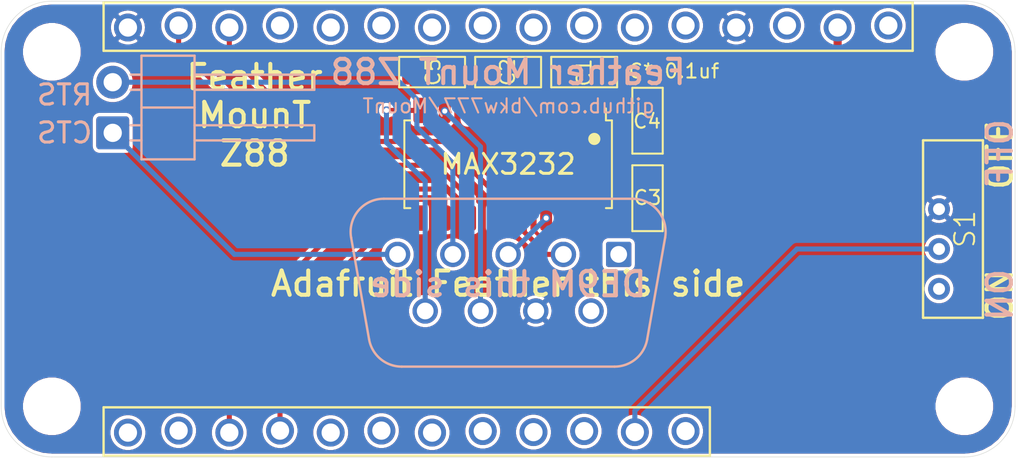
<source format=kicad_pcb>
(kicad_pcb (version 20171130) (host pcbnew 5.1.6-c6e7f7d~87~ubuntu20.04.1)

  (general
    (thickness 1.6)
    (drawings 24)
    (tracks 65)
    (zones 0)
    (modules 10)
    (nets 20)
  )

  (page A4)
  (layers
    (0 F.Cu signal)
    (31 B.Cu signal)
    (32 B.Adhes user hide)
    (33 F.Adhes user hide)
    (34 B.Paste user hide)
    (35 F.Paste user hide)
    (36 B.SilkS user)
    (37 F.SilkS user)
    (38 B.Mask user)
    (39 F.Mask user)
    (40 Dwgs.User user hide)
    (41 Cmts.User user hide)
    (42 Eco1.User user hide)
    (43 Eco2.User user hide)
    (44 Edge.Cuts user)
    (45 Margin user hide)
    (46 B.CrtYd user hide)
    (47 F.CrtYd user hide)
    (48 B.Fab user hide)
    (49 F.Fab user hide)
  )

  (setup
    (last_trace_width 0.1778)
    (user_trace_width 0.2032)
    (user_trace_width 0.254)
    (user_trace_width 0.4064)
    (trace_clearance 0.1778)
    (zone_clearance 0.1524)
    (zone_45_only no)
    (trace_min 0.1778)
    (via_size 0.4064)
    (via_drill 0.254)
    (via_min_size 0.4064)
    (via_min_drill 0.254)
    (user_via 0.4064 0.254)
    (uvia_size 0.4064)
    (uvia_drill 0.254)
    (uvias_allowed no)
    (uvia_min_size 0.4064)
    (uvia_min_drill 0.254)
    (edge_width 0.0254)
    (segment_width 0.1778)
    (pcb_text_width 0.2032)
    (pcb_text_size 1.2192 1.2192)
    (mod_edge_width 0.127)
    (mod_text_size 0.7112 0.7112)
    (mod_text_width 0.1016)
    (pad_size 1.7 1.7)
    (pad_drill 1)
    (pad_to_mask_clearance 0)
    (aux_axis_origin 0 0)
    (grid_origin 147.32 96.52)
    (visible_elements FFFFFF7F)
    (pcbplotparams
      (layerselection 0x010fc_ffffffff)
      (usegerberextensions false)
      (usegerberattributes false)
      (usegerberadvancedattributes false)
      (creategerberjobfile false)
      (excludeedgelayer true)
      (linewidth 0.100000)
      (plotframeref false)
      (viasonmask false)
      (mode 1)
      (useauxorigin false)
      (hpglpennumber 1)
      (hpglpenspeed 20)
      (hpglpendiameter 15.000000)
      (psnegative false)
      (psa4output false)
      (plotreference true)
      (plotvalue true)
      (plotinvisibletext false)
      (padsonsilk false)
      (subtractmaskfromsilk false)
      (outputformat 1)
      (mirror false)
      (drillshape 1)
      (scaleselection 1)
      (outputdirectory ""))
  )

  (net 0 "")
  (net 1 GND)
  (net 2 "Net-(C1-Pad1)")
  (net 3 "Net-(C1-Pad2)")
  (net 4 "Net-(C2-Pad1)")
  (net 5 "Net-(C2-Pad2)")
  (net 6 "Net-(C4-Pad1)")
  (net 7 "Net-(C5-Pad1)")
  (net 8 /En)
  (net 9 +3V3)
  (net 10 /DTR_TTL)
  (net 11 /DSR_TTL)
  (net 12 /TX_TTL)
  (net 13 /RX_TTL)
  (net 14 /DTR_232)
  (net 15 /DCD_232)
  (net 16 /CTS_232)
  (net 17 /RTS_232)
  (net 18 /RX_232)
  (net 19 /TX_232)

  (net_class Default "This is the default net class."
    (clearance 0.1778)
    (trace_width 0.1778)
    (via_dia 0.4064)
    (via_drill 0.254)
    (uvia_dia 0.4064)
    (uvia_drill 0.254)
    (diff_pair_width 0.1778)
    (diff_pair_gap 0.1778)
    (add_net +3V3)
    (add_net /CTS_232)
    (add_net /DCD_232)
    (add_net /DSR_TTL)
    (add_net /DTR_232)
    (add_net /DTR_TTL)
    (add_net /En)
    (add_net /RTS_232)
    (add_net /RX_232)
    (add_net /RX_TTL)
    (add_net /TX_232)
    (add_net /TX_TTL)
    (add_net GND)
    (add_net "Net-(C1-Pad1)")
    (add_net "Net-(C1-Pad2)")
    (add_net "Net-(C2-Pad1)")
    (add_net "Net-(C2-Pad2)")
    (add_net "Net-(C4-Pad1)")
    (add_net "Net-(C5-Pad1)")
  )

  (module 0_LOCAL:CSS-121xC (layer F.Cu) (tedit 5F727EB8) (tstamp 5F4922E4)
    (at 168.91 96.52 90)
    (path /5F447651)
    (fp_text reference S1 (at 0 1.3 90) (layer F.SilkS)
      (effects (font (size 1 1) (thickness 0.1)))
    )
    (fp_text value DS04-254-1L-01BK (at 0 -2 90) (layer F.Fab)
      (effects (font (size 4 4) (thickness 0.01)))
    )
    (fp_arc (start -1.55 4) (end -1.75 4) (angle -90) (layer Dwgs.User) (width 0.12))
    (fp_arc (start -0.45 4) (end -0.45 4.2) (angle -90) (layer Dwgs.User) (width 0.12))
    (fp_arc (start 1.55 4) (end 1.55 4.2) (angle -90) (layer Dwgs.User) (width 0.12))
    (fp_arc (start 0.45 4) (end 0.25 4) (angle -90) (layer Dwgs.User) (width 0.12))
    (fp_line (start -4.45 -0.8) (end -4.45 2.2) (layer F.SilkS) (width 0.12))
    (fp_line (start -4.45 2.2) (end 4.45 2.2) (layer F.SilkS) (width 0.12))
    (fp_line (start -4.45 -0.8) (end 4.45 -0.8) (layer F.SilkS) (width 0.12))
    (fp_line (start 4.45 -0.8) (end 4.45 2.2) (layer F.SilkS) (width 0.12))
    (fp_line (start -0.25 2.2) (end -0.25 4) (layer Dwgs.User) (width 0.12))
    (fp_line (start -0.45 4.2) (end -1.55 4.2) (layer Dwgs.User) (width 0.12))
    (fp_line (start -1.75 4) (end -1.75 2.2) (layer Dwgs.User) (width 0.12))
    (fp_line (start 1.75 3.3) (end 1.75 3.6) (layer Dwgs.User) (width 0.12))
    (fp_line (start 1.75 2.6) (end 1.75 2.9) (layer Dwgs.User) (width 0.12))
    (fp_line (start 1.15 4.2) (end 0.85 4.2) (layer Dwgs.User) (width 0.12))
    (fp_line (start 0.25 2.9) (end 0.25 2.6) (layer Dwgs.User) (width 0.12))
    (fp_line (start 0.25 3.6) (end 0.25 3.3) (layer Dwgs.User) (width 0.12))
    (pad 2 thru_hole circle (at -1 0 90) (size 1.0922 1.0922) (drill 0.6) (layers *.Cu *.Mask)
      (net 8 /En))
    (pad 1 thru_hole circle (at -3 0 90) (size 1.0922 1.0922) (drill 0.6) (layers *.Cu *.Mask))
    (pad 3 thru_hole circle (at 1 0 90) (size 1.0922 1.0922) (drill 0.6) (layers *.Cu *.Mask)
      (net 1 GND))
    (model ${KIPRJMOD}/0_LOCAL.3dshapes/CSS-1210MC.wrl
      (offset (xyz 0 -2.2 0.9399999999999999))
      (scale (xyz 0.3937 0.3937 0.3937))
      (rotate (xyz -90 0 0))
    )
  )

  (module 0_LOCAL:Adafruit_Feather_stagger_4mil (layer F.Cu) (tedit 5F63CB66) (tstamp 5F3A83F9)
    (at 147.32 96.52 180)
    (path /5F3C661A)
    (fp_text reference J1 (at -5.842 0) (layer F.SilkS) hide
      (effects (font (size 4 4) (thickness 0.12)))
    )
    (fp_text value Adafruit_Feather (at 0 -2) (layer F.Fab)
      (effects (font (size 4 4) (thickness 0.01)))
    )
    (fp_line (start 20.2692 8.9408) (end -20.2692 8.9408) (layer F.SilkS) (width 0.12))
    (fp_line (start 20.2692 11.3792) (end 20.2692 8.9408) (layer F.SilkS) (width 0.12))
    (fp_line (start -20.2692 11.3792) (end 20.2692 11.3792) (layer F.SilkS) (width 0.12))
    (fp_line (start -20.2692 8.9408) (end -20.2692 11.3792) (layer F.SilkS) (width 0.12))
    (fp_line (start 20.2692 -11.3792) (end -10.1092 -11.3792) (layer F.SilkS) (width 0.12))
    (fp_line (start 20.2692 -8.9408) (end 20.2692 -11.3792) (layer F.SilkS) (width 0.12))
    (fp_line (start -10.1092 -8.9408) (end 20.2692 -8.9408) (layer F.SilkS) (width 0.12))
    (fp_line (start -10.1092 -11.3792) (end -10.1092 -8.9408) (layer F.SilkS) (width 0.12))
    (fp_line (start 22.86 11.43) (end -22.86 11.43) (layer Dwgs.User) (width 0.12))
    (fp_line (start 25.4 -8.89) (end 25.4 8.89) (layer Dwgs.User) (width 0.12))
    (fp_line (start -22.86 -11.43) (end 22.86 -11.43) (layer Dwgs.User) (width 0.12))
    (fp_line (start -25.4 8.89) (end -25.4 -8.89) (layer Dwgs.User) (width 0.12))
    (fp_circle (center 22.86 -8.89) (end 24.13 -8.89) (layer Dwgs.User) (width 0.12))
    (fp_circle (center 22.86 8.89) (end 24.13 8.89) (layer Dwgs.User) (width 0.12))
    (fp_circle (center -22.86 -8.89) (end -21.59 -8.89) (layer Dwgs.User) (width 0.12))
    (fp_circle (center -22.86 8.89) (end -21.59 8.89) (layer Dwgs.User) (width 0.12))
    (fp_arc (start 22.86 8.89) (end 22.86 11.43) (angle -90) (layer Dwgs.User) (width 0.12))
    (fp_arc (start 22.86 -8.89) (end 25.4 -8.89) (angle -90) (layer Dwgs.User) (width 0.12))
    (fp_arc (start -22.86 -8.89) (end -22.86 -11.43) (angle -90) (layer Dwgs.User) (width 0.12))
    (fp_arc (start -22.86 8.89) (end -25.4 8.89) (angle -90) (layer Dwgs.User) (width 0.12))
    (pad "" np_thru_hole circle (at 22.86 -8.89 180) (size 2.54 2.54) (drill 2.54) (layers *.Cu *.Mask))
    (pad "" np_thru_hole circle (at 22.86 8.89 180) (size 2.54 2.54) (drill 2.54) (layers *.Cu *.Mask))
    (pad "" np_thru_hole circle (at -22.86 8.89 180) (size 2.54 2.54) (drill 2.54) (layers *.Cu *.Mask))
    (pad "" np_thru_hole circle (at -22.86 -8.89 180) (size 2.54 2.54) (drill 2.54) (layers *.Cu *.Mask))
    (pad 16 thru_hole circle (at 19.05 10.1092 180) (size 1.397 1.397) (drill 0.9144) (layers *.Cu *.Mask)
      (net 1 GND))
    (pad 15 thru_hole circle (at 16.51 10.2108 180) (size 1.397 1.397) (drill 0.9144) (layers *.Cu *.Mask)
      (net 12 /TX_TTL))
    (pad 14 thru_hole circle (at 13.97 10.1092 180) (size 1.397 1.397) (drill 0.9144) (layers *.Cu *.Mask)
      (net 13 /RX_TTL))
    (pad 13 thru_hole circle (at 11.43 10.2108 180) (size 1.397 1.397) (drill 0.9144) (layers *.Cu *.Mask))
    (pad 12 thru_hole circle (at 8.89 10.1092 180) (size 1.397 1.397) (drill 0.9144) (layers *.Cu *.Mask))
    (pad 11 thru_hole circle (at 6.35 10.2108 180) (size 1.397 1.397) (drill 0.9144) (layers *.Cu *.Mask))
    (pad 10 thru_hole circle (at 3.81 10.1092 180) (size 1.397 1.397) (drill 0.9144) (layers *.Cu *.Mask))
    (pad 9 thru_hole circle (at 1.27 10.2108 180) (size 1.397 1.397) (drill 0.9144) (layers *.Cu *.Mask))
    (pad 8 thru_hole circle (at -1.27 10.1092 180) (size 1.397 1.397) (drill 0.9144) (layers *.Cu *.Mask))
    (pad 7 thru_hole circle (at -3.81 10.2108 180) (size 1.397 1.397) (drill 0.9144) (layers *.Cu *.Mask))
    (pad 6 thru_hole circle (at -6.35 10.1092 180) (size 1.397 1.397) (drill 0.9144) (layers *.Cu *.Mask))
    (pad 5 thru_hole circle (at -8.89 10.2108 180) (size 1.397 1.397) (drill 0.9144) (layers *.Cu *.Mask))
    (pad 4 thru_hole circle (at -11.43 10.1092 180) (size 1.397 1.397) (drill 0.9144) (layers *.Cu *.Mask)
      (net 1 GND))
    (pad 3 thru_hole circle (at -13.97 10.2108 180) (size 1.397 1.397) (drill 0.9144) (layers *.Cu *.Mask))
    (pad 2 thru_hole circle (at -16.51 10.1092 180) (size 1.397 1.397) (drill 0.9144) (layers *.Cu *.Mask)
      (net 9 +3V3))
    (pad 1 thru_hole circle (at -19.05 10.2108 180) (size 1.397 1.397) (drill 0.9144) (layers *.Cu *.Mask))
    (pad 17 thru_hole circle (at 19.05 -10.2108 180) (size 1.397 1.397) (drill 0.9144) (layers *.Cu *.Mask))
    (pad 18 thru_hole circle (at 16.51 -10.1092 180) (size 1.397 1.397) (drill 0.9144) (layers *.Cu *.Mask))
    (pad 19 thru_hole circle (at 13.97 -10.2108 180) (size 1.397 1.397) (drill 0.9144) (layers *.Cu *.Mask)
      (net 10 /DTR_TTL))
    (pad 20 thru_hole circle (at 11.43 -10.1092 180) (size 1.397 1.397) (drill 0.9144) (layers *.Cu *.Mask)
      (net 11 /DSR_TTL))
    (pad 21 thru_hole circle (at 8.89 -10.2108 180) (size 1.397 1.397) (drill 0.9144) (layers *.Cu *.Mask))
    (pad 22 thru_hole circle (at 6.35 -10.1092 180) (size 1.397 1.397) (drill 0.9144) (layers *.Cu *.Mask))
    (pad 23 thru_hole circle (at 3.81 -10.2108 180) (size 1.397 1.397) (drill 0.9144) (layers *.Cu *.Mask))
    (pad 24 thru_hole circle (at 1.27 -10.1346 180) (size 1.397 1.397) (drill 0.9144) (layers *.Cu *.Mask))
    (pad 25 thru_hole circle (at -1.27 -10.1854 180) (size 1.397 1.397) (drill 0.9144) (layers *.Cu *.Mask))
    (pad 26 thru_hole circle (at -3.81 -10.1346 180) (size 1.397 1.397) (drill 0.9144) (layers *.Cu *.Mask))
    (pad 27 thru_hole circle (at -6.35 -10.1854 180) (size 1.397 1.397) (drill 0.9144) (layers *.Cu *.Mask)
      (net 8 /En))
    (pad 28 thru_hole circle (at -8.89 -10.1346 180) (size 1.397 1.397) (drill 0.9144) (layers *.Cu *.Mask))
  )

  (module 0_LOCAL:DSUB-9_Male_Vertical_P2.77x2.84mm (layer B.Cu) (tedit 5F569F84) (tstamp 5F7281CF)
    (at 152.86 97.79 180)
    (descr "9-pin D-Sub connector, straight/vertical, THT-mount, male, pitch 2.77x2.84mm, distance of mounting holes 25mm, see https://disti-assets.s3.amazonaws.com/tonar/files/datasheets/16730.pdf")
    (tags "9-pin D-Sub connector straight vertical THT male pitch 2.77x2.84mm mounting holes distance 25mm")
    (path /5F04B532)
    (fp_text reference J2 (at 1.4605 -1.2827 180) (layer B.SilkS) hide
      (effects (font (size 1 1) (thickness 0.15)) (justify mirror))
    )
    (fp_text value DE9_Male (at 16.62 -8.73 180) (layer B.Fab)
      (effects (font (size 1 1) (thickness 0.15)) (justify mirror))
    )
    (fp_line (start 21.5 5.35) (end -10.4 5.35) (layer B.CrtYd) (width 0.05))
    (fp_line (start 21.5 -8.2) (end 21.5 5.35) (layer B.CrtYd) (width 0.05))
    (fp_line (start -10.4 -8.2) (end 21.5 -8.2) (layer B.CrtYd) (width 0.05))
    (fp_line (start -10.4 5.35) (end -10.4 -8.2) (layer B.CrtYd) (width 0.05))
    (fp_line (start -2.32647 0.841744) (end -1.427202 -4.258256) (layer B.SilkS) (width 0.12))
    (fp_line (start 13.40647 0.841744) (end 12.507202 -4.258256) (layer B.SilkS) (width 0.12))
    (fp_line (start 0.207579 -5.63) (end 10.872421 -5.63) (layer B.SilkS) (width 0.12))
    (fp_line (start -0.691689 2.79) (end 11.771689 2.79) (layer B.SilkS) (width 0.12))
    (fp_line (start -2.278887 0.852163) (end -1.379619 -4.247837) (layer B.Fab) (width 0.1))
    (fp_line (start 13.358887 0.852163) (end 12.459619 -4.247837) (layer B.Fab) (width 0.1))
    (fp_line (start 0.196073 -5.57) (end 10.883927 -5.57) (layer B.Fab) (width 0.1))
    (fp_line (start -0.703194 2.73) (end 11.783194 2.73) (layer B.Fab) (width 0.1))
    (fp_line (start -9.885 -6.67) (end -9.885 3.83) (layer B.Fab) (width 0.1))
    (fp_line (start 19.965 -7.67) (end -8.885 -7.67) (layer B.Fab) (width 0.1))
    (fp_line (start 20.965 3.83) (end 20.965 -6.67) (layer B.Fab) (width 0.1))
    (fp_line (start -8.885 4.83) (end 19.965 4.83) (layer B.Fab) (width 0.1))
    (fp_text user %R (at 16.62 -1.42 180) (layer B.Fab)
      (effects (font (size 1 1) (thickness 0.15)) (justify mirror))
    )
    (fp_arc (start 10.872421 -3.97) (end 10.872421 -5.63) (angle 80) (layer B.SilkS) (width 0.12))
    (fp_arc (start 0.207579 -3.97) (end 0.207579 -5.63) (angle -80) (layer B.SilkS) (width 0.12))
    (fp_arc (start 11.771689 1.13) (end 11.771689 2.79) (angle -100) (layer B.SilkS) (width 0.12))
    (fp_arc (start -0.691689 1.13) (end -0.691689 2.79) (angle 100) (layer B.SilkS) (width 0.12))
    (fp_arc (start 10.883927 -3.97) (end 10.883927 -5.57) (angle 80) (layer B.Fab) (width 0.1))
    (fp_arc (start 0.196073 -3.97) (end 0.196073 -5.57) (angle -80) (layer B.Fab) (width 0.1))
    (fp_arc (start 11.783194 1.13) (end 11.783194 2.73) (angle -100) (layer B.Fab) (width 0.1))
    (fp_arc (start -0.703194 1.13) (end -0.703194 2.73) (angle 100) (layer B.Fab) (width 0.1))
    (fp_arc (start 19.965 -6.67) (end 20.965 -6.67) (angle -90) (layer B.Fab) (width 0.1))
    (fp_arc (start -8.885 -6.67) (end -9.885 -6.67) (angle 90) (layer B.Fab) (width 0.1))
    (fp_arc (start 19.965 3.83) (end 19.965 4.83) (angle -90) (layer B.Fab) (width 0.1))
    (fp_arc (start -8.885 3.83) (end -9.885 3.83) (angle -90) (layer B.Fab) (width 0.1))
    (pad 9 thru_hole circle (at 9.695 -2.84 180) (size 1.27 1.27) (drill 0.8382) (layers *.Cu *.Mask)
      (net 14 /DTR_232))
    (pad 8 thru_hole circle (at 6.925 -2.84 180) (size 1.27 1.27) (drill 0.8382) (layers *.Cu *.Mask)
      (net 15 /DCD_232))
    (pad 7 thru_hole circle (at 4.155 -2.84 180) (size 1.27 1.27) (drill 0.8382) (layers *.Cu *.Mask)
      (net 1 GND))
    (pad 6 thru_hole circle (at 1.385 -2.84 180) (size 1.27 1.27) (drill 0.8382) (layers *.Cu *.Mask))
    (pad 5 thru_hole circle (at 11.08 0 180) (size 1.27 1.27) (drill 0.8382) (layers *.Cu *.Mask)
      (net 16 /CTS_232))
    (pad 4 thru_hole circle (at 8.31 0 180) (size 1.27 1.27) (drill 0.8382) (layers *.Cu *.Mask)
      (net 17 /RTS_232))
    (pad 3 thru_hole circle (at 5.54 0 180) (size 1.27 1.27) (drill 0.8382) (layers *.Cu *.Mask)
      (net 18 /RX_232))
    (pad 2 thru_hole circle (at 2.77 0 180) (size 1.27 1.27) (drill 0.8382) (layers *.Cu *.Mask)
      (net 19 /TX_232))
    (pad 1 thru_hole roundrect (at 0 0 180) (size 1.27 1.27) (drill 0.8382) (layers *.Cu *.Mask) (roundrect_rratio 0.1))
    (model ${KIPRJMOD}/0_LOCAL.3dshapes/A_DS_9_PP_Z_cut.step
      (offset (xyz 5.54 -1.42 6.3))
      (scale (xyz 1 1 1))
      (rotate (xyz 0 0 0))
    )
  )

  (module 0_LOCAL:PinHeader_1x02_P2.54mm_Horizontal (layer B.Cu) (tedit 5F491FD8) (tstamp 5F3D0B4A)
    (at 127.508 91.694)
    (descr "Through hole angled pin header, 1x02, 2.54mm pitch, 6mm pin length, single row")
    (tags "Through hole angled pin header THT 1x02 2.54mm single row")
    (path /5F3DBD1F)
    (fp_text reference JP1 (at 4.385 2.27) (layer B.SilkS) hide
      (effects (font (size 1 1) (thickness 0.15)) (justify mirror))
    )
    (fp_text value Jumper_2_Bridged (at 4.385 -4.81) (layer B.Fab)
      (effects (font (size 1 1) (thickness 0.15)) (justify mirror))
    )
    (fp_line (start 10.55 1.8) (end -1.8 1.8) (layer B.CrtYd) (width 0.05))
    (fp_line (start 10.55 -4.35) (end 10.55 1.8) (layer B.CrtYd) (width 0.05))
    (fp_line (start -1.8 -4.35) (end 10.55 -4.35) (layer B.CrtYd) (width 0.05))
    (fp_line (start -1.8 1.8) (end -1.8 -4.35) (layer B.CrtYd) (width 0.05))
    (fp_line (start 0.9 -2.92) (end 1.44 -2.92) (layer B.SilkS) (width 0.12))
    (fp_line (start 0.9 -2.16) (end 1.44 -2.16) (layer B.SilkS) (width 0.12))
    (fp_line (start 10.1 -2.92) (end 4.1 -2.92) (layer B.SilkS) (width 0.12))
    (fp_line (start 10.1 -2.16) (end 10.1 -2.92) (layer B.SilkS) (width 0.12))
    (fp_line (start 4.1 -2.16) (end 10.1 -2.16) (layer B.SilkS) (width 0.12))
    (fp_line (start 1.44 -1.27) (end 4.1 -1.27) (layer B.SilkS) (width 0.12))
    (fp_line (start 0.9 -0.38) (end 1.44 -0.38) (layer B.SilkS) (width 0.12))
    (fp_line (start 0.9 0.38) (end 1.44 0.38) (layer B.SilkS) (width 0.12))
    (fp_line (start 10.1 -0.38) (end 4.1 -0.38) (layer B.SilkS) (width 0.12))
    (fp_line (start 10.1 0.38) (end 10.1 -0.38) (layer B.SilkS) (width 0.12))
    (fp_line (start 4.1 0.38) (end 10.1 0.38) (layer B.SilkS) (width 0.12))
    (fp_line (start 4.1 1.33) (end 1.44 1.33) (layer B.SilkS) (width 0.12))
    (fp_line (start 4.1 -3.87) (end 4.1 1.33) (layer B.SilkS) (width 0.12))
    (fp_line (start 1.44 -3.87) (end 4.1 -3.87) (layer B.SilkS) (width 0.12))
    (fp_line (start 1.44 1.33) (end 1.44 -3.87) (layer B.SilkS) (width 0.12))
    (fp_line (start 4.04 -2.86) (end 10.04 -2.86) (layer B.Fab) (width 0.1))
    (fp_line (start 10.04 -2.22) (end 10.04 -2.86) (layer B.Fab) (width 0.1))
    (fp_line (start 4.04 -2.22) (end 10.04 -2.22) (layer B.Fab) (width 0.1))
    (fp_line (start -0.32 -2.86) (end 1.5 -2.86) (layer B.Fab) (width 0.1))
    (fp_line (start -0.32 -2.22) (end -0.32 -2.86) (layer B.Fab) (width 0.1))
    (fp_line (start -0.32 -2.22) (end 1.5 -2.22) (layer B.Fab) (width 0.1))
    (fp_line (start 4.04 -0.32) (end 10.04 -0.32) (layer B.Fab) (width 0.1))
    (fp_line (start 10.04 0.32) (end 10.04 -0.32) (layer B.Fab) (width 0.1))
    (fp_line (start 4.04 0.32) (end 10.04 0.32) (layer B.Fab) (width 0.1))
    (fp_line (start -0.32 -0.32) (end 1.5 -0.32) (layer B.Fab) (width 0.1))
    (fp_line (start -0.32 0.32) (end -0.32 -0.32) (layer B.Fab) (width 0.1))
    (fp_line (start -0.32 0.32) (end 1.5 0.32) (layer B.Fab) (width 0.1))
    (fp_line (start 1.5 0.635) (end 2.135 1.27) (layer B.Fab) (width 0.1))
    (fp_line (start 1.5 -3.81) (end 1.5 0.635) (layer B.Fab) (width 0.1))
    (fp_line (start 4.04 -3.81) (end 1.5 -3.81) (layer B.Fab) (width 0.1))
    (fp_line (start 4.04 1.27) (end 4.04 -3.81) (layer B.Fab) (width 0.1))
    (fp_line (start 2.135 1.27) (end 4.04 1.27) (layer B.Fab) (width 0.1))
    (fp_text user %R (at 2.77 -1.27 -90) (layer B.Fab)
      (effects (font (size 1 1) (thickness 0.15)) (justify mirror))
    )
    (pad 2 thru_hole custom (at 0 -2.54) (size 1.651 1.651) (drill 0.9144) (layers *.Cu *.Mask)
      (net 17 /RTS_232) (zone_connect 0)
      (options (clearance outline) (anchor circle))
      (primitives
      ))
    (pad 1 thru_hole roundrect (at 0 0) (size 1.651 1.651) (drill 0.9144) (layers *.Cu *.Mask) (roundrect_rratio 0.1)
      (net 16 /CTS_232))
    (model ${KISYS3DMOD}/Connector_PinHeader_2.54mm.3dshapes/PinHeader_1x02_P2.54mm_Horizontal.wrl
      (at (xyz 0 0 0))
      (scale (xyz 1 1 1))
      (rotate (xyz 0 0 0))
    )
  )

  (module 0_LOCAL:C_0805 (layer F.Cu) (tedit 5F4898F2) (tstamp 5F3AED19)
    (at 154.305 94.9706 90)
    (descr "Capacitor SMD 0805, reflow soldering, AVX (see smccp.pdf)")
    (tags "capacitor 0805")
    (path /5F488F0F)
    (attr smd)
    (fp_text reference C3 (at 0.0254 0) (layer F.SilkS)
      (effects (font (size 0.7112 0.7112) (thickness 0.1016)))
    )
    (fp_text value 0.1uf (at 0 1.75 90) (layer F.Fab)
      (effects (font (size 1 1) (thickness 0.15)))
    )
    (fp_line (start -1.651 -0.762) (end -1.651 0.762) (layer F.SilkS) (width 0.1016))
    (fp_line (start 1.651 -0.762) (end 1.651 0.762) (layer F.SilkS) (width 0.1016))
    (fp_line (start 1.75 0.87) (end -1.75 0.87) (layer F.CrtYd) (width 0.05))
    (fp_line (start 1.75 0.87) (end 1.75 -0.88) (layer F.CrtYd) (width 0.05))
    (fp_line (start -1.75 -0.88) (end -1.75 0.87) (layer F.CrtYd) (width 0.05))
    (fp_line (start -1.75 -0.88) (end 1.75 -0.88) (layer F.CrtYd) (width 0.05))
    (fp_line (start -1.651 0.762) (end 1.651 0.762) (layer F.SilkS) (width 0.1016))
    (fp_line (start 1.651 -0.762) (end -1.651 -0.762) (layer F.SilkS) (width 0.1016))
    (fp_line (start -1 -0.62) (end 1 -0.62) (layer F.Fab) (width 0.1))
    (fp_line (start 1 -0.62) (end 1 0.62) (layer F.Fab) (width 0.1))
    (fp_line (start 1 0.62) (end -1 0.62) (layer F.Fab) (width 0.1))
    (fp_line (start -1 0.62) (end -1 -0.62) (layer F.Fab) (width 0.1))
    (fp_text user %R (at 0 -1.5 90) (layer F.Fab)
      (effects (font (size 1 1) (thickness 0.15)))
    )
    (pad 1 smd roundrect (at -1 0 90) (size 1 1.25) (layers F.Cu F.Paste F.Mask) (roundrect_rratio 0.25)
      (net 9 +3V3))
    (pad 2 smd roundrect (at 1 0 90) (size 1 1.25) (layers F.Cu F.Paste F.Mask) (roundrect_rratio 0.25)
      (net 1 GND))
    (model ${KIPRJMOD}/0_LOCAL.3dshapes/C_0805_2012Metric.wrl
      (at (xyz 0 0 0))
      (scale (xyz 1 1 1))
      (rotate (xyz 0 0 0))
    )
  )

  (module 0_LOCAL:C_0805 (layer F.Cu) (tedit 5F4898F2) (tstamp 5F3BAACF)
    (at 154.305 91.0844 90)
    (descr "Capacitor SMD 0805, reflow soldering, AVX (see smccp.pdf)")
    (tags "capacitor 0805")
    (path /5F48099A)
    (attr smd)
    (fp_text reference C4 (at -0.0254 -0.0254) (layer F.SilkS)
      (effects (font (size 0.7112 0.7112) (thickness 0.1016)))
    )
    (fp_text value 0.1uf (at 0 1.75 90) (layer F.Fab)
      (effects (font (size 1 1) (thickness 0.15)))
    )
    (fp_line (start -1.651 -0.762) (end -1.651 0.762) (layer F.SilkS) (width 0.1016))
    (fp_line (start 1.651 -0.762) (end 1.651 0.762) (layer F.SilkS) (width 0.1016))
    (fp_line (start 1.75 0.87) (end -1.75 0.87) (layer F.CrtYd) (width 0.05))
    (fp_line (start 1.75 0.87) (end 1.75 -0.88) (layer F.CrtYd) (width 0.05))
    (fp_line (start -1.75 -0.88) (end -1.75 0.87) (layer F.CrtYd) (width 0.05))
    (fp_line (start -1.75 -0.88) (end 1.75 -0.88) (layer F.CrtYd) (width 0.05))
    (fp_line (start -1.651 0.762) (end 1.651 0.762) (layer F.SilkS) (width 0.1016))
    (fp_line (start 1.651 -0.762) (end -1.651 -0.762) (layer F.SilkS) (width 0.1016))
    (fp_line (start -1 -0.62) (end 1 -0.62) (layer F.Fab) (width 0.1))
    (fp_line (start 1 -0.62) (end 1 0.62) (layer F.Fab) (width 0.1))
    (fp_line (start 1 0.62) (end -1 0.62) (layer F.Fab) (width 0.1))
    (fp_line (start -1 0.62) (end -1 -0.62) (layer F.Fab) (width 0.1))
    (fp_text user %R (at 0 -1.5 90) (layer F.Fab)
      (effects (font (size 1 1) (thickness 0.15)))
    )
    (pad 1 smd roundrect (at -1 0 90) (size 1 1.25) (layers F.Cu F.Paste F.Mask) (roundrect_rratio 0.25)
      (net 6 "Net-(C4-Pad1)"))
    (pad 2 smd roundrect (at 1 0 90) (size 1 1.25) (layers F.Cu F.Paste F.Mask) (roundrect_rratio 0.25)
      (net 1 GND))
    (model ${KIPRJMOD}/0_LOCAL.3dshapes/C_0805_2012Metric.wrl
      (at (xyz 0 0 0))
      (scale (xyz 1 1 1))
      (rotate (xyz 0 0 0))
    )
  )

  (module 0_LOCAL:C_0805 (layer F.Cu) (tedit 5F4898F2) (tstamp 5F3A1BDB)
    (at 151.13 88.646 180)
    (descr "Capacitor SMD 0805, reflow soldering, AVX (see smccp.pdf)")
    (tags "capacitor 0805")
    (path /5F479CC5)
    (attr smd)
    (fp_text reference C1 (at 0 -0.0254 90) (layer F.SilkS)
      (effects (font (size 0.7112 0.7112) (thickness 0.1016)))
    )
    (fp_text value 0.1uf (at 0 1.75) (layer F.Fab)
      (effects (font (size 1 1) (thickness 0.15)))
    )
    (fp_line (start -1.651 -0.762) (end -1.651 0.762) (layer F.SilkS) (width 0.1016))
    (fp_line (start 1.651 -0.762) (end 1.651 0.762) (layer F.SilkS) (width 0.1016))
    (fp_line (start 1.75 0.87) (end -1.75 0.87) (layer F.CrtYd) (width 0.05))
    (fp_line (start 1.75 0.87) (end 1.75 -0.88) (layer F.CrtYd) (width 0.05))
    (fp_line (start -1.75 -0.88) (end -1.75 0.87) (layer F.CrtYd) (width 0.05))
    (fp_line (start -1.75 -0.88) (end 1.75 -0.88) (layer F.CrtYd) (width 0.05))
    (fp_line (start -1.651 0.762) (end 1.651 0.762) (layer F.SilkS) (width 0.1016))
    (fp_line (start 1.651 -0.762) (end -1.651 -0.762) (layer F.SilkS) (width 0.1016))
    (fp_line (start -1 -0.62) (end 1 -0.62) (layer F.Fab) (width 0.1))
    (fp_line (start 1 -0.62) (end 1 0.62) (layer F.Fab) (width 0.1))
    (fp_line (start 1 0.62) (end -1 0.62) (layer F.Fab) (width 0.1))
    (fp_line (start -1 0.62) (end -1 -0.62) (layer F.Fab) (width 0.1))
    (fp_text user %R (at 0 -1.5) (layer F.Fab)
      (effects (font (size 1 1) (thickness 0.15)))
    )
    (pad 1 smd roundrect (at -1 0 180) (size 1 1.25) (layers F.Cu F.Paste F.Mask) (roundrect_rratio 0.25)
      (net 2 "Net-(C1-Pad1)"))
    (pad 2 smd roundrect (at 1 0 180) (size 1 1.25) (layers F.Cu F.Paste F.Mask) (roundrect_rratio 0.25)
      (net 3 "Net-(C1-Pad2)"))
    (model ${KIPRJMOD}/0_LOCAL.3dshapes/C_0805_2012Metric.wrl
      (at (xyz 0 0 0))
      (scale (xyz 1 1 1))
      (rotate (xyz 0 0 0))
    )
  )

  (module 0_LOCAL:C_0805 (layer F.Cu) (tedit 5F4898F2) (tstamp 5F3A1BEC)
    (at 147.32 88.646 180)
    (descr "Capacitor SMD 0805, reflow soldering, AVX (see smccp.pdf)")
    (tags "capacitor 0805")
    (path /5F473FC0)
    (attr smd)
    (fp_text reference C2 (at 0.0254 0 90) (layer F.SilkS)
      (effects (font (size 0.7112 0.7112) (thickness 0.1016)))
    )
    (fp_text value 0.1uf (at 0 1.75) (layer F.Fab)
      (effects (font (size 1 1) (thickness 0.15)))
    )
    (fp_line (start -1.651 -0.762) (end -1.651 0.762) (layer F.SilkS) (width 0.1016))
    (fp_line (start 1.651 -0.762) (end 1.651 0.762) (layer F.SilkS) (width 0.1016))
    (fp_line (start 1.75 0.87) (end -1.75 0.87) (layer F.CrtYd) (width 0.05))
    (fp_line (start 1.75 0.87) (end 1.75 -0.88) (layer F.CrtYd) (width 0.05))
    (fp_line (start -1.75 -0.88) (end -1.75 0.87) (layer F.CrtYd) (width 0.05))
    (fp_line (start -1.75 -0.88) (end 1.75 -0.88) (layer F.CrtYd) (width 0.05))
    (fp_line (start -1.651 0.762) (end 1.651 0.762) (layer F.SilkS) (width 0.1016))
    (fp_line (start 1.651 -0.762) (end -1.651 -0.762) (layer F.SilkS) (width 0.1016))
    (fp_line (start -1 -0.62) (end 1 -0.62) (layer F.Fab) (width 0.1))
    (fp_line (start 1 -0.62) (end 1 0.62) (layer F.Fab) (width 0.1))
    (fp_line (start 1 0.62) (end -1 0.62) (layer F.Fab) (width 0.1))
    (fp_line (start -1 0.62) (end -1 -0.62) (layer F.Fab) (width 0.1))
    (fp_text user %R (at 0 -1.5) (layer F.Fab)
      (effects (font (size 1 1) (thickness 0.15)))
    )
    (pad 1 smd roundrect (at -1 0 180) (size 1 1.25) (layers F.Cu F.Paste F.Mask) (roundrect_rratio 0.25)
      (net 4 "Net-(C2-Pad1)"))
    (pad 2 smd roundrect (at 1 0 180) (size 1 1.25) (layers F.Cu F.Paste F.Mask) (roundrect_rratio 0.25)
      (net 5 "Net-(C2-Pad2)"))
    (model ${KIPRJMOD}/0_LOCAL.3dshapes/C_0805_2012Metric.wrl
      (at (xyz 0 0 0))
      (scale (xyz 1 1 1))
      (rotate (xyz 0 0 0))
    )
  )

  (module 0_LOCAL:C_0805 (layer F.Cu) (tedit 5F4898F2) (tstamp 5F3AE85A)
    (at 143.51 88.646 180)
    (descr "Capacitor SMD 0805, reflow soldering, AVX (see smccp.pdf)")
    (tags "capacitor 0805")
    (path /5F486F92)
    (attr smd)
    (fp_text reference C5 (at -0.0508 0 90) (layer F.SilkS)
      (effects (font (size 0.7112 0.7112) (thickness 0.1016)))
    )
    (fp_text value 0.1uf (at 0 1.75) (layer F.Fab)
      (effects (font (size 1 1) (thickness 0.15)))
    )
    (fp_line (start -1.651 -0.762) (end -1.651 0.762) (layer F.SilkS) (width 0.1016))
    (fp_line (start 1.651 -0.762) (end 1.651 0.762) (layer F.SilkS) (width 0.1016))
    (fp_line (start 1.75 0.87) (end -1.75 0.87) (layer F.CrtYd) (width 0.05))
    (fp_line (start 1.75 0.87) (end 1.75 -0.88) (layer F.CrtYd) (width 0.05))
    (fp_line (start -1.75 -0.88) (end -1.75 0.87) (layer F.CrtYd) (width 0.05))
    (fp_line (start -1.75 -0.88) (end 1.75 -0.88) (layer F.CrtYd) (width 0.05))
    (fp_line (start -1.651 0.762) (end 1.651 0.762) (layer F.SilkS) (width 0.1016))
    (fp_line (start 1.651 -0.762) (end -1.651 -0.762) (layer F.SilkS) (width 0.1016))
    (fp_line (start -1 -0.62) (end 1 -0.62) (layer F.Fab) (width 0.1))
    (fp_line (start 1 -0.62) (end 1 0.62) (layer F.Fab) (width 0.1))
    (fp_line (start 1 0.62) (end -1 0.62) (layer F.Fab) (width 0.1))
    (fp_line (start -1 0.62) (end -1 -0.62) (layer F.Fab) (width 0.1))
    (fp_text user %R (at 0 -1.5) (layer F.Fab)
      (effects (font (size 1 1) (thickness 0.15)))
    )
    (pad 1 smd roundrect (at -1 0 180) (size 1 1.25) (layers F.Cu F.Paste F.Mask) (roundrect_rratio 0.25)
      (net 7 "Net-(C5-Pad1)"))
    (pad 2 smd roundrect (at 1 0 180) (size 1 1.25) (layers F.Cu F.Paste F.Mask) (roundrect_rratio 0.25)
      (net 1 GND))
    (model ${KIPRJMOD}/0_LOCAL.3dshapes/C_0805_2012Metric.wrl
      (at (xyz 0 0 0))
      (scale (xyz 1 1 1))
      (rotate (xyz 0 0 0))
    )
  )

  (module 0_LOCAL:SOIC-16_W3.90mm (layer F.Cu) (tedit 5F3A577D) (tstamp 5F3AC3B8)
    (at 147.32 93.2688 180)
    (path /5F42ADF7)
    (attr smd)
    (fp_text reference U1 (at 0 -0.762) (layer F.SilkS) hide
      (effects (font (size 1 1) (thickness 0.15)))
    )
    (fp_text value MAX3232 (at 0 0) (layer F.SilkS)
      (effects (font (size 1 1) (thickness 0.15)))
    )
    (fp_line (start -4.95 -1.95) (end -4.95 1.95) (layer F.Fab) (width 0.1))
    (fp_line (start 4.95 -1.95) (end 4.95 1.95) (layer F.Fab) (width 0.1))
    (fp_line (start -4.95 -1.95) (end 4.95 -1.95) (layer F.Fab) (width 0.1))
    (fp_line (start 4.95 1.95) (end -4.95 1.95) (layer F.Fab) (width 0.1))
    (fp_line (start -4.9 -2.2) (end -5.2 -2.2) (layer F.SilkS) (width 0.1))
    (fp_line (start -4.9 2.2) (end -4.9 2.8) (layer F.SilkS) (width 0.1))
    (fp_line (start -5.2 2.2) (end -4.9 2.2) (layer F.SilkS) (width 0.1))
    (fp_line (start -5.2 -2.2) (end -5.2 2.2) (layer F.SilkS) (width 0.1))
    (fp_line (start 5.2 2.2) (end 5.2 -2.2) (layer F.SilkS) (width 0.1))
    (fp_line (start 4.9 2.2) (end 5.2 2.2) (layer F.SilkS) (width 0.1))
    (fp_line (start 5.2 -2.2) (end 4.9 -2.2) (layer F.SilkS) (width 0.1))
    (fp_line (start -5.2 3.73) (end -5.2 -3.73) (layer F.CrtYd) (width 0.05))
    (fp_line (start 5.2 3.73) (end 5.2 -3.73) (layer F.CrtYd) (width 0.05))
    (fp_line (start -5.2 -3.73) (end 5.2 -3.73) (layer F.CrtYd) (width 0.05))
    (fp_line (start -5.2 3.73) (end 5.2 3.73) (layer F.CrtYd) (width 0.05))
    (fp_circle (center -4.318 1.27) (end -4.1656 1.27) (layer F.SilkS) (width 0.3048))
    (fp_text user REF** (at 0 0) (layer F.Fab)
      (effects (font (size 1 1) (thickness 0.15)))
    )
    (pad 16 smd roundrect (at -4.445 -2.7 180) (size 0.6 1.27) (layers F.Cu F.Paste F.Mask) (roundrect_rratio 0.25)
      (net 9 +3V3))
    (pad 15 smd roundrect (at -3.175 -2.7 180) (size 0.6 1.27) (layers F.Cu F.Paste F.Mask) (roundrect_rratio 0.25)
      (net 1 GND))
    (pad 14 smd roundrect (at -1.905 -2.7 180) (size 0.6 1.27) (layers F.Cu F.Paste F.Mask) (roundrect_rratio 0.25)
      (net 18 /RX_232))
    (pad 13 smd roundrect (at -0.635 -2.7 180) (size 0.6 1.27) (layers F.Cu F.Paste F.Mask) (roundrect_rratio 0.25)
      (net 19 /TX_232))
    (pad 12 smd roundrect (at 0.635 -2.7 180) (size 0.6 1.27) (layers F.Cu F.Paste F.Mask) (roundrect_rratio 0.25)
      (net 13 /RX_TTL))
    (pad 11 smd roundrect (at 1.905 -2.7 180) (size 0.6 1.27) (layers F.Cu F.Paste F.Mask) (roundrect_rratio 0.25)
      (net 12 /TX_TTL))
    (pad 10 smd roundrect (at 3.175 -2.7 180) (size 0.6 1.27) (layers F.Cu F.Paste F.Mask) (roundrect_rratio 0.25)
      (net 10 /DTR_TTL))
    (pad 9 smd roundrect (at 4.445 -2.7 180) (size 0.6 1.27) (layers F.Cu F.Paste F.Mask) (roundrect_rratio 0.25)
      (net 11 /DSR_TTL))
    (pad 8 smd roundrect (at 4.445 2.7 180) (size 0.6 1.27) (layers F.Cu F.Paste F.Mask) (roundrect_rratio 0.25)
      (net 14 /DTR_232))
    (pad 7 smd roundrect (at 3.175 2.7 180) (size 0.6 1.27) (layers F.Cu F.Paste F.Mask) (roundrect_rratio 0.25)
      (net 15 /DCD_232))
    (pad 6 smd roundrect (at 1.905 2.7 180) (size 0.6 1.27) (layers F.Cu F.Paste F.Mask) (roundrect_rratio 0.25)
      (net 7 "Net-(C5-Pad1)"))
    (pad 5 smd roundrect (at 0.635 2.7 180) (size 0.6 1.27) (layers F.Cu F.Paste F.Mask) (roundrect_rratio 0.25)
      (net 5 "Net-(C2-Pad2)"))
    (pad 4 smd roundrect (at -0.635 2.7 180) (size 0.6 1.27) (layers F.Cu F.Paste F.Mask) (roundrect_rratio 0.25)
      (net 4 "Net-(C2-Pad1)"))
    (pad 3 smd roundrect (at -1.905 2.7 180) (size 0.6 1.27) (layers F.Cu F.Paste F.Mask) (roundrect_rratio 0.25)
      (net 3 "Net-(C1-Pad2)"))
    (pad 2 smd roundrect (at -3.175 2.7 180) (size 0.6 1.27) (layers F.Cu F.Paste F.Mask) (roundrect_rratio 0.25)
      (net 6 "Net-(C4-Pad1)"))
    (pad 1 smd roundrect (at -4.445 2.7 180) (size 0.6 1.27) (layers F.Cu F.Paste F.Mask) (roundrect_rratio 0.25)
      (net 2 "Net-(C1-Pad1)"))
    (model ${KIPRJMOD}/0_LOCAL.3dshapes/SOIC-16_3.9x9.9mm_P1.27mm.wrl
      (at (xyz 0 0 0))
      (scale (xyz 1 1 1))
      (rotate (xyz 0 0 -90))
    )
  )

  (gr_text Z88 (at 134.62 92.7354) (layer F.SilkS) (tstamp 5F56C822)
    (effects (font (size 1.2192 1.2192) (thickness 0.2032)))
  )
  (gr_text ON (at 171.958 99.822 90) (layer F.SilkS) (tstamp 5F49294D)
    (effects (font (size 1.2192 1.2192) (thickness 0.2032)))
  )
  (gr_text OFF (at 171.958 92.837 90) (layer F.SilkS)
    (effects (font (size 1.2192 1.2192) (thickness 0.2032)))
  )
  (gr_text OFF (at 171.958 92.71 90) (layer B.SilkS) (tstamp 5F4885E1)
    (effects (font (size 1.2192 1.2192) (thickness 0.2032)) (justify mirror))
  )
  (gr_text Feather (at 134.62 88.9) (layer F.SilkS) (tstamp 5F4882B3)
    (effects (font (size 1.2192 1.2192) (thickness 0.2032)))
  )
  (gr_text MounT (at 134.62 90.805) (layer F.SilkS) (tstamp 5F4882AF)
    (effects (font (size 1.2192 1.2192) (thickness 0.2032)))
  )
  (gr_text CTS (at 125.095 91.694) (layer B.SilkS) (tstamp 5F3D3D61)
    (effects (font (size 1.016 1.016) (thickness 0.1524)) (justify mirror))
  )
  (gr_text RTS (at 125.095 89.789) (layer B.SilkS)
    (effects (font (size 1.016 1.016) (thickness 0.1524)) (justify mirror))
  )
  (gr_text "DE9M this side" (at 147.32 99.2886) (layer B.SilkS)
    (effects (font (size 1.2192 1.2192) (thickness 0.2032)) (justify mirror))
  )
  (gr_text "Adafruit Feather this side" (at 147.32 99.2632) (layer F.SilkS)
    (effects (font (size 1.2192 1.2192) (thickness 0.2032)))
  )
  (gr_text ON (at 171.958 99.822 90) (layer B.SilkS) (tstamp 5F3BF094)
    (effects (font (size 1.2192 1.2192) (thickness 0.2032)) (justify mirror))
  )
  (gr_text "Feather MounT Z88" (at 147.32 88.646) (layer B.SilkS) (tstamp 5F3C901D)
    (effects (font (size 1.2192 1.2192) (thickness 0.2032)) (justify mirror))
  )
  (gr_line (start 170.18 87.63) (end 124.46 105.41) (layer Dwgs.User) (width 0.127))
  (gr_line (start 124.46 87.63) (end 170.18 105.41) (layer Dwgs.User) (width 0.127))
  (gr_text github.com/bkw777/MounT (at 147.3454 90.3478) (layer B.SilkS)
    (effects (font (size 0.7112 0.7112) (thickness 0.1016)) (justify mirror))
  )
  (gr_text "C* 0.1uf" (at 155.6258 88.5952) (layer F.SilkS)
    (effects (font (size 0.7112 0.7112) (thickness 0.1016)))
  )
  (gr_line (start 121.92 87.63) (end 121.92 105.41) (layer Edge.Cuts) (width 0.0254) (tstamp 5F3AA7F8))
  (gr_line (start 170.18 85.09) (end 124.46 85.09) (layer Edge.Cuts) (width 0.0254) (tstamp 5F3AA7F7))
  (gr_line (start 172.72 105.41) (end 172.72 87.63) (layer Edge.Cuts) (width 0.0254) (tstamp 5F3AA7F6))
  (gr_line (start 124.46 107.95) (end 170.18 107.95) (layer Edge.Cuts) (width 0.0254) (tstamp 5F3AA7F5))
  (gr_arc (start 124.46 105.41) (end 121.92 105.41) (angle -90) (layer Edge.Cuts) (width 0.0254))
  (gr_arc (start 124.46 87.63) (end 124.46 85.09) (angle -90) (layer Edge.Cuts) (width 0.0254))
  (gr_arc (start 170.18 87.63) (end 172.72 87.63) (angle -90) (layer Edge.Cuts) (width 0.0254))
  (gr_arc (start 170.18 105.41) (end 170.18 107.95) (angle -90) (layer Edge.Cuts) (width 0.0254))

  (segment (start 151.765 89.011) (end 152.13 88.646) (width 0.4064) (layer F.Cu) (net 2))
  (segment (start 151.765 90.5688) (end 151.765 89.011) (width 0.4064) (layer F.Cu) (net 2))
  (segment (start 150.13 88.9475) (end 150.13 88.646) (width 0.4064) (layer F.Cu) (net 3))
  (segment (start 149.225 89.8525) (end 150.13 88.9475) (width 0.4064) (layer F.Cu) (net 3))
  (segment (start 149.225 90.5688) (end 149.225 89.8525) (width 0.4064) (layer F.Cu) (net 3))
  (segment (start 147.955 89.011) (end 148.32 88.646) (width 0.4064) (layer F.Cu) (net 4))
  (segment (start 147.955 90.5688) (end 147.955 89.011) (width 0.4064) (layer F.Cu) (net 4))
  (segment (start 146.685 89.011) (end 146.32 88.646) (width 0.4064) (layer F.Cu) (net 5))
  (segment (start 146.685 90.5688) (end 146.685 89.011) (width 0.4064) (layer F.Cu) (net 5))
  (segment (start 150.495 91.567) (end 150.495 90.5688) (width 0.4064) (layer F.Cu) (net 6))
  (segment (start 151.0124 92.0844) (end 150.495 91.567) (width 0.4064) (layer F.Cu) (net 6))
  (segment (start 154.305 92.0844) (end 151.0124 92.0844) (width 0.4064) (layer F.Cu) (net 6))
  (segment (start 144.51 88.9094) (end 144.51 88.646) (width 0.4064) (layer F.Cu) (net 7))
  (segment (start 145.415 89.8144) (end 144.51 88.9094) (width 0.4064) (layer F.Cu) (net 7))
  (segment (start 145.415 90.5688) (end 145.415 89.8144) (width 0.4064) (layer F.Cu) (net 7))
  (segment (start 153.67 106.8324) (end 153.67 106.7816) (width 0.254) (layer B.Cu) (net 8))
  (segment (start 161.7886 97.52) (end 168.91 97.52) (width 0.254) (layer B.Cu) (net 8))
  (segment (start 153.67 105.6386) (end 161.7886 97.52) (width 0.254) (layer B.Cu) (net 8))
  (segment (start 153.67 106.7816) (end 153.67 105.6386) (width 0.254) (layer B.Cu) (net 8))
  (segment (start 151.7668 95.9706) (end 151.765 95.9688) (width 0.4064) (layer F.Cu) (net 9))
  (segment (start 154.305 95.9706) (end 151.7668 95.9706) (width 0.4064) (layer F.Cu) (net 9))
  (segment (start 163.83 87.884) (end 163.83 86.5124) (width 0.4064) (layer F.Cu) (net 9))
  (segment (start 155.7434 95.9706) (end 163.83 87.884) (width 0.4064) (layer F.Cu) (net 9))
  (segment (start 154.305 95.9706) (end 155.7434 95.9706) (width 0.4064) (layer F.Cu) (net 9))
  (segment (start 144.145 95.0722) (end 144.145 95.9688) (width 0.254) (layer F.Cu) (net 10))
  (segment (start 143.5862 94.5134) (end 144.145 95.0722) (width 0.254) (layer F.Cu) (net 10))
  (segment (start 140.7414 94.5134) (end 143.5862 94.5134) (width 0.254) (layer F.Cu) (net 10))
  (segment (start 133.35 101.9048) (end 140.7414 94.5134) (width 0.254) (layer F.Cu) (net 10))
  (segment (start 133.35 106.8324) (end 133.35 101.9048) (width 0.254) (layer F.Cu) (net 10))
  (segment (start 141.5974 95.9688) (end 142.875 95.9688) (width 0.254) (layer F.Cu) (net 11))
  (segment (start 135.89 101.6762) (end 141.5974 95.9688) (width 0.254) (layer F.Cu) (net 11))
  (segment (start 135.89 106.5276) (end 135.89 101.6762) (width 0.254) (layer F.Cu) (net 11))
  (segment (start 130.81 87.376) (end 130.81 86.2076) (width 0.254) (layer F.Cu) (net 12))
  (segment (start 136.7536 93.3196) (end 130.81 87.376) (width 0.254) (layer F.Cu) (net 12))
  (segment (start 143.7386 93.3196) (end 136.7536 93.3196) (width 0.254) (layer F.Cu) (net 12))
  (segment (start 145.415 94.996) (end 143.7386 93.3196) (width 0.254) (layer F.Cu) (net 12))
  (segment (start 145.415 95.9688) (end 145.415 94.996) (width 0.254) (layer F.Cu) (net 12))
  (segment (start 137.7188 92.1258) (end 133.35 87.757) (width 0.254) (layer F.Cu) (net 13))
  (segment (start 133.35 87.757) (end 133.35 86.5124) (width 0.254) (layer F.Cu) (net 13))
  (segment (start 144.0688 92.1258) (end 137.7188 92.1258) (width 0.254) (layer F.Cu) (net 13))
  (segment (start 146.685 94.742) (end 144.0688 92.1258) (width 0.254) (layer F.Cu) (net 13))
  (segment (start 146.685 95.9688) (end 146.685 94.742) (width 0.254) (layer F.Cu) (net 13))
  (via (at 141.224 90.5688) (size 0.4064) (drill 0.254) (layers F.Cu B.Cu) (net 14))
  (segment (start 141.224 90.5688) (end 142.875 90.5688) (width 0.254) (layer F.Cu) (net 14))
  (segment (start 143.165 94.1176) (end 143.165 100.63) (width 0.254) (layer B.Cu) (net 14))
  (segment (start 141.224 92.1766) (end 143.165 94.1176) (width 0.254) (layer B.Cu) (net 14))
  (segment (start 141.224 90.5688) (end 141.224 92.1766) (width 0.254) (layer B.Cu) (net 14))
  (via (at 144.145 90.6018) (size 0.4064) (drill 0.254) (layers F.Cu B.Cu) (net 15))
  (segment (start 145.935 92.3918) (end 144.145 90.6018) (width 0.254) (layer B.Cu) (net 15))
  (segment (start 145.935 100.63) (end 145.935 92.3918) (width 0.254) (layer B.Cu) (net 15))
  (segment (start 133.604 97.79) (end 127.508 91.694) (width 0.254) (layer B.Cu) (net 16))
  (segment (start 141.78 97.79) (end 133.604 97.79) (width 0.254) (layer B.Cu) (net 16))
  (segment (start 130.2766 89.154) (end 127.508 89.154) (width 0.254) (layer B.Cu) (net 17))
  (segment (start 141.8844 89.154) (end 130.2766 89.154) (width 0.254) (layer B.Cu) (net 17))
  (segment (start 142.748 90.0176) (end 141.8844 89.154) (width 0.254) (layer B.Cu) (net 17))
  (segment (start 144.55 93.2166) (end 142.748 91.4146) (width 0.254) (layer B.Cu) (net 17))
  (segment (start 142.748 91.4146) (end 142.748 90.0176) (width 0.254) (layer B.Cu) (net 17))
  (segment (start 144.55 97.79) (end 144.55 93.2166) (width 0.254) (layer B.Cu) (net 17))
  (via (at 149.225 95.9688) (size 0.4064) (drill 0.254) (layers F.Cu B.Cu) (net 18))
  (segment (start 147.4038 97.79) (end 147.3426 97.79) (width 0.254) (layer B.Cu) (net 18))
  (segment (start 149.225 95.9688) (end 147.4038 97.79) (width 0.254) (layer B.Cu) (net 18))
  (segment (start 148.1328 96.1466) (end 147.955 95.9688) (width 0.254) (layer F.Cu) (net 19))
  (segment (start 148.1328 96.6724) (end 148.1328 96.1466) (width 0.254) (layer F.Cu) (net 19))
  (segment (start 149.2504 97.79) (end 148.1328 96.6724) (width 0.254) (layer F.Cu) (net 19))
  (segment (start 150.09 97.79) (end 149.2504 97.79) (width 0.254) (layer F.Cu) (net 19))

  (zone (net 1) (net_name GND) (layer F.Cu) (tstamp 0) (hatch edge 0.508)
    (connect_pads (clearance 0.1524))
    (min_thickness 0.1524)
    (fill yes (arc_segments 32) (thermal_gap 0.1524) (thermal_bridge_width 0.254) (smoothing fillet) (radius 0.0762))
    (polygon
      (pts
        (xy 121.92 85.09) (xy 172.72 85.09) (xy 172.72 107.95) (xy 121.92 107.95)
      )
    )
    (filled_polygon
      (pts
        (xy 170.626261 85.376213) (xy 171.055527 85.505816) (xy 171.451441 85.716327) (xy 171.798926 85.999729) (xy 172.084749 86.345231)
        (xy 172.298019 86.739664) (xy 172.430616 87.168018) (xy 172.478682 87.625329) (xy 172.478701 87.630844) (xy 172.4787 105.398202)
        (xy 172.433787 105.85626) (xy 172.304184 106.285527) (xy 172.093674 106.681439) (xy 171.810269 107.028928) (xy 171.464769 107.314749)
        (xy 171.070336 107.528019) (xy 170.641983 107.660616) (xy 170.184671 107.708682) (xy 170.179442 107.7087) (xy 124.471798 107.7087)
        (xy 124.01374 107.663787) (xy 123.584473 107.534184) (xy 123.188561 107.323674) (xy 122.841072 107.040269) (xy 122.555251 106.694769)
        (xy 122.341981 106.300336) (xy 122.209384 105.871983) (xy 122.161318 105.414671) (xy 122.1613 105.409442) (xy 122.1613 105.259899)
        (xy 122.936 105.259899) (xy 122.936 105.560101) (xy 122.994566 105.854534) (xy 123.109449 106.131885) (xy 123.276232 106.381493)
        (xy 123.488507 106.593768) (xy 123.738115 106.760551) (xy 124.015466 106.875434) (xy 124.309899 106.934) (xy 124.610101 106.934)
        (xy 124.904534 106.875434) (xy 125.181885 106.760551) (xy 125.366811 106.636987) (xy 127.3175 106.636987) (xy 127.3175 106.824613)
        (xy 127.354104 107.008634) (xy 127.425905 107.181978) (xy 127.530145 107.337984) (xy 127.662816 107.470655) (xy 127.818822 107.574895)
        (xy 127.992166 107.646696) (xy 128.176187 107.6833) (xy 128.363813 107.6833) (xy 128.547834 107.646696) (xy 128.721178 107.574895)
        (xy 128.877184 107.470655) (xy 129.009855 107.337984) (xy 129.114095 107.181978) (xy 129.185896 107.008634) (xy 129.2225 106.824613)
        (xy 129.2225 106.636987) (xy 129.202291 106.535387) (xy 129.8575 106.535387) (xy 129.8575 106.723013) (xy 129.894104 106.907034)
        (xy 129.965905 107.080378) (xy 130.070145 107.236384) (xy 130.202816 107.369055) (xy 130.358822 107.473295) (xy 130.532166 107.545096)
        (xy 130.716187 107.5817) (xy 130.903813 107.5817) (xy 131.087834 107.545096) (xy 131.261178 107.473295) (xy 131.417184 107.369055)
        (xy 131.549855 107.236384) (xy 131.654095 107.080378) (xy 131.725896 106.907034) (xy 131.7625 106.723013) (xy 131.7625 106.636987)
        (xy 132.3975 106.636987) (xy 132.3975 106.824613) (xy 132.434104 107.008634) (xy 132.505905 107.181978) (xy 132.610145 107.337984)
        (xy 132.742816 107.470655) (xy 132.898822 107.574895) (xy 133.072166 107.646696) (xy 133.256187 107.6833) (xy 133.443813 107.6833)
        (xy 133.627834 107.646696) (xy 133.801178 107.574895) (xy 133.957184 107.470655) (xy 134.089855 107.337984) (xy 134.194095 107.181978)
        (xy 134.265896 107.008634) (xy 134.3025 106.824613) (xy 134.3025 106.636987) (xy 134.282291 106.535387) (xy 134.9375 106.535387)
        (xy 134.9375 106.723013) (xy 134.974104 106.907034) (xy 135.045905 107.080378) (xy 135.150145 107.236384) (xy 135.282816 107.369055)
        (xy 135.438822 107.473295) (xy 135.612166 107.545096) (xy 135.796187 107.5817) (xy 135.983813 107.5817) (xy 136.167834 107.545096)
        (xy 136.341178 107.473295) (xy 136.497184 107.369055) (xy 136.629855 107.236384) (xy 136.734095 107.080378) (xy 136.805896 106.907034)
        (xy 136.8425 106.723013) (xy 136.8425 106.636987) (xy 137.4775 106.636987) (xy 137.4775 106.824613) (xy 137.514104 107.008634)
        (xy 137.585905 107.181978) (xy 137.690145 107.337984) (xy 137.822816 107.470655) (xy 137.978822 107.574895) (xy 138.152166 107.646696)
        (xy 138.336187 107.6833) (xy 138.523813 107.6833) (xy 138.707834 107.646696) (xy 138.881178 107.574895) (xy 139.037184 107.470655)
        (xy 139.169855 107.337984) (xy 139.274095 107.181978) (xy 139.345896 107.008634) (xy 139.3825 106.824613) (xy 139.3825 106.636987)
        (xy 139.362291 106.535387) (xy 140.0175 106.535387) (xy 140.0175 106.723013) (xy 140.054104 106.907034) (xy 140.125905 107.080378)
        (xy 140.230145 107.236384) (xy 140.362816 107.369055) (xy 140.518822 107.473295) (xy 140.692166 107.545096) (xy 140.876187 107.5817)
        (xy 141.063813 107.5817) (xy 141.247834 107.545096) (xy 141.421178 107.473295) (xy 141.577184 107.369055) (xy 141.709855 107.236384)
        (xy 141.814095 107.080378) (xy 141.885896 106.907034) (xy 141.9225 106.723013) (xy 141.9225 106.636987) (xy 142.5575 106.636987)
        (xy 142.5575 106.824613) (xy 142.594104 107.008634) (xy 142.665905 107.181978) (xy 142.770145 107.337984) (xy 142.902816 107.470655)
        (xy 143.058822 107.574895) (xy 143.232166 107.646696) (xy 143.416187 107.6833) (xy 143.603813 107.6833) (xy 143.787834 107.646696)
        (xy 143.961178 107.574895) (xy 144.117184 107.470655) (xy 144.249855 107.337984) (xy 144.354095 107.181978) (xy 144.425896 107.008634)
        (xy 144.4625 106.824613) (xy 144.4625 106.636987) (xy 144.447343 106.560787) (xy 145.0975 106.560787) (xy 145.0975 106.748413)
        (xy 145.134104 106.932434) (xy 145.205905 107.105778) (xy 145.310145 107.261784) (xy 145.442816 107.394455) (xy 145.598822 107.498695)
        (xy 145.772166 107.570496) (xy 145.956187 107.6071) (xy 146.143813 107.6071) (xy 146.327834 107.570496) (xy 146.501178 107.498695)
        (xy 146.657184 107.394455) (xy 146.789855 107.261784) (xy 146.894095 107.105778) (xy 146.965896 106.932434) (xy 147.0025 106.748413)
        (xy 147.0025 106.611587) (xy 147.6375 106.611587) (xy 147.6375 106.799213) (xy 147.674104 106.983234) (xy 147.745905 107.156578)
        (xy 147.850145 107.312584) (xy 147.982816 107.445255) (xy 148.138822 107.549495) (xy 148.312166 107.621296) (xy 148.496187 107.6579)
        (xy 148.683813 107.6579) (xy 148.867834 107.621296) (xy 149.041178 107.549495) (xy 149.197184 107.445255) (xy 149.329855 107.312584)
        (xy 149.434095 107.156578) (xy 149.505896 106.983234) (xy 149.5425 106.799213) (xy 149.5425 106.611587) (xy 149.532396 106.560787)
        (xy 150.1775 106.560787) (xy 150.1775 106.748413) (xy 150.214104 106.932434) (xy 150.285905 107.105778) (xy 150.390145 107.261784)
        (xy 150.522816 107.394455) (xy 150.678822 107.498695) (xy 150.852166 107.570496) (xy 151.036187 107.6071) (xy 151.223813 107.6071)
        (xy 151.407834 107.570496) (xy 151.581178 107.498695) (xy 151.737184 107.394455) (xy 151.869855 107.261784) (xy 151.974095 107.105778)
        (xy 152.045896 106.932434) (xy 152.0825 106.748413) (xy 152.0825 106.611587) (xy 152.7175 106.611587) (xy 152.7175 106.799213)
        (xy 152.754104 106.983234) (xy 152.825905 107.156578) (xy 152.930145 107.312584) (xy 153.062816 107.445255) (xy 153.218822 107.549495)
        (xy 153.392166 107.621296) (xy 153.576187 107.6579) (xy 153.763813 107.6579) (xy 153.947834 107.621296) (xy 154.121178 107.549495)
        (xy 154.277184 107.445255) (xy 154.409855 107.312584) (xy 154.514095 107.156578) (xy 154.585896 106.983234) (xy 154.6225 106.799213)
        (xy 154.6225 106.611587) (xy 154.612396 106.560787) (xy 155.2575 106.560787) (xy 155.2575 106.748413) (xy 155.294104 106.932434)
        (xy 155.365905 107.105778) (xy 155.470145 107.261784) (xy 155.602816 107.394455) (xy 155.758822 107.498695) (xy 155.932166 107.570496)
        (xy 156.116187 107.6071) (xy 156.303813 107.6071) (xy 156.487834 107.570496) (xy 156.661178 107.498695) (xy 156.817184 107.394455)
        (xy 156.949855 107.261784) (xy 157.054095 107.105778) (xy 157.125896 106.932434) (xy 157.1625 106.748413) (xy 157.1625 106.560787)
        (xy 157.125896 106.376766) (xy 157.054095 106.203422) (xy 156.949855 106.047416) (xy 156.817184 105.914745) (xy 156.661178 105.810505)
        (xy 156.487834 105.738704) (xy 156.303813 105.7021) (xy 156.116187 105.7021) (xy 155.932166 105.738704) (xy 155.758822 105.810505)
        (xy 155.602816 105.914745) (xy 155.470145 106.047416) (xy 155.365905 106.203422) (xy 155.294104 106.376766) (xy 155.2575 106.560787)
        (xy 154.612396 106.560787) (xy 154.585896 106.427566) (xy 154.514095 106.254222) (xy 154.409855 106.098216) (xy 154.277184 105.965545)
        (xy 154.121178 105.861305) (xy 153.947834 105.789504) (xy 153.763813 105.7529) (xy 153.576187 105.7529) (xy 153.392166 105.789504)
        (xy 153.218822 105.861305) (xy 153.062816 105.965545) (xy 152.930145 106.098216) (xy 152.825905 106.254222) (xy 152.754104 106.427566)
        (xy 152.7175 106.611587) (xy 152.0825 106.611587) (xy 152.0825 106.560787) (xy 152.045896 106.376766) (xy 151.974095 106.203422)
        (xy 151.869855 106.047416) (xy 151.737184 105.914745) (xy 151.581178 105.810505) (xy 151.407834 105.738704) (xy 151.223813 105.7021)
        (xy 151.036187 105.7021) (xy 150.852166 105.738704) (xy 150.678822 105.810505) (xy 150.522816 105.914745) (xy 150.390145 106.047416)
        (xy 150.285905 106.203422) (xy 150.214104 106.376766) (xy 150.1775 106.560787) (xy 149.532396 106.560787) (xy 149.505896 106.427566)
        (xy 149.434095 106.254222) (xy 149.329855 106.098216) (xy 149.197184 105.965545) (xy 149.041178 105.861305) (xy 148.867834 105.789504)
        (xy 148.683813 105.7529) (xy 148.496187 105.7529) (xy 148.312166 105.789504) (xy 148.138822 105.861305) (xy 147.982816 105.965545)
        (xy 147.850145 106.098216) (xy 147.745905 106.254222) (xy 147.674104 106.427566) (xy 147.6375 106.611587) (xy 147.0025 106.611587)
        (xy 147.0025 106.560787) (xy 146.965896 106.376766) (xy 146.894095 106.203422) (xy 146.789855 106.047416) (xy 146.657184 105.914745)
        (xy 146.501178 105.810505) (xy 146.327834 105.738704) (xy 146.143813 105.7021) (xy 145.956187 105.7021) (xy 145.772166 105.738704)
        (xy 145.598822 105.810505) (xy 145.442816 105.914745) (xy 145.310145 106.047416) (xy 145.205905 106.203422) (xy 145.134104 106.376766)
        (xy 145.0975 106.560787) (xy 144.447343 106.560787) (xy 144.425896 106.452966) (xy 144.354095 106.279622) (xy 144.249855 106.123616)
        (xy 144.117184 105.990945) (xy 143.961178 105.886705) (xy 143.787834 105.814904) (xy 143.603813 105.7783) (xy 143.416187 105.7783)
        (xy 143.232166 105.814904) (xy 143.058822 105.886705) (xy 142.902816 105.990945) (xy 142.770145 106.123616) (xy 142.665905 106.279622)
        (xy 142.594104 106.452966) (xy 142.5575 106.636987) (xy 141.9225 106.636987) (xy 141.9225 106.535387) (xy 141.885896 106.351366)
        (xy 141.814095 106.178022) (xy 141.709855 106.022016) (xy 141.577184 105.889345) (xy 141.421178 105.785105) (xy 141.247834 105.713304)
        (xy 141.063813 105.6767) (xy 140.876187 105.6767) (xy 140.692166 105.713304) (xy 140.518822 105.785105) (xy 140.362816 105.889345)
        (xy 140.230145 106.022016) (xy 140.125905 106.178022) (xy 140.054104 106.351366) (xy 140.0175 106.535387) (xy 139.362291 106.535387)
        (xy 139.345896 106.452966) (xy 139.274095 106.279622) (xy 139.169855 106.123616) (xy 139.037184 105.990945) (xy 138.881178 105.886705)
        (xy 138.707834 105.814904) (xy 138.523813 105.7783) (xy 138.336187 105.7783) (xy 138.152166 105.814904) (xy 137.978822 105.886705)
        (xy 137.822816 105.990945) (xy 137.690145 106.123616) (xy 137.585905 106.279622) (xy 137.514104 106.452966) (xy 137.4775 106.636987)
        (xy 136.8425 106.636987) (xy 136.8425 106.535387) (xy 136.805896 106.351366) (xy 136.734095 106.178022) (xy 136.629855 106.022016)
        (xy 136.497184 105.889345) (xy 136.341178 105.785105) (xy 136.271 105.756036) (xy 136.271 105.259899) (xy 168.656 105.259899)
        (xy 168.656 105.560101) (xy 168.714566 105.854534) (xy 168.829449 106.131885) (xy 168.996232 106.381493) (xy 169.208507 106.593768)
        (xy 169.458115 106.760551) (xy 169.735466 106.875434) (xy 170.029899 106.934) (xy 170.330101 106.934) (xy 170.624534 106.875434)
        (xy 170.901885 106.760551) (xy 171.151493 106.593768) (xy 171.363768 106.381493) (xy 171.530551 106.131885) (xy 171.645434 105.854534)
        (xy 171.704 105.560101) (xy 171.704 105.259899) (xy 171.645434 104.965466) (xy 171.530551 104.688115) (xy 171.363768 104.438507)
        (xy 171.151493 104.226232) (xy 170.901885 104.059449) (xy 170.624534 103.944566) (xy 170.330101 103.886) (xy 170.029899 103.886)
        (xy 169.735466 103.944566) (xy 169.458115 104.059449) (xy 169.208507 104.226232) (xy 168.996232 104.438507) (xy 168.829449 104.688115)
        (xy 168.714566 104.965466) (xy 168.656 105.259899) (xy 136.271 105.259899) (xy 136.271 101.834014) (xy 137.562573 100.542441)
        (xy 142.276 100.542441) (xy 142.276 100.717559) (xy 142.310164 100.889312) (xy 142.377179 101.051099) (xy 142.474469 101.196704)
        (xy 142.598296 101.320531) (xy 142.743901 101.417821) (xy 142.905688 101.484836) (xy 143.077441 101.519) (xy 143.252559 101.519)
        (xy 143.424312 101.484836) (xy 143.586099 101.417821) (xy 143.731704 101.320531) (xy 143.855531 101.196704) (xy 143.952821 101.051099)
        (xy 144.019836 100.889312) (xy 144.054 100.717559) (xy 144.054 100.542441) (xy 145.046 100.542441) (xy 145.046 100.717559)
        (xy 145.080164 100.889312) (xy 145.147179 101.051099) (xy 145.244469 101.196704) (xy 145.368296 101.320531) (xy 145.513901 101.417821)
        (xy 145.675688 101.484836) (xy 145.847441 101.519) (xy 146.022559 101.519) (xy 146.194312 101.484836) (xy 146.356099 101.417821)
        (xy 146.501704 101.320531) (xy 146.584239 101.237996) (xy 148.168846 101.237996) (xy 148.236905 101.360704) (xy 148.388452 101.437984)
        (xy 148.552165 101.484215) (xy 148.721751 101.497618) (xy 148.890693 101.477679) (xy 149.052499 101.425164) (xy 149.173095 101.360704)
        (xy 149.241154 101.237996) (xy 148.705 100.701842) (xy 148.168846 101.237996) (xy 146.584239 101.237996) (xy 146.625531 101.196704)
        (xy 146.722821 101.051099) (xy 146.789836 100.889312) (xy 146.824 100.717559) (xy 146.824 100.646751) (xy 147.837382 100.646751)
        (xy 147.857321 100.815693) (xy 147.909836 100.977499) (xy 147.974296 101.098095) (xy 148.097004 101.166154) (xy 148.633158 100.63)
        (xy 148.776842 100.63) (xy 149.312996 101.166154) (xy 149.435704 101.098095) (xy 149.512984 100.946548) (xy 149.559215 100.782835)
        (xy 149.572618 100.613249) (xy 149.564262 100.542441) (xy 150.586 100.542441) (xy 150.586 100.717559) (xy 150.620164 100.889312)
        (xy 150.687179 101.051099) (xy 150.784469 101.196704) (xy 150.908296 101.320531) (xy 151.053901 101.417821) (xy 151.215688 101.484836)
        (xy 151.387441 101.519) (xy 151.562559 101.519) (xy 151.734312 101.484836) (xy 151.896099 101.417821) (xy 152.041704 101.320531)
        (xy 152.165531 101.196704) (xy 152.262821 101.051099) (xy 152.329836 100.889312) (xy 152.364 100.717559) (xy 152.364 100.542441)
        (xy 152.329836 100.370688) (xy 152.262821 100.208901) (xy 152.165531 100.063296) (xy 152.041704 99.939469) (xy 151.896099 99.842179)
        (xy 151.734312 99.775164) (xy 151.562559 99.741) (xy 151.387441 99.741) (xy 151.215688 99.775164) (xy 151.053901 99.842179)
        (xy 150.908296 99.939469) (xy 150.784469 100.063296) (xy 150.687179 100.208901) (xy 150.620164 100.370688) (xy 150.586 100.542441)
        (xy 149.564262 100.542441) (xy 149.552679 100.444307) (xy 149.500164 100.282501) (xy 149.435704 100.161905) (xy 149.312996 100.093846)
        (xy 148.776842 100.63) (xy 148.633158 100.63) (xy 148.097004 100.093846) (xy 147.974296 100.161905) (xy 147.897016 100.313452)
        (xy 147.850785 100.477165) (xy 147.837382 100.646751) (xy 146.824 100.646751) (xy 146.824 100.542441) (xy 146.789836 100.370688)
        (xy 146.722821 100.208901) (xy 146.625531 100.063296) (xy 146.584239 100.022004) (xy 148.168846 100.022004) (xy 148.705 100.558158)
        (xy 149.241154 100.022004) (xy 149.173095 99.899296) (xy 149.021548 99.822016) (xy 148.857835 99.775785) (xy 148.688249 99.762382)
        (xy 148.519307 99.782321) (xy 148.357501 99.834836) (xy 148.236905 99.899296) (xy 148.168846 100.022004) (xy 146.584239 100.022004)
        (xy 146.501704 99.939469) (xy 146.356099 99.842179) (xy 146.194312 99.775164) (xy 146.022559 99.741) (xy 145.847441 99.741)
        (xy 145.675688 99.775164) (xy 145.513901 99.842179) (xy 145.368296 99.939469) (xy 145.244469 100.063296) (xy 145.147179 100.208901)
        (xy 145.080164 100.370688) (xy 145.046 100.542441) (xy 144.054 100.542441) (xy 144.019836 100.370688) (xy 143.952821 100.208901)
        (xy 143.855531 100.063296) (xy 143.731704 99.939469) (xy 143.586099 99.842179) (xy 143.424312 99.775164) (xy 143.252559 99.741)
        (xy 143.077441 99.741) (xy 142.905688 99.775164) (xy 142.743901 99.842179) (xy 142.598296 99.939469) (xy 142.474469 100.063296)
        (xy 142.377179 100.208901) (xy 142.310164 100.370688) (xy 142.276 100.542441) (xy 137.562573 100.542441) (xy 138.663817 99.441197)
        (xy 168.1099 99.441197) (xy 168.1099 99.598803) (xy 168.140648 99.75338) (xy 168.200961 99.898989) (xy 168.288522 100.030034)
        (xy 168.399966 100.141478) (xy 168.531011 100.229039) (xy 168.67662 100.289352) (xy 168.831197 100.3201) (xy 168.988803 100.3201)
        (xy 169.14338 100.289352) (xy 169.288989 100.229039) (xy 169.420034 100.141478) (xy 169.531478 100.030034) (xy 169.619039 99.898989)
        (xy 169.679352 99.75338) (xy 169.7101 99.598803) (xy 169.7101 99.441197) (xy 169.679352 99.28662) (xy 169.619039 99.141011)
        (xy 169.531478 99.009966) (xy 169.420034 98.898522) (xy 169.288989 98.810961) (xy 169.14338 98.750648) (xy 168.988803 98.7199)
        (xy 168.831197 98.7199) (xy 168.67662 98.750648) (xy 168.531011 98.810961) (xy 168.399966 98.898522) (xy 168.288522 99.009966)
        (xy 168.200961 99.141011) (xy 168.140648 99.28662) (xy 168.1099 99.441197) (xy 138.663817 99.441197) (xy 140.402573 97.702441)
        (xy 140.891 97.702441) (xy 140.891 97.877559) (xy 140.925164 98.049312) (xy 140.992179 98.211099) (xy 141.089469 98.356704)
        (xy 141.213296 98.480531) (xy 141.358901 98.577821) (xy 141.520688 98.644836) (xy 141.692441 98.679) (xy 141.867559 98.679)
        (xy 142.039312 98.644836) (xy 142.201099 98.577821) (xy 142.346704 98.480531) (xy 142.470531 98.356704) (xy 142.567821 98.211099)
        (xy 142.634836 98.049312) (xy 142.669 97.877559) (xy 142.669 97.702441) (xy 143.661 97.702441) (xy 143.661 97.877559)
        (xy 143.695164 98.049312) (xy 143.762179 98.211099) (xy 143.859469 98.356704) (xy 143.983296 98.480531) (xy 144.128901 98.577821)
        (xy 144.290688 98.644836) (xy 144.462441 98.679) (xy 144.637559 98.679) (xy 144.809312 98.644836) (xy 144.971099 98.577821)
        (xy 145.116704 98.480531) (xy 145.240531 98.356704) (xy 145.337821 98.211099) (xy 145.404836 98.049312) (xy 145.439 97.877559)
        (xy 145.439 97.702441) (xy 146.431 97.702441) (xy 146.431 97.877559) (xy 146.465164 98.049312) (xy 146.532179 98.211099)
        (xy 146.629469 98.356704) (xy 146.753296 98.480531) (xy 146.898901 98.577821) (xy 147.060688 98.644836) (xy 147.232441 98.679)
        (xy 147.407559 98.679) (xy 147.579312 98.644836) (xy 147.741099 98.577821) (xy 147.886704 98.480531) (xy 148.010531 98.356704)
        (xy 148.107821 98.211099) (xy 148.174836 98.049312) (xy 148.209 97.877559) (xy 148.209 97.702441) (xy 148.174836 97.530688)
        (xy 148.107821 97.368901) (xy 148.010531 97.223296) (xy 147.886704 97.099469) (xy 147.741099 97.002179) (xy 147.579312 96.935164)
        (xy 147.407559 96.901) (xy 147.232441 96.901) (xy 147.060688 96.935164) (xy 146.898901 97.002179) (xy 146.753296 97.099469)
        (xy 146.629469 97.223296) (xy 146.532179 97.368901) (xy 146.465164 97.530688) (xy 146.431 97.702441) (xy 145.439 97.702441)
        (xy 145.404836 97.530688) (xy 145.337821 97.368901) (xy 145.240531 97.223296) (xy 145.116704 97.099469) (xy 144.971099 97.002179)
        (xy 144.809312 96.935164) (xy 144.637559 96.901) (xy 144.462441 96.901) (xy 144.290688 96.935164) (xy 144.128901 97.002179)
        (xy 143.983296 97.099469) (xy 143.859469 97.223296) (xy 143.762179 97.368901) (xy 143.695164 97.530688) (xy 143.661 97.702441)
        (xy 142.669 97.702441) (xy 142.634836 97.530688) (xy 142.567821 97.368901) (xy 142.470531 97.223296) (xy 142.346704 97.099469)
        (xy 142.201099 97.002179) (xy 142.039312 96.935164) (xy 141.867559 96.901) (xy 141.692441 96.901) (xy 141.520688 96.935164)
        (xy 141.358901 97.002179) (xy 141.213296 97.099469) (xy 141.089469 97.223296) (xy 140.992179 97.368901) (xy 140.925164 97.530688)
        (xy 140.891 97.702441) (xy 140.402573 97.702441) (xy 141.755215 96.3498) (xy 142.319772 96.3498) (xy 142.319772 96.4538)
        (xy 142.327558 96.532856) (xy 142.350618 96.608874) (xy 142.388065 96.678933) (xy 142.438461 96.740339) (xy 142.499867 96.790735)
        (xy 142.569926 96.828182) (xy 142.645944 96.851242) (xy 142.725 96.859028) (xy 143.025 96.859028) (xy 143.104056 96.851242)
        (xy 143.180074 96.828182) (xy 143.250133 96.790735) (xy 143.311539 96.740339) (xy 143.361935 96.678933) (xy 143.399382 96.608874)
        (xy 143.422442 96.532856) (xy 143.430228 96.4538) (xy 143.430228 95.4838) (xy 143.422442 95.404744) (xy 143.399382 95.328726)
        (xy 143.361935 95.258667) (xy 143.311539 95.197261) (xy 143.250133 95.146865) (xy 143.180074 95.109418) (xy 143.104056 95.086358)
        (xy 143.025 95.078572) (xy 142.725 95.078572) (xy 142.645944 95.086358) (xy 142.569926 95.109418) (xy 142.499867 95.146865)
        (xy 142.438461 95.197261) (xy 142.388065 95.258667) (xy 142.350618 95.328726) (xy 142.327558 95.404744) (xy 142.319772 95.4838)
        (xy 142.319772 95.5878) (xy 141.616102 95.5878) (xy 141.597399 95.585958) (xy 141.578696 95.5878) (xy 141.578687 95.5878)
        (xy 141.522711 95.593313) (xy 141.450892 95.615099) (xy 141.407759 95.638155) (xy 141.384703 95.650478) (xy 141.355372 95.67455)
        (xy 141.326689 95.698089) (xy 141.314759 95.712626) (xy 135.633827 101.393559) (xy 135.61929 101.405489) (xy 135.607361 101.420025)
        (xy 135.571678 101.463504) (xy 135.536299 101.529693) (xy 135.514514 101.601512) (xy 135.507157 101.6762) (xy 135.509001 101.69492)
        (xy 135.509 105.756036) (xy 135.438822 105.785105) (xy 135.282816 105.889345) (xy 135.150145 106.022016) (xy 135.045905 106.178022)
        (xy 134.974104 106.351366) (xy 134.9375 106.535387) (xy 134.282291 106.535387) (xy 134.265896 106.452966) (xy 134.194095 106.279622)
        (xy 134.089855 106.123616) (xy 133.957184 105.990945) (xy 133.801178 105.886705) (xy 133.731 105.857636) (xy 133.731 102.062614)
        (xy 140.899215 94.8944) (xy 143.428386 94.8944) (xy 143.720975 95.186991) (xy 143.708461 95.197261) (xy 143.658065 95.258667)
        (xy 143.620618 95.328726) (xy 143.597558 95.404744) (xy 143.589772 95.4838) (xy 143.589772 96.4538) (xy 143.597558 96.532856)
        (xy 143.620618 96.608874) (xy 143.658065 96.678933) (xy 143.708461 96.740339) (xy 143.769867 96.790735) (xy 143.839926 96.828182)
        (xy 143.915944 96.851242) (xy 143.995 96.859028) (xy 144.295 96.859028) (xy 144.374056 96.851242) (xy 144.450074 96.828182)
        (xy 144.520133 96.790735) (xy 144.581539 96.740339) (xy 144.631935 96.678933) (xy 144.669382 96.608874) (xy 144.692442 96.532856)
        (xy 144.700228 96.4538) (xy 144.700228 95.4838) (xy 144.692442 95.404744) (xy 144.669382 95.328726) (xy 144.631935 95.258667)
        (xy 144.581539 95.197261) (xy 144.526 95.15168) (xy 144.526 95.09091) (xy 144.527843 95.0722) (xy 144.525376 95.047153)
        (xy 144.520487 94.997511) (xy 144.498701 94.925692) (xy 144.463322 94.859504) (xy 144.42764 94.816024) (xy 144.427637 94.816021)
        (xy 144.415711 94.801489) (xy 144.40118 94.789564) (xy 143.868845 94.257231) (xy 143.856911 94.242689) (xy 143.798896 94.195078)
        (xy 143.732708 94.159699) (xy 143.660889 94.137913) (xy 143.604913 94.1324) (xy 143.60491 94.1324) (xy 143.5862 94.130557)
        (xy 143.56749 94.1324) (xy 140.760109 94.1324) (xy 140.741399 94.130557) (xy 140.722689 94.1324) (xy 140.722687 94.1324)
        (xy 140.666711 94.137913) (xy 140.594892 94.159699) (xy 140.528703 94.195078) (xy 140.499372 94.21915) (xy 140.470689 94.242689)
        (xy 140.458759 94.257226) (xy 133.093827 101.622159) (xy 133.07929 101.634089) (xy 133.067361 101.648625) (xy 133.031678 101.692104)
        (xy 132.996299 101.758293) (xy 132.974514 101.830112) (xy 132.967157 101.9048) (xy 132.969001 101.92352) (xy 132.969 105.857636)
        (xy 132.898822 105.886705) (xy 132.742816 105.990945) (xy 132.610145 106.123616) (xy 132.505905 106.279622) (xy 132.434104 106.452966)
        (xy 132.3975 106.636987) (xy 131.7625 106.636987) (xy 131.7625 106.535387) (xy 131.725896 106.351366) (xy 131.654095 106.178022)
        (xy 131.549855 106.022016) (xy 131.417184 105.889345) (xy 131.261178 105.785105) (xy 131.087834 105.713304) (xy 130.903813 105.6767)
        (xy 130.716187 105.6767) (xy 130.532166 105.713304) (xy 130.358822 105.785105) (xy 130.202816 105.889345) (xy 130.070145 106.022016)
        (xy 129.965905 106.178022) (xy 129.894104 106.351366) (xy 129.8575 106.535387) (xy 129.202291 106.535387) (xy 129.185896 106.452966)
        (xy 129.114095 106.279622) (xy 129.009855 106.123616) (xy 128.877184 105.990945) (xy 128.721178 105.886705) (xy 128.547834 105.814904)
        (xy 128.363813 105.7783) (xy 128.176187 105.7783) (xy 127.992166 105.814904) (xy 127.818822 105.886705) (xy 127.662816 105.990945)
        (xy 127.530145 106.123616) (xy 127.425905 106.279622) (xy 127.354104 106.452966) (xy 127.3175 106.636987) (xy 125.366811 106.636987)
        (xy 125.431493 106.593768) (xy 125.643768 106.381493) (xy 125.810551 106.131885) (xy 125.925434 105.854534) (xy 125.984 105.560101)
        (xy 125.984 105.259899) (xy 125.925434 104.965466) (xy 125.810551 104.688115) (xy 125.643768 104.438507) (xy 125.431493 104.226232)
        (xy 125.181885 104.059449) (xy 124.904534 103.944566) (xy 124.610101 103.886) (xy 124.309899 103.886) (xy 124.015466 103.944566)
        (xy 123.738115 104.059449) (xy 123.488507 104.226232) (xy 123.276232 104.438507) (xy 123.109449 104.688115) (xy 122.994566 104.965466)
        (xy 122.936 105.259899) (xy 122.1613 105.259899) (xy 122.1613 91.0336) (xy 126.427272 91.0336) (xy 126.427272 92.3544)
        (xy 126.435348 92.436402) (xy 126.459268 92.515253) (xy 126.49811 92.587922) (xy 126.550383 92.651617) (xy 126.614078 92.70389)
        (xy 126.686747 92.742732) (xy 126.765598 92.766652) (xy 126.8476 92.774728) (xy 128.1684 92.774728) (xy 128.250402 92.766652)
        (xy 128.329253 92.742732) (xy 128.401922 92.70389) (xy 128.465617 92.651617) (xy 128.51789 92.587922) (xy 128.556732 92.515253)
        (xy 128.580652 92.436402) (xy 128.588728 92.3544) (xy 128.588728 91.0336) (xy 128.580652 90.951598) (xy 128.556732 90.872747)
        (xy 128.51789 90.800078) (xy 128.465617 90.736383) (xy 128.401922 90.68411) (xy 128.329253 90.645268) (xy 128.250402 90.621348)
        (xy 128.1684 90.613272) (xy 126.8476 90.613272) (xy 126.765598 90.621348) (xy 126.686747 90.645268) (xy 126.614078 90.68411)
        (xy 126.550383 90.736383) (xy 126.49811 90.800078) (xy 126.459268 90.872747) (xy 126.435348 90.951598) (xy 126.427272 91.0336)
        (xy 122.1613 91.0336) (xy 122.1613 87.641798) (xy 122.177174 87.479899) (xy 122.936 87.479899) (xy 122.936 87.780101)
        (xy 122.994566 88.074534) (xy 123.109449 88.351885) (xy 123.276232 88.601493) (xy 123.488507 88.813768) (xy 123.738115 88.980551)
        (xy 124.015466 89.095434) (xy 124.309899 89.154) (xy 124.610101 89.154) (xy 124.904534 89.095434) (xy 124.958484 89.073087)
        (xy 126.431246 89.073087) (xy 126.431246 89.234913) (xy 126.43615 89.284706) (xy 126.467721 89.443423) (xy 126.482245 89.491302)
        (xy 126.544173 89.64081) (xy 126.567759 89.684936) (xy 126.657665 89.81949) (xy 126.689406 89.858166) (xy 126.803834 89.972594)
        (xy 126.84251 90.004335) (xy 126.977064 90.094241) (xy 127.02119 90.117827) (xy 127.170698 90.179755) (xy 127.218577 90.194279)
        (xy 127.377294 90.22585) (xy 127.427087 90.230754) (xy 127.588913 90.230754) (xy 127.638706 90.22585) (xy 127.797423 90.194279)
        (xy 127.845302 90.179755) (xy 127.99481 90.117827) (xy 128.038936 90.094241) (xy 128.17349 90.004335) (xy 128.212166 89.972594)
        (xy 128.326594 89.858166) (xy 128.358335 89.81949) (xy 128.448241 89.684936) (xy 128.471827 89.64081) (xy 128.533755 89.491302)
        (xy 128.548279 89.443423) (xy 128.57985 89.284706) (xy 128.584754 89.234913) (xy 128.584754 89.073087) (xy 128.57985 89.023294)
        (xy 128.548279 88.864577) (xy 128.533755 88.816698) (xy 128.471827 88.66719) (xy 128.448241 88.623064) (xy 128.358335 88.48851)
        (xy 128.326594 88.449834) (xy 128.212166 88.335406) (xy 128.17349 88.303665) (xy 128.038936 88.213759) (xy 127.99481 88.190173)
        (xy 127.845302 88.128245) (xy 127.797423 88.113721) (xy 127.638706 88.08215) (xy 127.588913 88.077246) (xy 127.427087 88.077246)
        (xy 127.377294 88.08215) (xy 127.218577 88.113721) (xy 127.170698 88.128245) (xy 127.02119 88.190173) (xy 126.977064 88.213759)
        (xy 126.84251 88.303665) (xy 126.803834 88.335406) (xy 126.689406 88.449834) (xy 126.657665 88.48851) (xy 126.567759 88.623064)
        (xy 126.544173 88.66719) (xy 126.482245 88.816698) (xy 126.467721 88.864577) (xy 126.43615 89.023294) (xy 126.431246 89.073087)
        (xy 124.958484 89.073087) (xy 125.181885 88.980551) (xy 125.431493 88.813768) (xy 125.643768 88.601493) (xy 125.810551 88.351885)
        (xy 125.925434 88.074534) (xy 125.984 87.780101) (xy 125.984 87.479899) (xy 125.925434 87.185466) (xy 125.87512 87.063996)
        (xy 127.688646 87.063996) (xy 127.76434 87.193207) (xy 127.926696 87.276823) (xy 128.102245 87.327157) (xy 128.284241 87.342277)
        (xy 128.46569 87.321601) (xy 128.639618 87.265923) (xy 128.77566 87.193207) (xy 128.851354 87.063996) (xy 128.27 86.482642)
        (xy 127.688646 87.063996) (xy 125.87512 87.063996) (xy 125.810551 86.908115) (xy 125.643768 86.658507) (xy 125.431493 86.446232)
        (xy 125.399779 86.425041) (xy 127.338523 86.425041) (xy 127.359199 86.60649) (xy 127.414877 86.780418) (xy 127.487593 86.91646)
        (xy 127.616804 86.992154) (xy 128.198158 86.4108) (xy 128.341842 86.4108) (xy 128.923196 86.992154) (xy 129.052407 86.91646)
        (xy 129.136023 86.754104) (xy 129.186357 86.578555) (xy 129.201477 86.396559) (xy 129.180833 86.215387) (xy 129.8575 86.215387)
        (xy 129.8575 86.403013) (xy 129.894104 86.587034) (xy 129.965905 86.760378) (xy 130.070145 86.916384) (xy 130.202816 87.049055)
        (xy 130.358822 87.153295) (xy 130.429 87.182364) (xy 130.429 87.35729) (xy 130.427157 87.376) (xy 130.429 87.39471)
        (xy 130.429 87.394712) (xy 130.434513 87.450688) (xy 130.454928 87.517986) (xy 130.456299 87.522507) (xy 130.491678 87.588696)
        (xy 130.493076 87.590399) (xy 130.539289 87.646711) (xy 130.553832 87.658646) (xy 136.470959 93.575774) (xy 136.482889 93.590311)
        (xy 136.497424 93.602239) (xy 136.540903 93.637922) (xy 136.607092 93.673301) (xy 136.678911 93.695087) (xy 136.734887 93.7006)
        (xy 136.73489 93.7006) (xy 136.7536 93.702443) (xy 136.77231 93.7006) (xy 143.580786 93.7006) (xy 145.032827 95.152643)
        (xy 144.978461 95.197261) (xy 144.928065 95.258667) (xy 144.890618 95.328726) (xy 144.867558 95.404744) (xy 144.859772 95.4838)
        (xy 144.859772 96.4538) (xy 144.867558 96.532856) (xy 144.890618 96.608874) (xy 144.928065 96.678933) (xy 144.978461 96.740339)
        (xy 145.039867 96.790735) (xy 145.109926 96.828182) (xy 145.185944 96.851242) (xy 145.265 96.859028) (xy 145.565 96.859028)
        (xy 145.644056 96.851242) (xy 145.720074 96.828182) (xy 145.790133 96.790735) (xy 145.851539 96.740339) (xy 145.901935 96.678933)
        (xy 145.939382 96.608874) (xy 145.962442 96.532856) (xy 145.970228 96.4538) (xy 145.970228 95.4838) (xy 145.962442 95.404744)
        (xy 145.939382 95.328726) (xy 145.901935 95.258667) (xy 145.851539 95.197261) (xy 145.796 95.15168) (xy 145.796 95.01471)
        (xy 145.797843 94.996) (xy 145.795805 94.975311) (xy 145.790487 94.921311) (xy 145.768701 94.849492) (xy 145.746953 94.808805)
        (xy 145.733322 94.783303) (xy 145.69764 94.739824) (xy 145.697637 94.739821) (xy 145.685711 94.725289) (xy 145.671179 94.713363)
        (xy 144.021246 93.063432) (xy 144.009311 93.048889) (xy 143.951296 93.001278) (xy 143.885108 92.965899) (xy 143.813289 92.944113)
        (xy 143.757313 92.9386) (xy 143.75731 92.9386) (xy 143.7386 92.936757) (xy 143.71989 92.9386) (xy 136.911415 92.9386)
        (xy 131.191 87.218186) (xy 131.191 87.182364) (xy 131.261178 87.153295) (xy 131.417184 87.049055) (xy 131.549855 86.916384)
        (xy 131.654095 86.760378) (xy 131.725896 86.587034) (xy 131.7625 86.403013) (xy 131.7625 86.316987) (xy 132.3975 86.316987)
        (xy 132.3975 86.504613) (xy 132.434104 86.688634) (xy 132.505905 86.861978) (xy 132.610145 87.017984) (xy 132.742816 87.150655)
        (xy 132.898822 87.254895) (xy 132.969 87.283964) (xy 132.969 87.73829) (xy 132.967157 87.757) (xy 132.969 87.77571)
        (xy 132.969 87.775712) (xy 132.974513 87.831688) (xy 132.986228 87.870307) (xy 132.996299 87.903507) (xy 133.031678 87.969696)
        (xy 133.047666 87.989177) (xy 133.079289 88.027711) (xy 133.093832 88.039646) (xy 137.436159 92.381974) (xy 137.448089 92.396511)
        (xy 137.476772 92.42005) (xy 137.506103 92.444122) (xy 137.547758 92.466387) (xy 137.572292 92.479501) (xy 137.644111 92.501287)
        (xy 137.700087 92.5068) (xy 137.700089 92.5068) (xy 137.718799 92.508643) (xy 137.737509 92.5068) (xy 143.910986 92.5068)
        (xy 146.304001 94.899817) (xy 146.304001 95.15168) (xy 146.248461 95.197261) (xy 146.198065 95.258667) (xy 146.160618 95.328726)
        (xy 146.137558 95.404744) (xy 146.129772 95.4838) (xy 146.129772 96.4538) (xy 146.137558 96.532856) (xy 146.160618 96.608874)
        (xy 146.198065 96.678933) (xy 146.248461 96.740339) (xy 146.309867 96.790735) (xy 146.379926 96.828182) (xy 146.455944 96.851242)
        (xy 146.535 96.859028) (xy 146.835 96.859028) (xy 146.914056 96.851242) (xy 146.990074 96.828182) (xy 147.060133 96.790735)
        (xy 147.121539 96.740339) (xy 147.171935 96.678933) (xy 147.209382 96.608874) (xy 147.232442 96.532856) (xy 147.240228 96.4538)
        (xy 147.240228 95.4838) (xy 147.399772 95.4838) (xy 147.399772 96.4538) (xy 147.407558 96.532856) (xy 147.430618 96.608874)
        (xy 147.468065 96.678933) (xy 147.518461 96.740339) (xy 147.579867 96.790735) (xy 147.649926 96.828182) (xy 147.725944 96.851242)
        (xy 147.800297 96.858565) (xy 147.814478 96.885096) (xy 147.825497 96.898522) (xy 147.862089 96.943111) (xy 147.876632 96.955046)
        (xy 148.967759 98.046174) (xy 148.979689 98.060711) (xy 148.994224 98.072639) (xy 149.037703 98.108322) (xy 149.099733 98.141478)
        (xy 149.103892 98.143701) (xy 149.175711 98.165487) (xy 149.231687 98.171) (xy 149.231689 98.171) (xy 149.250399 98.172843)
        (xy 149.269109 98.171) (xy 149.285569 98.171) (xy 149.302179 98.211099) (xy 149.399469 98.356704) (xy 149.523296 98.480531)
        (xy 149.668901 98.577821) (xy 149.830688 98.644836) (xy 150.002441 98.679) (xy 150.177559 98.679) (xy 150.349312 98.644836)
        (xy 150.511099 98.577821) (xy 150.656704 98.480531) (xy 150.780531 98.356704) (xy 150.877821 98.211099) (xy 150.944836 98.049312)
        (xy 150.979 97.877559) (xy 150.979 97.702441) (xy 150.944836 97.530688) (xy 150.877821 97.368901) (xy 150.819756 97.282)
        (xy 151.969772 97.282) (xy 151.969772 98.298) (xy 151.977116 98.372569) (xy 151.998867 98.444272) (xy 152.034189 98.510354)
        (xy 152.081724 98.568276) (xy 152.139646 98.615811) (xy 152.205728 98.651133) (xy 152.277431 98.672884) (xy 152.352 98.680228)
        (xy 153.368 98.680228) (xy 153.442569 98.672884) (xy 153.514272 98.651133) (xy 153.580354 98.615811) (xy 153.638276 98.568276)
        (xy 153.685811 98.510354) (xy 153.721133 98.444272) (xy 153.742884 98.372569) (xy 153.750228 98.298) (xy 153.750228 97.441197)
        (xy 168.1099 97.441197) (xy 168.1099 97.598803) (xy 168.140648 97.75338) (xy 168.200961 97.898989) (xy 168.288522 98.030034)
        (xy 168.399966 98.141478) (xy 168.531011 98.229039) (xy 168.67662 98.289352) (xy 168.831197 98.3201) (xy 168.988803 98.3201)
        (xy 169.14338 98.289352) (xy 169.288989 98.229039) (xy 169.420034 98.141478) (xy 169.531478 98.030034) (xy 169.619039 97.898989)
        (xy 169.679352 97.75338) (xy 169.7101 97.598803) (xy 169.7101 97.441197) (xy 169.679352 97.28662) (xy 169.619039 97.141011)
        (xy 169.531478 97.009966) (xy 169.420034 96.898522) (xy 169.288989 96.810961) (xy 169.14338 96.750648) (xy 168.988803 96.7199)
        (xy 168.831197 96.7199) (xy 168.67662 96.750648) (xy 168.531011 96.810961) (xy 168.399966 96.898522) (xy 168.288522 97.009966)
        (xy 168.200961 97.141011) (xy 168.140648 97.28662) (xy 168.1099 97.441197) (xy 153.750228 97.441197) (xy 153.750228 97.282)
        (xy 153.742884 97.207431) (xy 153.721133 97.135728) (xy 153.685811 97.069646) (xy 153.638276 97.011724) (xy 153.580354 96.964189)
        (xy 153.514272 96.928867) (xy 153.442569 96.907116) (xy 153.368 96.899772) (xy 152.352 96.899772) (xy 152.277431 96.907116)
        (xy 152.205728 96.928867) (xy 152.139646 96.964189) (xy 152.081724 97.011724) (xy 152.034189 97.069646) (xy 151.998867 97.135728)
        (xy 151.977116 97.207431) (xy 151.969772 97.282) (xy 150.819756 97.282) (xy 150.780531 97.223296) (xy 150.656704 97.099469)
        (xy 150.511099 97.002179) (xy 150.349312 96.935164) (xy 150.177559 96.901) (xy 150.002441 96.901) (xy 149.830688 96.935164)
        (xy 149.668901 97.002179) (xy 149.523296 97.099469) (xy 149.399469 97.223296) (xy 149.32859 97.329375) (xy 148.5138 96.514586)
        (xy 148.5138 96.165309) (xy 148.515643 96.146599) (xy 148.511266 96.10216) (xy 148.510228 96.091619) (xy 148.510228 95.4838)
        (xy 148.669772 95.4838) (xy 148.669772 96.4538) (xy 148.677558 96.532856) (xy 148.700618 96.608874) (xy 148.738065 96.678933)
        (xy 148.788461 96.740339) (xy 148.849867 96.790735) (xy 148.919926 96.828182) (xy 148.995944 96.851242) (xy 149.075 96.859028)
        (xy 149.375 96.859028) (xy 149.454056 96.851242) (xy 149.530074 96.828182) (xy 149.600133 96.790735) (xy 149.661539 96.740339)
        (xy 149.711935 96.678933) (xy 149.749382 96.608874) (xy 149.750921 96.6038) (xy 149.965294 96.6038) (xy 149.969708 96.648613)
        (xy 149.982779 96.691705) (xy 150.004006 96.731418) (xy 150.032573 96.766227) (xy 150.067382 96.794794) (xy 150.107095 96.816021)
        (xy 150.150187 96.829092) (xy 150.195 96.833506) (xy 150.38705 96.8324) (xy 150.4442 96.77525) (xy 150.4442 96.0196)
        (xy 150.5458 96.0196) (xy 150.5458 96.77525) (xy 150.60295 96.8324) (xy 150.795 96.833506) (xy 150.839813 96.829092)
        (xy 150.882905 96.816021) (xy 150.922618 96.794794) (xy 150.957427 96.766227) (xy 150.985994 96.731418) (xy 151.007221 96.691705)
        (xy 151.020292 96.648613) (xy 151.024706 96.6038) (xy 151.0236 96.07675) (xy 150.96645 96.0196) (xy 150.5458 96.0196)
        (xy 150.4442 96.0196) (xy 150.02355 96.0196) (xy 149.9664 96.07675) (xy 149.965294 96.6038) (xy 149.750921 96.6038)
        (xy 149.772442 96.532856) (xy 149.780228 96.4538) (xy 149.780228 95.4838) (xy 149.772442 95.404744) (xy 149.750922 95.3338)
        (xy 149.965294 95.3338) (xy 149.9664 95.86085) (xy 150.02355 95.918) (xy 150.4442 95.918) (xy 150.4442 95.16235)
        (xy 150.5458 95.16235) (xy 150.5458 95.918) (xy 150.96645 95.918) (xy 151.0236 95.86085) (xy 151.024391 95.4838)
        (xy 151.209772 95.4838) (xy 151.209772 96.4538) (xy 151.217558 96.532856) (xy 151.240618 96.608874) (xy 151.278065 96.678933)
        (xy 151.328461 96.740339) (xy 151.389867 96.790735) (xy 151.459926 96.828182) (xy 151.535944 96.851242) (xy 151.615 96.859028)
        (xy 151.915 96.859028) (xy 151.994056 96.851242) (xy 152.070074 96.828182) (xy 152.140133 96.790735) (xy 152.201539 96.740339)
        (xy 152.251935 96.678933) (xy 152.289382 96.608874) (xy 152.312442 96.532856) (xy 152.320228 96.4538) (xy 152.320228 96.4278)
        (xy 153.470637 96.4278) (xy 153.509918 96.50129) (xy 153.57275 96.57785) (xy 153.64931 96.640682) (xy 153.736658 96.68737)
        (xy 153.831435 96.71612) (xy 153.93 96.725828) (xy 154.68 96.725828) (xy 154.778565 96.71612) (xy 154.873342 96.68737)
        (xy 154.96069 96.640682) (xy 155.03725 96.57785) (xy 155.100082 96.50129) (xy 155.139363 96.4278) (xy 155.72095 96.4278)
        (xy 155.7434 96.430011) (xy 155.76585 96.4278) (xy 155.76586 96.4278) (xy 155.833027 96.421185) (xy 155.919209 96.395041)
        (xy 155.998636 96.352587) (xy 156.068253 96.295453) (xy 156.082574 96.278003) (xy 156.295888 96.064689) (xy 168.437153 96.064689)
        (xy 168.494513 96.178295) (xy 168.630923 96.246704) (xy 168.778058 96.287185) (xy 168.930264 96.298184) (xy 169.08169 96.279279)
        (xy 169.226519 96.231195) (xy 169.325487 96.178295) (xy 169.382847 96.064689) (xy 168.91 95.591842) (xy 168.437153 96.064689)
        (xy 156.295888 96.064689) (xy 156.820313 95.540264) (xy 168.131816 95.540264) (xy 168.150721 95.69169) (xy 168.198805 95.836519)
        (xy 168.251705 95.935487) (xy 168.365311 95.992847) (xy 168.838158 95.52) (xy 168.981842 95.52) (xy 169.454689 95.992847)
        (xy 169.568295 95.935487) (xy 169.636704 95.799077) (xy 169.677185 95.651942) (xy 169.688184 95.499736) (xy 169.669279 95.34831)
        (xy 169.621195 95.203481) (xy 169.568295 95.104513) (xy 169.454689 95.047153) (xy 168.981842 95.52) (xy 168.838158 95.52)
        (xy 168.365311 95.047153) (xy 168.251705 95.104513) (xy 168.183296 95.240923) (xy 168.142815 95.388058) (xy 168.131816 95.540264)
        (xy 156.820313 95.540264) (xy 157.385266 94.975311) (xy 168.437153 94.975311) (xy 168.91 95.448158) (xy 169.382847 94.975311)
        (xy 169.325487 94.861705) (xy 169.189077 94.793296) (xy 169.041942 94.752815) (xy 168.889736 94.741816) (xy 168.73831 94.760721)
        (xy 168.593481 94.808805) (xy 168.494513 94.861705) (xy 168.437153 94.975311) (xy 157.385266 94.975311) (xy 164.137409 88.223169)
        (xy 164.154853 88.208853) (xy 164.16917 88.191408) (xy 164.211987 88.139237) (xy 164.234678 88.096783) (xy 164.254441 88.059809)
        (xy 164.280585 87.973627) (xy 164.2872 87.90646) (xy 164.2872 87.906451) (xy 164.289411 87.884001) (xy 164.2872 87.861551)
        (xy 164.2872 87.479899) (xy 168.656 87.479899) (xy 168.656 87.780101) (xy 168.714566 88.074534) (xy 168.829449 88.351885)
        (xy 168.996232 88.601493) (xy 169.208507 88.813768) (xy 169.458115 88.980551) (xy 169.735466 89.095434) (xy 170.029899 89.154)
        (xy 170.330101 89.154) (xy 170.624534 89.095434) (xy 170.901885 88.980551) (xy 171.151493 88.813768) (xy 171.363768 88.601493)
        (xy 171.530551 88.351885) (xy 171.645434 88.074534) (xy 171.704 87.780101) (xy 171.704 87.479899) (xy 171.645434 87.185466)
        (xy 171.530551 86.908115) (xy 171.363768 86.658507) (xy 171.151493 86.446232) (xy 170.901885 86.279449) (xy 170.624534 86.164566)
        (xy 170.330101 86.106) (xy 170.029899 86.106) (xy 169.735466 86.164566) (xy 169.458115 86.279449) (xy 169.208507 86.446232)
        (xy 168.996232 86.658507) (xy 168.829449 86.908115) (xy 168.714566 87.185466) (xy 168.656 87.479899) (xy 164.2872 87.479899)
        (xy 164.2872 87.250871) (xy 164.437184 87.150655) (xy 164.569855 87.017984) (xy 164.674095 86.861978) (xy 164.745896 86.688634)
        (xy 164.7825 86.504613) (xy 164.7825 86.316987) (xy 164.762291 86.215387) (xy 165.4175 86.215387) (xy 165.4175 86.403013)
        (xy 165.454104 86.587034) (xy 165.525905 86.760378) (xy 165.630145 86.916384) (xy 165.762816 87.049055) (xy 165.918822 87.153295)
        (xy 166.092166 87.225096) (xy 166.276187 87.2617) (xy 166.463813 87.2617) (xy 166.647834 87.225096) (xy 166.821178 87.153295)
        (xy 166.977184 87.049055) (xy 167.109855 86.916384) (xy 167.214095 86.760378) (xy 167.285896 86.587034) (xy 167.3225 86.403013)
        (xy 167.3225 86.215387) (xy 167.285896 86.031366) (xy 167.214095 85.858022) (xy 167.109855 85.702016) (xy 166.977184 85.569345)
        (xy 166.821178 85.465105) (xy 166.647834 85.393304) (xy 166.463813 85.3567) (xy 166.276187 85.3567) (xy 166.092166 85.393304)
        (xy 165.918822 85.465105) (xy 165.762816 85.569345) (xy 165.630145 85.702016) (xy 165.525905 85.858022) (xy 165.454104 86.031366)
        (xy 165.4175 86.215387) (xy 164.762291 86.215387) (xy 164.745896 86.132966) (xy 164.674095 85.959622) (xy 164.569855 85.803616)
        (xy 164.437184 85.670945) (xy 164.281178 85.566705) (xy 164.107834 85.494904) (xy 163.923813 85.4583) (xy 163.736187 85.4583)
        (xy 163.552166 85.494904) (xy 163.378822 85.566705) (xy 163.222816 85.670945) (xy 163.090145 85.803616) (xy 162.985905 85.959622)
        (xy 162.914104 86.132966) (xy 162.8775 86.316987) (xy 162.8775 86.504613) (xy 162.914104 86.688634) (xy 162.985905 86.861978)
        (xy 163.090145 87.017984) (xy 163.222816 87.150655) (xy 163.3728 87.250872) (xy 163.3728 87.694622) (xy 155.554023 95.5134)
        (xy 155.139363 95.5134) (xy 155.100082 95.43991) (xy 155.03725 95.36335) (xy 154.96069 95.300518) (xy 154.873342 95.25383)
        (xy 154.778565 95.22508) (xy 154.68 95.215372) (xy 153.93 95.215372) (xy 153.831435 95.22508) (xy 153.736658 95.25383)
        (xy 153.64931 95.300518) (xy 153.57275 95.36335) (xy 153.509918 95.43991) (xy 153.470637 95.5134) (xy 152.320228 95.5134)
        (xy 152.320228 95.4838) (xy 152.312442 95.404744) (xy 152.289382 95.328726) (xy 152.251935 95.258667) (xy 152.201539 95.197261)
        (xy 152.140133 95.146865) (xy 152.070074 95.109418) (xy 151.994056 95.086358) (xy 151.915 95.078572) (xy 151.615 95.078572)
        (xy 151.535944 95.086358) (xy 151.459926 95.109418) (xy 151.389867 95.146865) (xy 151.328461 95.197261) (xy 151.278065 95.258667)
        (xy 151.240618 95.328726) (xy 151.217558 95.404744) (xy 151.209772 95.4838) (xy 151.024391 95.4838) (xy 151.024706 95.3338)
        (xy 151.020292 95.288987) (xy 151.007221 95.245895) (xy 150.985994 95.206182) (xy 150.957427 95.171373) (xy 150.922618 95.142806)
        (xy 150.882905 95.121579) (xy 150.839813 95.108508) (xy 150.795 95.104094) (xy 150.60295 95.1052) (xy 150.5458 95.16235)
        (xy 150.4442 95.16235) (xy 150.38705 95.1052) (xy 150.195 95.104094) (xy 150.150187 95.108508) (xy 150.107095 95.121579)
        (xy 150.067382 95.142806) (xy 150.032573 95.171373) (xy 150.004006 95.206182) (xy 149.982779 95.245895) (xy 149.969708 95.288987)
        (xy 149.965294 95.3338) (xy 149.750922 95.3338) (xy 149.749382 95.328726) (xy 149.711935 95.258667) (xy 149.661539 95.197261)
        (xy 149.600133 95.146865) (xy 149.530074 95.109418) (xy 149.454056 95.086358) (xy 149.375 95.078572) (xy 149.075 95.078572)
        (xy 148.995944 95.086358) (xy 148.919926 95.109418) (xy 148.849867 95.146865) (xy 148.788461 95.197261) (xy 148.738065 95.258667)
        (xy 148.700618 95.328726) (xy 148.677558 95.404744) (xy 148.669772 95.4838) (xy 148.510228 95.4838) (xy 148.502442 95.404744)
        (xy 148.479382 95.328726) (xy 148.441935 95.258667) (xy 148.391539 95.197261) (xy 148.330133 95.146865) (xy 148.260074 95.109418)
        (xy 148.184056 95.086358) (xy 148.105 95.078572) (xy 147.805 95.078572) (xy 147.725944 95.086358) (xy 147.649926 95.109418)
        (xy 147.579867 95.146865) (xy 147.518461 95.197261) (xy 147.468065 95.258667) (xy 147.430618 95.328726) (xy 147.407558 95.404744)
        (xy 147.399772 95.4838) (xy 147.240228 95.4838) (xy 147.232442 95.404744) (xy 147.209382 95.328726) (xy 147.171935 95.258667)
        (xy 147.121539 95.197261) (xy 147.066 95.15168) (xy 147.066 94.76071) (xy 147.067843 94.742) (xy 147.065528 94.718499)
        (xy 147.060487 94.667311) (xy 147.038701 94.595492) (xy 147.003322 94.529304) (xy 146.99027 94.5134) (xy 146.96764 94.485824)
        (xy 146.967637 94.485821) (xy 146.955711 94.471289) (xy 146.954872 94.4706) (xy 153.450294 94.4706) (xy 153.454708 94.515413)
        (xy 153.467779 94.558505) (xy 153.489006 94.598218) (xy 153.517573 94.633027) (xy 153.552382 94.661594) (xy 153.592095 94.682821)
        (xy 153.635187 94.695892) (xy 153.68 94.700306) (xy 154.19705 94.6992) (xy 154.2542 94.64205) (xy 154.2542 94.0214)
        (xy 154.3558 94.0214) (xy 154.3558 94.64205) (xy 154.41295 94.6992) (xy 154.93 94.700306) (xy 154.974813 94.695892)
        (xy 155.017905 94.682821) (xy 155.057618 94.661594) (xy 155.092427 94.633027) (xy 155.120994 94.598218) (xy 155.142221 94.558505)
        (xy 155.155292 94.515413) (xy 155.159706 94.4706) (xy 155.1586 94.07855) (xy 155.10145 94.0214) (xy 154.3558 94.0214)
        (xy 154.2542 94.0214) (xy 153.50855 94.0214) (xy 153.4514 94.07855) (xy 153.450294 94.4706) (xy 146.954872 94.4706)
        (xy 146.941179 94.459363) (xy 145.952416 93.4706) (xy 153.450294 93.4706) (xy 153.4514 93.86265) (xy 153.50855 93.9198)
        (xy 154.2542 93.9198) (xy 154.2542 93.29915) (xy 154.3558 93.29915) (xy 154.3558 93.9198) (xy 155.10145 93.9198)
        (xy 155.1586 93.86265) (xy 155.159706 93.4706) (xy 155.155292 93.425787) (xy 155.142221 93.382695) (xy 155.120994 93.342982)
        (xy 155.092427 93.308173) (xy 155.057618 93.279606) (xy 155.017905 93.258379) (xy 154.974813 93.245308) (xy 154.93 93.240894)
        (xy 154.41295 93.242) (xy 154.3558 93.29915) (xy 154.2542 93.29915) (xy 154.19705 93.242) (xy 153.68 93.240894)
        (xy 153.635187 93.245308) (xy 153.592095 93.258379) (xy 153.552382 93.279606) (xy 153.517573 93.308173) (xy 153.489006 93.342982)
        (xy 153.467779 93.382695) (xy 153.454708 93.425787) (xy 153.450294 93.4706) (xy 145.952416 93.4706) (xy 144.351446 91.869632)
        (xy 144.339511 91.855089) (xy 144.281496 91.807478) (xy 144.215308 91.772099) (xy 144.143489 91.750313) (xy 144.087513 91.7448)
        (xy 144.08751 91.7448) (xy 144.0688 91.742957) (xy 144.05009 91.7448) (xy 137.876615 91.7448) (xy 136.655585 90.52377)
        (xy 140.7668 90.52377) (xy 140.7668 90.61383) (xy 140.78437 90.70216) (xy 140.818835 90.785365) (xy 140.86887 90.860248)
        (xy 140.932552 90.92393) (xy 141.007435 90.973965) (xy 141.09064 91.00843) (xy 141.17897 91.026) (xy 141.26903 91.026)
        (xy 141.35736 91.00843) (xy 141.440565 90.973965) (xy 141.476731 90.9498) (xy 142.319772 90.9498) (xy 142.319772 91.0538)
        (xy 142.327558 91.132856) (xy 142.350618 91.208874) (xy 142.388065 91.278933) (xy 142.438461 91.340339) (xy 142.499867 91.390735)
        (xy 142.569926 91.428182) (xy 142.645944 91.451242) (xy 142.725 91.459028) (xy 143.025 91.459028) (xy 143.104056 91.451242)
        (xy 143.180074 91.428182) (xy 143.250133 91.390735) (xy 143.311539 91.340339) (xy 143.361935 91.278933) (xy 143.399382 91.208874)
        (xy 143.422442 91.132856) (xy 143.430228 91.0538) (xy 143.430228 90.0838) (xy 143.589772 90.0838) (xy 143.589772 91.0538)
        (xy 143.597558 91.132856) (xy 143.620618 91.208874) (xy 143.658065 91.278933) (xy 143.708461 91.340339) (xy 143.769867 91.390735)
        (xy 143.839926 91.428182) (xy 143.915944 91.451242) (xy 143.995 91.459028) (xy 144.295 91.459028) (xy 144.374056 91.451242)
        (xy 144.450074 91.428182) (xy 144.520133 91.390735) (xy 144.581539 91.340339) (xy 144.631935 91.278933) (xy 144.669382 91.208874)
        (xy 144.692442 91.132856) (xy 144.700228 91.0538) (xy 144.700228 90.0838) (xy 144.692442 90.004744) (xy 144.669382 89.928726)
        (xy 144.631935 89.858667) (xy 144.581539 89.797261) (xy 144.520133 89.746865) (xy 144.450074 89.709418) (xy 144.374056 89.686358)
        (xy 144.295 89.678572) (xy 143.995 89.678572) (xy 143.915944 89.686358) (xy 143.839926 89.709418) (xy 143.769867 89.746865)
        (xy 143.708461 89.797261) (xy 143.658065 89.858667) (xy 143.620618 89.928726) (xy 143.597558 90.004744) (xy 143.589772 90.0838)
        (xy 143.430228 90.0838) (xy 143.422442 90.004744) (xy 143.399382 89.928726) (xy 143.361935 89.858667) (xy 143.311539 89.797261)
        (xy 143.250133 89.746865) (xy 143.180074 89.709418) (xy 143.104056 89.686358) (xy 143.025 89.678572) (xy 142.725 89.678572)
        (xy 142.645944 89.686358) (xy 142.569926 89.709418) (xy 142.499867 89.746865) (xy 142.438461 89.797261) (xy 142.388065 89.858667)
        (xy 142.350618 89.928726) (xy 142.327558 90.004744) (xy 142.319772 90.0838) (xy 142.319772 90.1878) (xy 141.476731 90.1878)
        (xy 141.440565 90.163635) (xy 141.35736 90.12917) (xy 141.26903 90.1116) (xy 141.17897 90.1116) (xy 141.09064 90.12917)
        (xy 141.007435 90.163635) (xy 140.932552 90.21367) (xy 140.86887 90.277352) (xy 140.818835 90.352235) (xy 140.78437 90.43544)
        (xy 140.7668 90.52377) (xy 136.655585 90.52377) (xy 135.402815 89.271) (xy 141.780294 89.271) (xy 141.784708 89.315813)
        (xy 141.797779 89.358905) (xy 141.819006 89.398618) (xy 141.847573 89.433427) (xy 141.882382 89.461994) (xy 141.922095 89.483221)
        (xy 141.965187 89.496292) (xy 142.01 89.500706) (xy 142.40205 89.4996) (xy 142.4592 89.44245) (xy 142.4592 88.6968)
        (xy 142.5608 88.6968) (xy 142.5608 89.44245) (xy 142.61795 89.4996) (xy 143.01 89.500706) (xy 143.054813 89.496292)
        (xy 143.097905 89.483221) (xy 143.137618 89.461994) (xy 143.172427 89.433427) (xy 143.200994 89.398618) (xy 143.222221 89.358905)
        (xy 143.235292 89.315813) (xy 143.239706 89.271) (xy 143.2386 88.75395) (xy 143.18145 88.6968) (xy 142.5608 88.6968)
        (xy 142.4592 88.6968) (xy 141.83855 88.6968) (xy 141.7814 88.75395) (xy 141.780294 89.271) (xy 135.402815 89.271)
        (xy 134.152815 88.021) (xy 141.780294 88.021) (xy 141.7814 88.53805) (xy 141.83855 88.5952) (xy 142.4592 88.5952)
        (xy 142.4592 87.84955) (xy 142.5608 87.84955) (xy 142.5608 88.5952) (xy 143.18145 88.5952) (xy 143.2386 88.53805)
        (xy 143.239171 88.271) (xy 143.754772 88.271) (xy 143.754772 89.021) (xy 143.76448 89.119565) (xy 143.79323 89.214342)
        (xy 143.839918 89.30169) (xy 143.90275 89.37825) (xy 143.97931 89.441082) (xy 144.066658 89.48777) (xy 144.161435 89.51652)
        (xy 144.26 89.526228) (xy 144.480251 89.526228) (xy 144.888786 89.934764) (xy 144.867558 90.004744) (xy 144.859772 90.0838)
        (xy 144.859772 91.0538) (xy 144.867558 91.132856) (xy 144.890618 91.208874) (xy 144.928065 91.278933) (xy 144.978461 91.340339)
        (xy 145.039867 91.390735) (xy 145.109926 91.428182) (xy 145.185944 91.451242) (xy 145.265 91.459028) (xy 145.565 91.459028)
        (xy 145.644056 91.451242) (xy 145.720074 91.428182) (xy 145.790133 91.390735) (xy 145.851539 91.340339) (xy 145.901935 91.278933)
        (xy 145.939382 91.208874) (xy 145.962442 91.132856) (xy 145.970228 91.0538) (xy 145.970228 90.0838) (xy 145.962442 90.004744)
        (xy 145.939382 89.928726) (xy 145.901935 89.858667) (xy 145.873467 89.82398) (xy 145.874411 89.814399) (xy 145.8722 89.791949)
        (xy 145.8722 89.79194) (xy 145.865585 89.724773) (xy 145.839441 89.638591) (xy 145.810476 89.5844) (xy 145.796987 89.559163)
        (xy 145.75417 89.506992) (xy 145.739853 89.489547) (xy 145.722408 89.47523) (xy 145.265228 89.018051) (xy 145.265228 88.271)
        (xy 145.564772 88.271) (xy 145.564772 89.021) (xy 145.57448 89.119565) (xy 145.60323 89.214342) (xy 145.649918 89.30169)
        (xy 145.71275 89.37825) (xy 145.78931 89.441082) (xy 145.876658 89.48777) (xy 145.971435 89.51652) (xy 146.07 89.526228)
        (xy 146.227801 89.526228) (xy 146.2278 89.822435) (xy 146.198065 89.858667) (xy 146.160618 89.928726) (xy 146.137558 90.004744)
        (xy 146.129772 90.0838) (xy 146.129772 91.0538) (xy 146.137558 91.132856) (xy 146.160618 91.208874) (xy 146.198065 91.278933)
        (xy 146.248461 91.340339) (xy 146.309867 91.390735) (xy 146.379926 91.428182) (xy 146.455944 91.451242) (xy 146.535 91.459028)
        (xy 146.835 91.459028) (xy 146.914056 91.451242) (xy 146.990074 91.428182) (xy 147.060133 91.390735) (xy 147.121539 91.340339)
        (xy 147.171935 91.278933) (xy 147.209382 91.208874) (xy 147.232442 91.132856) (xy 147.240228 91.0538) (xy 147.240228 90.0838)
        (xy 147.399772 90.0838) (xy 147.399772 91.0538) (xy 147.407558 91.132856) (xy 147.430618 91.208874) (xy 147.468065 91.278933)
        (xy 147.518461 91.340339) (xy 147.579867 91.390735) (xy 147.649926 91.428182) (xy 147.725944 91.451242) (xy 147.805 91.459028)
        (xy 148.105 91.459028) (xy 148.184056 91.451242) (xy 148.260074 91.428182) (xy 148.330133 91.390735) (xy 148.391539 91.340339)
        (xy 148.441935 91.278933) (xy 148.479382 91.208874) (xy 148.502442 91.132856) (xy 148.510228 91.0538) (xy 148.510228 90.0838)
        (xy 148.669772 90.0838) (xy 148.669772 91.0538) (xy 148.677558 91.132856) (xy 148.700618 91.208874) (xy 148.738065 91.278933)
        (xy 148.788461 91.340339) (xy 148.849867 91.390735) (xy 148.919926 91.428182) (xy 148.995944 91.451242) (xy 149.075 91.459028)
        (xy 149.375 91.459028) (xy 149.454056 91.451242) (xy 149.530074 91.428182) (xy 149.600133 91.390735) (xy 149.661539 91.340339)
        (xy 149.711935 91.278933) (xy 149.749382 91.208874) (xy 149.772442 91.132856) (xy 149.780228 91.0538) (xy 149.780228 90.0838)
        (xy 149.939772 90.0838) (xy 149.939772 91.0538) (xy 149.947558 91.132856) (xy 149.970618 91.208874) (xy 150.008065 91.278933)
        (xy 150.0378 91.315165) (xy 150.0378 91.54455) (xy 150.035589 91.567) (xy 150.0378 91.58945) (xy 150.0378 91.589459)
        (xy 150.044415 91.656626) (xy 150.070559 91.742808) (xy 150.113013 91.822235) (xy 150.170147 91.891853) (xy 150.187597 91.906174)
        (xy 150.67323 92.391808) (xy 150.687547 92.409253) (xy 150.757164 92.466387) (xy 150.836591 92.508841) (xy 150.922773 92.534985)
        (xy 150.98994 92.5416) (xy 150.989949 92.5416) (xy 151.012399 92.543811) (xy 151.034849 92.5416) (xy 153.470637 92.5416)
        (xy 153.509918 92.61509) (xy 153.57275 92.69165) (xy 153.64931 92.754482) (xy 153.736658 92.80117) (xy 153.831435 92.82992)
        (xy 153.93 92.839628) (xy 154.68 92.839628) (xy 154.778565 92.82992) (xy 154.873342 92.80117) (xy 154.96069 92.754482)
        (xy 155.03725 92.69165) (xy 155.100082 92.61509) (xy 155.14677 92.527742) (xy 155.17552 92.432965) (xy 155.185228 92.3344)
        (xy 155.185228 91.8344) (xy 155.17552 91.735835) (xy 155.14677 91.641058) (xy 155.100082 91.55371) (xy 155.03725 91.47715)
        (xy 154.96069 91.414318) (xy 154.873342 91.36763) (xy 154.778565 91.33888) (xy 154.68 91.329172) (xy 153.93 91.329172)
        (xy 153.831435 91.33888) (xy 153.736658 91.36763) (xy 153.64931 91.414318) (xy 153.57275 91.47715) (xy 153.509918 91.55371)
        (xy 153.470637 91.6272) (xy 151.201778 91.6272) (xy 150.9522 91.377623) (xy 150.9522 91.315164) (xy 150.981935 91.278933)
        (xy 151.019382 91.208874) (xy 151.042442 91.132856) (xy 151.050228 91.0538) (xy 151.050228 90.0838) (xy 151.209772 90.0838)
        (xy 151.209772 91.0538) (xy 151.217558 91.132856) (xy 151.240618 91.208874) (xy 151.278065 91.278933) (xy 151.328461 91.340339)
        (xy 151.389867 91.390735) (xy 151.459926 91.428182) (xy 151.535944 91.451242) (xy 151.615 91.459028) (xy 151.915 91.459028)
        (xy 151.994056 91.451242) (xy 152.070074 91.428182) (xy 152.140133 91.390735) (xy 152.201539 91.340339) (xy 152.251935 91.278933)
        (xy 152.289382 91.208874) (xy 152.312442 91.132856) (xy 152.320228 91.0538) (xy 152.320228 90.5844) (xy 153.450294 90.5844)
        (xy 153.454708 90.629213) (xy 153.467779 90.672305) (xy 153.489006 90.712018) (xy 153.517573 90.746827) (xy 153.552382 90.775394)
        (xy 153.592095 90.796621) (xy 153.635187 90.809692) (xy 153.68 90.814106) (xy 154.19705 90.813) (xy 154.2542 90.75585)
        (xy 154.2542 90.1352) (xy 154.3558 90.1352) (xy 154.3558 90.75585) (xy 154.41295 90.813) (xy 154.93 90.814106)
        (xy 154.974813 90.809692) (xy 155.017905 90.796621) (xy 155.057618 90.775394) (xy 155.092427 90.746827) (xy 155.120994 90.712018)
        (xy 155.142221 90.672305) (xy 155.155292 90.629213) (xy 155.159706 90.5844) (xy 155.1586 90.19235) (xy 155.10145 90.1352)
        (xy 154.3558 90.1352) (xy 154.2542 90.1352) (xy 153.50855 90.1352) (xy 153.4514 90.19235) (xy 153.450294 90.5844)
        (xy 152.320228 90.5844) (xy 152.320228 90.0838) (xy 152.312442 90.004744) (xy 152.289382 89.928726) (xy 152.251935 89.858667)
        (xy 152.2222 89.822436) (xy 152.2222 89.5844) (xy 153.450294 89.5844) (xy 153.4514 89.97645) (xy 153.50855 90.0336)
        (xy 154.2542 90.0336) (xy 154.2542 89.41295) (xy 154.3558 89.41295) (xy 154.3558 90.0336) (xy 155.10145 90.0336)
        (xy 155.1586 89.97645) (xy 155.159706 89.5844) (xy 155.155292 89.539587) (xy 155.142221 89.496495) (xy 155.120994 89.456782)
        (xy 155.092427 89.421973) (xy 155.057618 89.393406) (xy 155.017905 89.372179) (xy 154.974813 89.359108) (xy 154.93 89.354694)
        (xy 154.41295 89.3558) (xy 154.3558 89.41295) (xy 154.2542 89.41295) (xy 154.19705 89.3558) (xy 153.68 89.354694)
        (xy 153.635187 89.359108) (xy 153.592095 89.372179) (xy 153.552382 89.393406) (xy 153.517573 89.421973) (xy 153.489006 89.456782)
        (xy 153.467779 89.496495) (xy 153.454708 89.539587) (xy 153.450294 89.5844) (xy 152.2222 89.5844) (xy 152.2222 89.526228)
        (xy 152.38 89.526228) (xy 152.478565 89.51652) (xy 152.573342 89.48777) (xy 152.66069 89.441082) (xy 152.73725 89.37825)
        (xy 152.800082 89.30169) (xy 152.84677 89.214342) (xy 152.87552 89.119565) (xy 152.885228 89.021) (xy 152.885228 88.271)
        (xy 152.87552 88.172435) (xy 152.84677 88.077658) (xy 152.800082 87.99031) (xy 152.73725 87.91375) (xy 152.66069 87.850918)
        (xy 152.573342 87.80423) (xy 152.478565 87.77548) (xy 152.38 87.765772) (xy 151.88 87.765772) (xy 151.781435 87.77548)
        (xy 151.686658 87.80423) (xy 151.59931 87.850918) (xy 151.52275 87.91375) (xy 151.459918 87.99031) (xy 151.41323 88.077658)
        (xy 151.38448 88.172435) (xy 151.374772 88.271) (xy 151.374772 88.771183) (xy 151.34056 88.835191) (xy 151.314416 88.921374)
        (xy 151.305589 89.011) (xy 151.307801 89.03346) (xy 151.3078 89.822435) (xy 151.278065 89.858667) (xy 151.240618 89.928726)
        (xy 151.217558 90.004744) (xy 151.209772 90.0838) (xy 151.050228 90.0838) (xy 151.042442 90.004744) (xy 151.019382 89.928726)
        (xy 150.981935 89.858667) (xy 150.931539 89.797261) (xy 150.870133 89.746865) (xy 150.800074 89.709418) (xy 150.724056 89.686358)
        (xy 150.645 89.678572) (xy 150.345 89.678572) (xy 150.265944 89.686358) (xy 150.189926 89.709418) (xy 150.119867 89.746865)
        (xy 150.058461 89.797261) (xy 150.008065 89.858667) (xy 149.970618 89.928726) (xy 149.947558 90.004744) (xy 149.939772 90.0838)
        (xy 149.780228 90.0838) (xy 149.772442 90.004744) (xy 149.760081 89.963996) (xy 150.19785 89.526228) (xy 150.38 89.526228)
        (xy 150.478565 89.51652) (xy 150.573342 89.48777) (xy 150.66069 89.441082) (xy 150.73725 89.37825) (xy 150.800082 89.30169)
        (xy 150.84677 89.214342) (xy 150.87552 89.119565) (xy 150.885228 89.021) (xy 150.885228 88.271) (xy 150.87552 88.172435)
        (xy 150.84677 88.077658) (xy 150.800082 87.99031) (xy 150.73725 87.91375) (xy 150.66069 87.850918) (xy 150.573342 87.80423)
        (xy 150.478565 87.77548) (xy 150.38 87.765772) (xy 149.88 87.765772) (xy 149.781435 87.77548) (xy 149.686658 87.80423)
        (xy 149.59931 87.850918) (xy 149.52275 87.91375) (xy 149.459918 87.99031) (xy 149.41323 88.077658) (xy 149.38448 88.172435)
        (xy 149.374772 88.271) (xy 149.374772 89.021) (xy 149.377924 89.052999) (xy 148.917592 89.51333) (xy 148.900148 89.527647)
        (xy 148.885831 89.545092) (xy 148.88583 89.545093) (xy 148.843013 89.597265) (xy 148.80056 89.676691) (xy 148.774416 89.762874)
        (xy 148.768652 89.821397) (xy 148.738065 89.858667) (xy 148.700618 89.928726) (xy 148.677558 90.004744) (xy 148.669772 90.0838)
        (xy 148.510228 90.0838) (xy 148.502442 90.004744) (xy 148.479382 89.928726) (xy 148.441935 89.858667) (xy 148.4122 89.822436)
        (xy 148.4122 89.526228) (xy 148.57 89.526228) (xy 148.668565 89.51652) (xy 148.763342 89.48777) (xy 148.85069 89.441082)
        (xy 148.92725 89.37825) (xy 148.990082 89.30169) (xy 149.03677 89.214342) (xy 149.06552 89.119565) (xy 149.075228 89.021)
        (xy 149.075228 88.271) (xy 149.06552 88.172435) (xy 149.03677 88.077658) (xy 148.990082 87.99031) (xy 148.92725 87.91375)
        (xy 148.85069 87.850918) (xy 148.763342 87.80423) (xy 148.668565 87.77548) (xy 148.57 87.765772) (xy 148.07 87.765772)
        (xy 147.971435 87.77548) (xy 147.876658 87.80423) (xy 147.78931 87.850918) (xy 147.71275 87.91375) (xy 147.649918 87.99031)
        (xy 147.60323 88.077658) (xy 147.57448 88.172435) (xy 147.564772 88.271) (xy 147.564772 88.771183) (xy 147.53056 88.835191)
        (xy 147.504416 88.921374) (xy 147.495589 89.011) (xy 147.497801 89.03346) (xy 147.4978 89.822435) (xy 147.468065 89.858667)
        (xy 147.430618 89.928726) (xy 147.407558 90.004744) (xy 147.399772 90.0838) (xy 147.240228 90.0838) (xy 147.232442 90.004744)
        (xy 147.209382 89.928726) (xy 147.171935 89.858667) (xy 147.1422 89.822436) (xy 147.1422 89.03345) (xy 147.144411 89.011)
        (xy 147.1422 88.98855) (xy 147.1422 88.98854) (xy 147.135585 88.921373) (xy 147.109441 88.835191) (xy 147.075228 88.771182)
        (xy 147.075228 88.271) (xy 147.06552 88.172435) (xy 147.03677 88.077658) (xy 146.990082 87.99031) (xy 146.92725 87.91375)
        (xy 146.85069 87.850918) (xy 146.763342 87.80423) (xy 146.668565 87.77548) (xy 146.57 87.765772) (xy 146.07 87.765772)
        (xy 145.971435 87.77548) (xy 145.876658 87.80423) (xy 145.78931 87.850918) (xy 145.71275 87.91375) (xy 145.649918 87.99031)
        (xy 145.60323 88.077658) (xy 145.57448 88.172435) (xy 145.564772 88.271) (xy 145.265228 88.271) (xy 145.25552 88.172435)
        (xy 145.22677 88.077658) (xy 145.180082 87.99031) (xy 145.11725 87.91375) (xy 145.04069 87.850918) (xy 144.953342 87.80423)
        (xy 144.858565 87.77548) (xy 144.76 87.765772) (xy 144.26 87.765772) (xy 144.161435 87.77548) (xy 144.066658 87.80423)
        (xy 143.97931 87.850918) (xy 143.90275 87.91375) (xy 143.839918 87.99031) (xy 143.79323 88.077658) (xy 143.76448 88.172435)
        (xy 143.754772 88.271) (xy 143.239171 88.271) (xy 143.239706 88.021) (xy 143.235292 87.976187) (xy 143.222221 87.933095)
        (xy 143.200994 87.893382) (xy 143.172427 87.858573) (xy 143.137618 87.830006) (xy 143.097905 87.808779) (xy 143.054813 87.795708)
        (xy 143.01 87.791294) (xy 142.61795 87.7924) (xy 142.5608 87.84955) (xy 142.4592 87.84955) (xy 142.40205 87.7924)
        (xy 142.01 87.791294) (xy 141.965187 87.795708) (xy 141.922095 87.808779) (xy 141.882382 87.830006) (xy 141.847573 87.858573)
        (xy 141.819006 87.893382) (xy 141.797779 87.933095) (xy 141.784708 87.976187) (xy 141.780294 88.021) (xy 134.152815 88.021)
        (xy 133.731 87.599186) (xy 133.731 87.283964) (xy 133.801178 87.254895) (xy 133.957184 87.150655) (xy 134.089855 87.017984)
        (xy 134.194095 86.861978) (xy 134.265896 86.688634) (xy 134.3025 86.504613) (xy 134.3025 86.316987) (xy 134.282291 86.215387)
        (xy 134.9375 86.215387) (xy 134.9375 86.403013) (xy 134.974104 86.587034) (xy 135.045905 86.760378) (xy 135.150145 86.916384)
        (xy 135.282816 87.049055) (xy 135.438822 87.153295) (xy 135.612166 87.225096) (xy 135.796187 87.2617) (xy 135.983813 87.2617)
        (xy 136.167834 87.225096) (xy 136.341178 87.153295) (xy 136.497184 87.049055) (xy 136.629855 86.916384) (xy 136.734095 86.760378)
        (xy 136.805896 86.587034) (xy 136.8425 86.403013) (xy 136.8425 86.316987) (xy 137.4775 86.316987) (xy 137.4775 86.504613)
        (xy 137.514104 86.688634) (xy 137.585905 86.861978) (xy 137.690145 87.017984) (xy 137.822816 87.150655) (xy 137.978822 87.254895)
        (xy 138.152166 87.326696) (xy 138.336187 87.3633) (xy 138.523813 87.3633) (xy 138.707834 87.326696) (xy 138.881178 87.254895)
        (xy 139.037184 87.150655) (xy 139.169855 87.017984) (xy 139.274095 86.861978) (xy 139.345896 86.688634) (xy 139.3825 86.504613)
        (xy 139.3825 86.316987) (xy 139.362291 86.215387) (xy 140.0175 86.215387) (xy 140.0175 86.403013) (xy 140.054104 86.587034)
        (xy 140.125905 86.760378) (xy 140.230145 86.916384) (xy 140.362816 87.049055) (xy 140.518822 87.153295) (xy 140.692166 87.225096)
        (xy 140.876187 87.2617) (xy 141.063813 87.2617) (xy 141.247834 87.225096) (xy 141.421178 87.153295) (xy 141.577184 87.049055)
        (xy 141.709855 86.916384) (xy 141.814095 86.760378) (xy 141.885896 86.587034) (xy 141.9225 86.403013) (xy 141.9225 86.316987)
        (xy 142.5575 86.316987) (xy 142.5575 86.504613) (xy 142.594104 86.688634) (xy 142.665905 86.861978) (xy 142.770145 87.017984)
        (xy 142.902816 87.150655) (xy 143.058822 87.254895) (xy 143.232166 87.326696) (xy 143.416187 87.3633) (xy 143.603813 87.3633)
        (xy 143.787834 87.326696) (xy 143.961178 87.254895) (xy 144.117184 87.150655) (xy 144.249855 87.017984) (xy 144.354095 86.861978)
        (xy 144.425896 86.688634) (xy 144.4625 86.504613) (xy 144.4625 86.316987) (xy 144.442291 86.215387) (xy 145.0975 86.215387)
        (xy 145.0975 86.403013) (xy 145.134104 86.587034) (xy 145.205905 86.760378) (xy 145.310145 86.916384) (xy 145.442816 87.049055)
        (xy 145.598822 87.153295) (xy 145.772166 87.225096) (xy 145.956187 87.2617) (xy 146.143813 87.2617) (xy 146.327834 87.225096)
        (xy 146.501178 87.153295) (xy 146.657184 87.049055) (xy 146.789855 86.916384) (xy 146.894095 86.760378) (xy 146.965896 86.587034)
        (xy 147.0025 86.403013) (xy 147.0025 86.316987) (xy 147.6375 86.316987) (xy 147.6375 86.504613) (xy 147.674104 86.688634)
        (xy 147.745905 86.861978) (xy 147.850145 87.017984) (xy 147.982816 87.150655) (xy 148.138822 87.254895) (xy 148.312166 87.326696)
        (xy 148.496187 87.3633) (xy 148.683813 87.3633) (xy 148.867834 87.326696) (xy 149.041178 87.254895) (xy 149.197184 87.150655)
        (xy 149.329855 87.017984) (xy 149.434095 86.861978) (xy 149.505896 86.688634) (xy 149.5425 86.504613) (xy 149.5425 86.316987)
        (xy 149.522291 86.215387) (xy 150.1775 86.215387) (xy 150.1775 86.403013) (xy 150.214104 86.587034) (xy 150.285905 86.760378)
        (xy 150.390145 86.916384) (xy 150.522816 87.049055) (xy 150.678822 87.153295) (xy 150.852166 87.225096) (xy 151.036187 87.2617)
        (xy 151.223813 87.2617) (xy 151.407834 87.225096) (xy 151.581178 87.153295) (xy 151.737184 87.049055) (xy 151.869855 86.916384)
        (xy 151.974095 86.760378) (xy 152.045896 86.587034) (xy 152.0825 86.403013) (xy 152.0825 86.316987) (xy 152.7175 86.316987)
        (xy 152.7175 86.504613) (xy 152.754104 86.688634) (xy 152.825905 86.861978) (xy 152.930145 87.017984) (xy 153.062816 87.150655)
        (xy 153.218822 87.254895) (xy 153.392166 87.326696) (xy 153.576187 87.3633) (xy 153.763813 87.3633) (xy 153.947834 87.326696)
        (xy 154.121178 87.254895) (xy 154.277184 87.150655) (xy 154.409855 87.017984) (xy 154.514095 86.861978) (xy 154.585896 86.688634)
        (xy 154.6225 86.504613) (xy 154.6225 86.316987) (xy 154.602291 86.215387) (xy 155.2575 86.215387) (xy 155.2575 86.403013)
        (xy 155.294104 86.587034) (xy 155.365905 86.760378) (xy 155.470145 86.916384) (xy 155.602816 87.049055) (xy 155.758822 87.153295)
        (xy 155.932166 87.225096) (xy 156.116187 87.2617) (xy 156.303813 87.2617) (xy 156.487834 87.225096) (xy 156.661178 87.153295)
        (xy 156.794823 87.063996) (xy 158.168646 87.063996) (xy 158.24434 87.193207) (xy 158.406696 87.276823) (xy 158.582245 87.327157)
        (xy 158.764241 87.342277) (xy 158.94569 87.321601) (xy 159.119618 87.265923) (xy 159.25566 87.193207) (xy 159.331354 87.063996)
        (xy 158.75 86.482642) (xy 158.168646 87.063996) (xy 156.794823 87.063996) (xy 156.817184 87.049055) (xy 156.949855 86.916384)
        (xy 157.054095 86.760378) (xy 157.125896 86.587034) (xy 157.158118 86.425041) (xy 157.818523 86.425041) (xy 157.839199 86.60649)
        (xy 157.894877 86.780418) (xy 157.967593 86.91646) (xy 158.096804 86.992154) (xy 158.678158 86.4108) (xy 158.821842 86.4108)
        (xy 159.403196 86.992154) (xy 159.532407 86.91646) (xy 159.616023 86.754104) (xy 159.666357 86.578555) (xy 159.681477 86.396559)
        (xy 159.660833 86.215387) (xy 160.3375 86.215387) (xy 160.3375 86.403013) (xy 160.374104 86.587034) (xy 160.445905 86.760378)
        (xy 160.550145 86.916384) (xy 160.682816 87.049055) (xy 160.838822 87.153295) (xy 161.012166 87.225096) (xy 161.196187 87.2617)
        (xy 161.383813 87.2617) (xy 161.567834 87.225096) (xy 161.741178 87.153295) (xy 161.897184 87.049055) (xy 162.029855 86.916384)
        (xy 162.134095 86.760378) (xy 162.205896 86.587034) (xy 162.2425 86.403013) (xy 162.2425 86.215387) (xy 162.205896 86.031366)
        (xy 162.134095 85.858022) (xy 162.029855 85.702016) (xy 161.897184 85.569345) (xy 161.741178 85.465105) (xy 161.567834 85.393304)
        (xy 161.383813 85.3567) (xy 161.196187 85.3567) (xy 161.012166 85.393304) (xy 160.838822 85.465105) (xy 160.682816 85.569345)
        (xy 160.550145 85.702016) (xy 160.445905 85.858022) (xy 160.374104 86.031366) (xy 160.3375 86.215387) (xy 159.660833 86.215387)
        (xy 159.660801 86.21511) (xy 159.605123 86.041182) (xy 159.532407 85.90514) (xy 159.403196 85.829446) (xy 158.821842 86.4108)
        (xy 158.678158 86.4108) (xy 158.096804 85.829446) (xy 157.967593 85.90514) (xy 157.883977 86.067496) (xy 157.833643 86.243045)
        (xy 157.818523 86.425041) (xy 157.158118 86.425041) (xy 157.1625 86.403013) (xy 157.1625 86.215387) (xy 157.125896 86.031366)
        (xy 157.054095 85.858022) (xy 156.986998 85.757604) (xy 158.168646 85.757604) (xy 158.75 86.338958) (xy 159.331354 85.757604)
        (xy 159.25566 85.628393) (xy 159.093304 85.544777) (xy 158.917755 85.494443) (xy 158.735759 85.479323) (xy 158.55431 85.499999)
        (xy 158.380382 85.555677) (xy 158.24434 85.628393) (xy 158.168646 85.757604) (xy 156.986998 85.757604) (xy 156.949855 85.702016)
        (xy 156.817184 85.569345) (xy 156.661178 85.465105) (xy 156.487834 85.393304) (xy 156.303813 85.3567) (xy 156.116187 85.3567)
        (xy 155.932166 85.393304) (xy 155.758822 85.465105) (xy 155.602816 85.569345) (xy 155.470145 85.702016) (xy 155.365905 85.858022)
        (xy 155.294104 86.031366) (xy 155.2575 86.215387) (xy 154.602291 86.215387) (xy 154.585896 86.132966) (xy 154.514095 85.959622)
        (xy 154.409855 85.803616) (xy 154.277184 85.670945) (xy 154.121178 85.566705) (xy 153.947834 85.494904) (xy 153.763813 85.4583)
        (xy 153.576187 85.4583) (xy 153.392166 85.494904) (xy 153.218822 85.566705) (xy 153.062816 85.670945) (xy 152.930145 85.803616)
        (xy 152.825905 85.959622) (xy 152.754104 86.132966) (xy 152.7175 86.316987) (xy 152.0825 86.316987) (xy 152.0825 86.215387)
        (xy 152.045896 86.031366) (xy 151.974095 85.858022) (xy 151.869855 85.702016) (xy 151.737184 85.569345) (xy 151.581178 85.465105)
        (xy 151.407834 85.393304) (xy 151.223813 85.3567) (xy 151.036187 85.3567) (xy 150.852166 85.393304) (xy 150.678822 85.465105)
        (xy 150.522816 85.569345) (xy 150.390145 85.702016) (xy 150.285905 85.858022) (xy 150.214104 86.031366) (xy 150.1775 86.215387)
        (xy 149.522291 86.215387) (xy 149.505896 86.132966) (xy 149.434095 85.959622) (xy 149.329855 85.803616) (xy 149.197184 85.670945)
        (xy 149.041178 85.566705) (xy 148.867834 85.494904) (xy 148.683813 85.4583) (xy 148.496187 85.4583) (xy 148.312166 85.494904)
        (xy 148.138822 85.566705) (xy 147.982816 85.670945) (xy 147.850145 85.803616) (xy 147.745905 85.959622) (xy 147.674104 86.132966)
        (xy 147.6375 86.316987) (xy 147.0025 86.316987) (xy 147.0025 86.215387) (xy 146.965896 86.031366) (xy 146.894095 85.858022)
        (xy 146.789855 85.702016) (xy 146.657184 85.569345) (xy 146.501178 85.465105) (xy 146.327834 85.393304) (xy 146.143813 85.3567)
        (xy 145.956187 85.3567) (xy 145.772166 85.393304) (xy 145.598822 85.465105) (xy 145.442816 85.569345) (xy 145.310145 85.702016)
        (xy 145.205905 85.858022) (xy 145.134104 86.031366) (xy 145.0975 86.215387) (xy 144.442291 86.215387) (xy 144.425896 86.132966)
        (xy 144.354095 85.959622) (xy 144.249855 85.803616) (xy 144.117184 85.670945) (xy 143.961178 85.566705) (xy 143.787834 85.494904)
        (xy 143.603813 85.4583) (xy 143.416187 85.4583) (xy 143.232166 85.494904) (xy 143.058822 85.566705) (xy 142.902816 85.670945)
        (xy 142.770145 85.803616) (xy 142.665905 85.959622) (xy 142.594104 86.132966) (xy 142.5575 86.316987) (xy 141.9225 86.316987)
        (xy 141.9225 86.215387) (xy 141.885896 86.031366) (xy 141.814095 85.858022) (xy 141.709855 85.702016) (xy 141.577184 85.569345)
        (xy 141.421178 85.465105) (xy 141.247834 85.393304) (xy 141.063813 85.3567) (xy 140.876187 85.3567) (xy 140.692166 85.393304)
        (xy 140.518822 85.465105) (xy 140.362816 85.569345) (xy 140.230145 85.702016) (xy 140.125905 85.858022) (xy 140.054104 86.031366)
        (xy 140.0175 86.215387) (xy 139.362291 86.215387) (xy 139.345896 86.132966) (xy 139.274095 85.959622) (xy 139.169855 85.803616)
        (xy 139.037184 85.670945) (xy 138.881178 85.566705) (xy 138.707834 85.494904) (xy 138.523813 85.4583) (xy 138.336187 85.4583)
        (xy 138.152166 85.494904) (xy 137.978822 85.566705) (xy 137.822816 85.670945) (xy 137.690145 85.803616) (xy 137.585905 85.959622)
        (xy 137.514104 86.132966) (xy 137.4775 86.316987) (xy 136.8425 86.316987) (xy 136.8425 86.215387) (xy 136.805896 86.031366)
        (xy 136.734095 85.858022) (xy 136.629855 85.702016) (xy 136.497184 85.569345) (xy 136.341178 85.465105) (xy 136.167834 85.393304)
        (xy 135.983813 85.3567) (xy 135.796187 85.3567) (xy 135.612166 85.393304) (xy 135.438822 85.465105) (xy 135.282816 85.569345)
        (xy 135.150145 85.702016) (xy 135.045905 85.858022) (xy 134.974104 86.031366) (xy 134.9375 86.215387) (xy 134.282291 86.215387)
        (xy 134.265896 86.132966) (xy 134.194095 85.959622) (xy 134.089855 85.803616) (xy 133.957184 85.670945) (xy 133.801178 85.566705)
        (xy 133.627834 85.494904) (xy 133.443813 85.4583) (xy 133.256187 85.4583) (xy 133.072166 85.494904) (xy 132.898822 85.566705)
        (xy 132.742816 85.670945) (xy 132.610145 85.803616) (xy 132.505905 85.959622) (xy 132.434104 86.132966) (xy 132.3975 86.316987)
        (xy 131.7625 86.316987) (xy 131.7625 86.215387) (xy 131.725896 86.031366) (xy 131.654095 85.858022) (xy 131.549855 85.702016)
        (xy 131.417184 85.569345) (xy 131.261178 85.465105) (xy 131.087834 85.393304) (xy 130.903813 85.3567) (xy 130.716187 85.3567)
        (xy 130.532166 85.393304) (xy 130.358822 85.465105) (xy 130.202816 85.569345) (xy 130.070145 85.702016) (xy 129.965905 85.858022)
        (xy 129.894104 86.031366) (xy 129.8575 86.215387) (xy 129.180833 86.215387) (xy 129.180801 86.21511) (xy 129.125123 86.041182)
        (xy 129.052407 85.90514) (xy 128.923196 85.829446) (xy 128.341842 86.4108) (xy 128.198158 86.4108) (xy 127.616804 85.829446)
        (xy 127.487593 85.90514) (xy 127.403977 86.067496) (xy 127.353643 86.243045) (xy 127.338523 86.425041) (xy 125.399779 86.425041)
        (xy 125.181885 86.279449) (xy 124.904534 86.164566) (xy 124.610101 86.106) (xy 124.309899 86.106) (xy 124.015466 86.164566)
        (xy 123.738115 86.279449) (xy 123.488507 86.446232) (xy 123.276232 86.658507) (xy 123.109449 86.908115) (xy 122.994566 87.185466)
        (xy 122.936 87.479899) (xy 122.177174 87.479899) (xy 122.206213 87.183739) (xy 122.335816 86.754473) (xy 122.546327 86.358559)
        (xy 122.829729 86.011074) (xy 123.136122 85.757604) (xy 127.688646 85.757604) (xy 128.27 86.338958) (xy 128.851354 85.757604)
        (xy 128.77566 85.628393) (xy 128.613304 85.544777) (xy 128.437755 85.494443) (xy 128.255759 85.479323) (xy 128.07431 85.499999)
        (xy 127.900382 85.555677) (xy 127.76434 85.628393) (xy 127.688646 85.757604) (xy 123.136122 85.757604) (xy 123.175231 85.725251)
        (xy 123.569664 85.511981) (xy 123.998018 85.379384) (xy 124.455329 85.331318) (xy 124.460558 85.3313) (xy 170.168202 85.3313)
      )
    )
  )
  (zone (net 1) (net_name GND) (layer B.Cu) (tstamp 0) (hatch edge 0.508)
    (connect_pads (clearance 0.1524))
    (min_thickness 0.1524)
    (fill yes (arc_segments 32) (thermal_gap 0.1524) (thermal_bridge_width 0.254) (smoothing fillet) (radius 0.0762))
    (polygon
      (pts
        (xy 121.92 85.09) (xy 172.72 85.09) (xy 172.72 107.95) (xy 121.92 107.95)
      )
    )
    (filled_polygon
      (pts
        (xy 170.626261 85.376213) (xy 171.055527 85.505816) (xy 171.451441 85.716327) (xy 171.798926 85.999729) (xy 172.084749 86.345231)
        (xy 172.298019 86.739664) (xy 172.430616 87.168018) (xy 172.478682 87.625329) (xy 172.478701 87.630844) (xy 172.4787 105.398202)
        (xy 172.433787 105.85626) (xy 172.304184 106.285527) (xy 172.093674 106.681439) (xy 171.810269 107.028928) (xy 171.464769 107.314749)
        (xy 171.070336 107.528019) (xy 170.641983 107.660616) (xy 170.184671 107.708682) (xy 170.179442 107.7087) (xy 124.471798 107.7087)
        (xy 124.01374 107.663787) (xy 123.584473 107.534184) (xy 123.188561 107.323674) (xy 122.841072 107.040269) (xy 122.555251 106.694769)
        (xy 122.341981 106.300336) (xy 122.209384 105.871983) (xy 122.161318 105.414671) (xy 122.1613 105.409442) (xy 122.1613 105.259899)
        (xy 122.936 105.259899) (xy 122.936 105.560101) (xy 122.994566 105.854534) (xy 123.109449 106.131885) (xy 123.276232 106.381493)
        (xy 123.488507 106.593768) (xy 123.738115 106.760551) (xy 124.015466 106.875434) (xy 124.309899 106.934) (xy 124.610101 106.934)
        (xy 124.904534 106.875434) (xy 125.181885 106.760551) (xy 125.366811 106.636987) (xy 127.3175 106.636987) (xy 127.3175 106.824613)
        (xy 127.354104 107.008634) (xy 127.425905 107.181978) (xy 127.530145 107.337984) (xy 127.662816 107.470655) (xy 127.818822 107.574895)
        (xy 127.992166 107.646696) (xy 128.176187 107.6833) (xy 128.363813 107.6833) (xy 128.547834 107.646696) (xy 128.721178 107.574895)
        (xy 128.877184 107.470655) (xy 129.009855 107.337984) (xy 129.114095 107.181978) (xy 129.185896 107.008634) (xy 129.2225 106.824613)
        (xy 129.2225 106.636987) (xy 129.202291 106.535387) (xy 129.8575 106.535387) (xy 129.8575 106.723013) (xy 129.894104 106.907034)
        (xy 129.965905 107.080378) (xy 130.070145 107.236384) (xy 130.202816 107.369055) (xy 130.358822 107.473295) (xy 130.532166 107.545096)
        (xy 130.716187 107.5817) (xy 130.903813 107.5817) (xy 131.087834 107.545096) (xy 131.261178 107.473295) (xy 131.417184 107.369055)
        (xy 131.549855 107.236384) (xy 131.654095 107.080378) (xy 131.725896 106.907034) (xy 131.7625 106.723013) (xy 131.7625 106.636987)
        (xy 132.3975 106.636987) (xy 132.3975 106.824613) (xy 132.434104 107.008634) (xy 132.505905 107.181978) (xy 132.610145 107.337984)
        (xy 132.742816 107.470655) (xy 132.898822 107.574895) (xy 133.072166 107.646696) (xy 133.256187 107.6833) (xy 133.443813 107.6833)
        (xy 133.627834 107.646696) (xy 133.801178 107.574895) (xy 133.957184 107.470655) (xy 134.089855 107.337984) (xy 134.194095 107.181978)
        (xy 134.265896 107.008634) (xy 134.3025 106.824613) (xy 134.3025 106.636987) (xy 134.282291 106.535387) (xy 134.9375 106.535387)
        (xy 134.9375 106.723013) (xy 134.974104 106.907034) (xy 135.045905 107.080378) (xy 135.150145 107.236384) (xy 135.282816 107.369055)
        (xy 135.438822 107.473295) (xy 135.612166 107.545096) (xy 135.796187 107.5817) (xy 135.983813 107.5817) (xy 136.167834 107.545096)
        (xy 136.341178 107.473295) (xy 136.497184 107.369055) (xy 136.629855 107.236384) (xy 136.734095 107.080378) (xy 136.805896 106.907034)
        (xy 136.8425 106.723013) (xy 136.8425 106.636987) (xy 137.4775 106.636987) (xy 137.4775 106.824613) (xy 137.514104 107.008634)
        (xy 137.585905 107.181978) (xy 137.690145 107.337984) (xy 137.822816 107.470655) (xy 137.978822 107.574895) (xy 138.152166 107.646696)
        (xy 138.336187 107.6833) (xy 138.523813 107.6833) (xy 138.707834 107.646696) (xy 138.881178 107.574895) (xy 139.037184 107.470655)
        (xy 139.169855 107.337984) (xy 139.274095 107.181978) (xy 139.345896 107.008634) (xy 139.3825 106.824613) (xy 139.3825 106.636987)
        (xy 139.362291 106.535387) (xy 140.0175 106.535387) (xy 140.0175 106.723013) (xy 140.054104 106.907034) (xy 140.125905 107.080378)
        (xy 140.230145 107.236384) (xy 140.362816 107.369055) (xy 140.518822 107.473295) (xy 140.692166 107.545096) (xy 140.876187 107.5817)
        (xy 141.063813 107.5817) (xy 141.247834 107.545096) (xy 141.421178 107.473295) (xy 141.577184 107.369055) (xy 141.709855 107.236384)
        (xy 141.814095 107.080378) (xy 141.885896 106.907034) (xy 141.9225 106.723013) (xy 141.9225 106.636987) (xy 142.5575 106.636987)
        (xy 142.5575 106.824613) (xy 142.594104 107.008634) (xy 142.665905 107.181978) (xy 142.770145 107.337984) (xy 142.902816 107.470655)
        (xy 143.058822 107.574895) (xy 143.232166 107.646696) (xy 143.416187 107.6833) (xy 143.603813 107.6833) (xy 143.787834 107.646696)
        (xy 143.961178 107.574895) (xy 144.117184 107.470655) (xy 144.249855 107.337984) (xy 144.354095 107.181978) (xy 144.425896 107.008634)
        (xy 144.4625 106.824613) (xy 144.4625 106.636987) (xy 144.447343 106.560787) (xy 145.0975 106.560787) (xy 145.0975 106.748413)
        (xy 145.134104 106.932434) (xy 145.205905 107.105778) (xy 145.310145 107.261784) (xy 145.442816 107.394455) (xy 145.598822 107.498695)
        (xy 145.772166 107.570496) (xy 145.956187 107.6071) (xy 146.143813 107.6071) (xy 146.327834 107.570496) (xy 146.501178 107.498695)
        (xy 146.657184 107.394455) (xy 146.789855 107.261784) (xy 146.894095 107.105778) (xy 146.965896 106.932434) (xy 147.0025 106.748413)
        (xy 147.0025 106.611587) (xy 147.6375 106.611587) (xy 147.6375 106.799213) (xy 147.674104 106.983234) (xy 147.745905 107.156578)
        (xy 147.850145 107.312584) (xy 147.982816 107.445255) (xy 148.138822 107.549495) (xy 148.312166 107.621296) (xy 148.496187 107.6579)
        (xy 148.683813 107.6579) (xy 148.867834 107.621296) (xy 149.041178 107.549495) (xy 149.197184 107.445255) (xy 149.329855 107.312584)
        (xy 149.434095 107.156578) (xy 149.505896 106.983234) (xy 149.5425 106.799213) (xy 149.5425 106.611587) (xy 149.532396 106.560787)
        (xy 150.1775 106.560787) (xy 150.1775 106.748413) (xy 150.214104 106.932434) (xy 150.285905 107.105778) (xy 150.390145 107.261784)
        (xy 150.522816 107.394455) (xy 150.678822 107.498695) (xy 150.852166 107.570496) (xy 151.036187 107.6071) (xy 151.223813 107.6071)
        (xy 151.407834 107.570496) (xy 151.581178 107.498695) (xy 151.737184 107.394455) (xy 151.869855 107.261784) (xy 151.974095 107.105778)
        (xy 152.045896 106.932434) (xy 152.0825 106.748413) (xy 152.0825 106.611587) (xy 152.7175 106.611587) (xy 152.7175 106.799213)
        (xy 152.754104 106.983234) (xy 152.825905 107.156578) (xy 152.930145 107.312584) (xy 153.062816 107.445255) (xy 153.218822 107.549495)
        (xy 153.392166 107.621296) (xy 153.576187 107.6579) (xy 153.763813 107.6579) (xy 153.947834 107.621296) (xy 154.121178 107.549495)
        (xy 154.277184 107.445255) (xy 154.409855 107.312584) (xy 154.514095 107.156578) (xy 154.585896 106.983234) (xy 154.6225 106.799213)
        (xy 154.6225 106.611587) (xy 154.612396 106.560787) (xy 155.2575 106.560787) (xy 155.2575 106.748413) (xy 155.294104 106.932434)
        (xy 155.365905 107.105778) (xy 155.470145 107.261784) (xy 155.602816 107.394455) (xy 155.758822 107.498695) (xy 155.932166 107.570496)
        (xy 156.116187 107.6071) (xy 156.303813 107.6071) (xy 156.487834 107.570496) (xy 156.661178 107.498695) (xy 156.817184 107.394455)
        (xy 156.949855 107.261784) (xy 157.054095 107.105778) (xy 157.125896 106.932434) (xy 157.1625 106.748413) (xy 157.1625 106.560787)
        (xy 157.125896 106.376766) (xy 157.054095 106.203422) (xy 156.949855 106.047416) (xy 156.817184 105.914745) (xy 156.661178 105.810505)
        (xy 156.487834 105.738704) (xy 156.303813 105.7021) (xy 156.116187 105.7021) (xy 155.932166 105.738704) (xy 155.758822 105.810505)
        (xy 155.602816 105.914745) (xy 155.470145 106.047416) (xy 155.365905 106.203422) (xy 155.294104 106.376766) (xy 155.2575 106.560787)
        (xy 154.612396 106.560787) (xy 154.585896 106.427566) (xy 154.514095 106.254222) (xy 154.409855 106.098216) (xy 154.277184 105.965545)
        (xy 154.121178 105.861305) (xy 154.051 105.832236) (xy 154.051 105.796414) (xy 154.587515 105.259899) (xy 168.656 105.259899)
        (xy 168.656 105.560101) (xy 168.714566 105.854534) (xy 168.829449 106.131885) (xy 168.996232 106.381493) (xy 169.208507 106.593768)
        (xy 169.458115 106.760551) (xy 169.735466 106.875434) (xy 170.029899 106.934) (xy 170.330101 106.934) (xy 170.624534 106.875434)
        (xy 170.901885 106.760551) (xy 171.151493 106.593768) (xy 171.363768 106.381493) (xy 171.530551 106.131885) (xy 171.645434 105.854534)
        (xy 171.704 105.560101) (xy 171.704 105.259899) (xy 171.645434 104.965466) (xy 171.530551 104.688115) (xy 171.363768 104.438507)
        (xy 171.151493 104.226232) (xy 170.901885 104.059449) (xy 170.624534 103.944566) (xy 170.330101 103.886) (xy 170.029899 103.886)
        (xy 169.735466 103.944566) (xy 169.458115 104.059449) (xy 169.208507 104.226232) (xy 168.996232 104.438507) (xy 168.829449 104.688115)
        (xy 168.714566 104.965466) (xy 168.656 105.259899) (xy 154.587515 105.259899) (xy 160.406217 99.441197) (xy 168.1099 99.441197)
        (xy 168.1099 99.598803) (xy 168.140648 99.75338) (xy 168.200961 99.898989) (xy 168.288522 100.030034) (xy 168.399966 100.141478)
        (xy 168.531011 100.229039) (xy 168.67662 100.289352) (xy 168.831197 100.3201) (xy 168.988803 100.3201) (xy 169.14338 100.289352)
        (xy 169.288989 100.229039) (xy 169.420034 100.141478) (xy 169.531478 100.030034) (xy 169.619039 99.898989) (xy 169.679352 99.75338)
        (xy 169.7101 99.598803) (xy 169.7101 99.441197) (xy 169.679352 99.28662) (xy 169.619039 99.141011) (xy 169.531478 99.009966)
        (xy 169.420034 98.898522) (xy 169.288989 98.810961) (xy 169.14338 98.750648) (xy 168.988803 98.7199) (xy 168.831197 98.7199)
        (xy 168.67662 98.750648) (xy 168.531011 98.810961) (xy 168.399966 98.898522) (xy 168.288522 99.009966) (xy 168.200961 99.141011)
        (xy 168.140648 99.28662) (xy 168.1099 99.441197) (xy 160.406217 99.441197) (xy 161.946415 97.901) (xy 168.202305 97.901)
        (xy 168.288522 98.030034) (xy 168.399966 98.141478) (xy 168.531011 98.229039) (xy 168.67662 98.289352) (xy 168.831197 98.3201)
        (xy 168.988803 98.3201) (xy 169.14338 98.289352) (xy 169.288989 98.229039) (xy 169.420034 98.141478) (xy 169.531478 98.030034)
        (xy 169.619039 97.898989) (xy 169.679352 97.75338) (xy 169.7101 97.598803) (xy 169.7101 97.441197) (xy 169.679352 97.28662)
        (xy 169.619039 97.141011) (xy 169.531478 97.009966) (xy 169.420034 96.898522) (xy 169.288989 96.810961) (xy 169.14338 96.750648)
        (xy 168.988803 96.7199) (xy 168.831197 96.7199) (xy 168.67662 96.750648) (xy 168.531011 96.810961) (xy 168.399966 96.898522)
        (xy 168.288522 97.009966) (xy 168.202305 97.139) (xy 161.807309 97.139) (xy 161.788599 97.137157) (xy 161.769889 97.139)
        (xy 161.769887 97.139) (xy 161.713911 97.144513) (xy 161.642092 97.166299) (xy 161.575903 97.201678) (xy 161.549562 97.223296)
        (xy 161.517889 97.249289) (xy 161.505959 97.263826) (xy 153.413827 105.355959) (xy 153.39929 105.367889) (xy 153.387361 105.382425)
        (xy 153.351678 105.425904) (xy 153.316299 105.492093) (xy 153.294514 105.563912) (xy 153.287157 105.6386) (xy 153.289001 105.65732)
        (xy 153.289001 105.832236) (xy 153.218822 105.861305) (xy 153.062816 105.965545) (xy 152.930145 106.098216) (xy 152.825905 106.254222)
        (xy 152.754104 106.427566) (xy 152.7175 106.611587) (xy 152.0825 106.611587) (xy 152.0825 106.560787) (xy 152.045896 106.376766)
        (xy 151.974095 106.203422) (xy 151.869855 106.047416) (xy 151.737184 105.914745) (xy 151.581178 105.810505) (xy 151.407834 105.738704)
        (xy 151.223813 105.7021) (xy 151.036187 105.7021) (xy 150.852166 105.738704) (xy 150.678822 105.810505) (xy 150.522816 105.914745)
        (xy 150.390145 106.047416) (xy 150.285905 106.203422) (xy 150.214104 106.376766) (xy 150.1775 106.560787) (xy 149.532396 106.560787)
        (xy 149.505896 106.427566) (xy 149.434095 106.254222) (xy 149.329855 106.098216) (xy 149.197184 105.965545) (xy 149.041178 105.861305)
        (xy 148.867834 105.789504) (xy 148.683813 105.7529) (xy 148.496187 105.7529) (xy 148.312166 105.789504) (xy 148.138822 105.861305)
        (xy 147.982816 105.965545) (xy 147.850145 106.098216) (xy 147.745905 106.254222) (xy 147.674104 106.427566) (xy 147.6375 106.611587)
        (xy 147.0025 106.611587) (xy 147.0025 106.560787) (xy 146.965896 106.376766) (xy 146.894095 106.203422) (xy 146.789855 106.047416)
        (xy 146.657184 105.914745) (xy 146.501178 105.810505) (xy 146.327834 105.738704) (xy 146.143813 105.7021) (xy 145.956187 105.7021)
        (xy 145.772166 105.738704) (xy 145.598822 105.810505) (xy 145.442816 105.914745) (xy 145.310145 106.047416) (xy 145.205905 106.203422)
        (xy 145.134104 106.376766) (xy 145.0975 106.560787) (xy 144.447343 106.560787) (xy 144.425896 106.452966) (xy 144.354095 106.279622)
        (xy 144.249855 106.123616) (xy 144.117184 105.990945) (xy 143.961178 105.886705) (xy 143.787834 105.814904) (xy 143.603813 105.7783)
        (xy 143.416187 105.7783) (xy 143.232166 105.814904) (xy 143.058822 105.886705) (xy 142.902816 105.990945) (xy 142.770145 106.123616)
        (xy 142.665905 106.279622) (xy 142.594104 106.452966) (xy 142.5575 106.636987) (xy 141.9225 106.636987) (xy 141.9225 106.535387)
        (xy 141.885896 106.351366) (xy 141.814095 106.178022) (xy 141.709855 106.022016) (xy 141.577184 105.889345) (xy 141.421178 105.785105)
        (xy 141.247834 105.713304) (xy 141.063813 105.6767) (xy 140.876187 105.6767) (xy 140.692166 105.713304) (xy 140.518822 105.785105)
        (xy 140.362816 105.889345) (xy 140.230145 106.022016) (xy 140.125905 106.178022) (xy 140.054104 106.351366) (xy 140.0175 106.535387)
        (xy 139.362291 106.535387) (xy 139.345896 106.452966) (xy 139.274095 106.279622) (xy 139.169855 106.123616) (xy 139.037184 105.990945)
        (xy 138.881178 105.886705) (xy 138.707834 105.814904) (xy 138.523813 105.7783) (xy 138.336187 105.7783) (xy 138.152166 105.814904)
        (xy 137.978822 105.886705) (xy 137.822816 105.990945) (xy 137.690145 106.123616) (xy 137.585905 106.279622) (xy 137.514104 106.452966)
        (xy 137.4775 106.636987) (xy 136.8425 106.636987) (xy 136.8425 106.535387) (xy 136.805896 106.351366) (xy 136.734095 106.178022)
        (xy 136.629855 106.022016) (xy 136.497184 105.889345) (xy 136.341178 105.785105) (xy 136.167834 105.713304) (xy 135.983813 105.6767)
        (xy 135.796187 105.6767) (xy 135.612166 105.713304) (xy 135.438822 105.785105) (xy 135.282816 105.889345) (xy 135.150145 106.022016)
        (xy 135.045905 106.178022) (xy 134.974104 106.351366) (xy 134.9375 106.535387) (xy 134.282291 106.535387) (xy 134.265896 106.452966)
        (xy 134.194095 106.279622) (xy 134.089855 106.123616) (xy 133.957184 105.990945) (xy 133.801178 105.886705) (xy 133.627834 105.814904)
        (xy 133.443813 105.7783) (xy 133.256187 105.7783) (xy 133.072166 105.814904) (xy 132.898822 105.886705) (xy 132.742816 105.990945)
        (xy 132.610145 106.123616) (xy 132.505905 106.279622) (xy 132.434104 106.452966) (xy 132.3975 106.636987) (xy 131.7625 106.636987)
        (xy 131.7625 106.535387) (xy 131.725896 106.351366) (xy 131.654095 106.178022) (xy 131.549855 106.022016) (xy 131.417184 105.889345)
        (xy 131.261178 105.785105) (xy 131.087834 105.713304) (xy 130.903813 105.6767) (xy 130.716187 105.6767) (xy 130.532166 105.713304)
        (xy 130.358822 105.785105) (xy 130.202816 105.889345) (xy 130.070145 106.022016) (xy 129.965905 106.178022) (xy 129.894104 106.351366)
        (xy 129.8575 106.535387) (xy 129.202291 106.535387) (xy 129.185896 106.452966) (xy 129.114095 106.279622) (xy 129.009855 106.123616)
        (xy 128.877184 105.990945) (xy 128.721178 105.886705) (xy 128.547834 105.814904) (xy 128.363813 105.7783) (xy 128.176187 105.7783)
        (xy 127.992166 105.814904) (xy 127.818822 105.886705) (xy 127.662816 105.990945) (xy 127.530145 106.123616) (xy 127.425905 106.279622)
        (xy 127.354104 106.452966) (xy 127.3175 106.636987) (xy 125.366811 106.636987) (xy 125.431493 106.593768) (xy 125.643768 106.381493)
        (xy 125.810551 106.131885) (xy 125.925434 105.854534) (xy 125.984 105.560101) (xy 125.984 105.259899) (xy 125.925434 104.965466)
        (xy 125.810551 104.688115) (xy 125.643768 104.438507) (xy 125.431493 104.226232) (xy 125.181885 104.059449) (xy 124.904534 103.944566)
        (xy 124.610101 103.886) (xy 124.309899 103.886) (xy 124.015466 103.944566) (xy 123.738115 104.059449) (xy 123.488507 104.226232)
        (xy 123.276232 104.438507) (xy 123.109449 104.688115) (xy 122.994566 104.965466) (xy 122.936 105.259899) (xy 122.1613 105.259899)
        (xy 122.1613 91.0336) (xy 126.427272 91.0336) (xy 126.427272 92.3544) (xy 126.435348 92.436402) (xy 126.459268 92.515253)
        (xy 126.49811 92.587922) (xy 126.550383 92.651617) (xy 126.614078 92.70389) (xy 126.686747 92.742732) (xy 126.765598 92.766652)
        (xy 126.8476 92.774728) (xy 128.049914 92.774728) (xy 133.321359 98.046174) (xy 133.333289 98.060711) (xy 133.347824 98.072639)
        (xy 133.391303 98.108322) (xy 133.453333 98.141478) (xy 133.457492 98.143701) (xy 133.529311 98.165487) (xy 133.585287 98.171)
        (xy 133.58529 98.171) (xy 133.604 98.172843) (xy 133.62271 98.171) (xy 140.975569 98.171) (xy 140.992179 98.211099)
        (xy 141.089469 98.356704) (xy 141.213296 98.480531) (xy 141.358901 98.577821) (xy 141.520688 98.644836) (xy 141.692441 98.679)
        (xy 141.867559 98.679) (xy 142.039312 98.644836) (xy 142.201099 98.577821) (xy 142.346704 98.480531) (xy 142.470531 98.356704)
        (xy 142.567821 98.211099) (xy 142.634836 98.049312) (xy 142.669 97.877559) (xy 142.669 97.702441) (xy 142.634836 97.530688)
        (xy 142.567821 97.368901) (xy 142.470531 97.223296) (xy 142.346704 97.099469) (xy 142.201099 97.002179) (xy 142.039312 96.935164)
        (xy 141.867559 96.901) (xy 141.692441 96.901) (xy 141.520688 96.935164) (xy 141.358901 97.002179) (xy 141.213296 97.099469)
        (xy 141.089469 97.223296) (xy 140.992179 97.368901) (xy 140.975569 97.409) (xy 133.761815 97.409) (xy 128.588728 92.235914)
        (xy 128.588728 91.0336) (xy 128.580652 90.951598) (xy 128.556732 90.872747) (xy 128.51789 90.800078) (xy 128.465617 90.736383)
        (xy 128.401922 90.68411) (xy 128.329253 90.645268) (xy 128.250402 90.621348) (xy 128.1684 90.613272) (xy 126.8476 90.613272)
        (xy 126.765598 90.621348) (xy 126.686747 90.645268) (xy 126.614078 90.68411) (xy 126.550383 90.736383) (xy 126.49811 90.800078)
        (xy 126.459268 90.872747) (xy 126.435348 90.951598) (xy 126.427272 91.0336) (xy 122.1613 91.0336) (xy 122.1613 90.52377)
        (xy 140.7668 90.52377) (xy 140.7668 90.61383) (xy 140.78437 90.70216) (xy 140.818835 90.785365) (xy 140.843 90.821531)
        (xy 140.843001 92.15788) (xy 140.841157 92.1766) (xy 140.848514 92.251288) (xy 140.870299 92.323107) (xy 140.905678 92.389296)
        (xy 140.93501 92.425037) (xy 140.95329 92.447311) (xy 140.967827 92.459241) (xy 142.784 94.275416) (xy 142.784001 99.825569)
        (xy 142.743901 99.842179) (xy 142.598296 99.939469) (xy 142.474469 100.063296) (xy 142.377179 100.208901) (xy 142.310164 100.370688)
        (xy 142.276 100.542441) (xy 142.276 100.717559) (xy 142.310164 100.889312) (xy 142.377179 101.051099) (xy 142.474469 101.196704)
        (xy 142.598296 101.320531) (xy 142.743901 101.417821) (xy 142.905688 101.484836) (xy 143.077441 101.519) (xy 143.252559 101.519)
        (xy 143.424312 101.484836) (xy 143.586099 101.417821) (xy 143.731704 101.320531) (xy 143.855531 101.196704) (xy 143.952821 101.051099)
        (xy 144.019836 100.889312) (xy 144.054 100.717559) (xy 144.054 100.542441) (xy 144.019836 100.370688) (xy 143.952821 100.208901)
        (xy 143.855531 100.063296) (xy 143.731704 99.939469) (xy 143.586099 99.842179) (xy 143.546 99.825569) (xy 143.546 94.13631)
        (xy 143.547843 94.1176) (xy 143.546 94.098887) (xy 143.540487 94.042911) (xy 143.518701 93.971092) (xy 143.483322 93.904904)
        (xy 143.44764 93.861424) (xy 143.447637 93.861421) (xy 143.435711 93.846889) (xy 143.42118 93.834964) (xy 141.605 92.018786)
        (xy 141.605 90.821531) (xy 141.629165 90.785365) (xy 141.66363 90.70216) (xy 141.6812 90.61383) (xy 141.6812 90.52377)
        (xy 141.66363 90.43544) (xy 141.629165 90.352235) (xy 141.57913 90.277352) (xy 141.515448 90.21367) (xy 141.440565 90.163635)
        (xy 141.35736 90.12917) (xy 141.26903 90.1116) (xy 141.17897 90.1116) (xy 141.09064 90.12917) (xy 141.007435 90.163635)
        (xy 140.932552 90.21367) (xy 140.86887 90.277352) (xy 140.818835 90.352235) (xy 140.78437 90.43544) (xy 140.7668 90.52377)
        (xy 122.1613 90.52377) (xy 122.1613 87.641798) (xy 122.177174 87.479899) (xy 122.936 87.479899) (xy 122.936 87.780101)
        (xy 122.994566 88.074534) (xy 123.109449 88.351885) (xy 123.276232 88.601493) (xy 123.488507 88.813768) (xy 123.738115 88.980551)
        (xy 124.015466 89.095434) (xy 124.309899 89.154) (xy 124.610101 89.154) (xy 124.904534 89.095434) (xy 124.958484 89.073087)
        (xy 126.431246 89.073087) (xy 126.431246 89.234913) (xy 126.43615 89.284706) (xy 126.467721 89.443423) (xy 126.482245 89.491302)
        (xy 126.544173 89.64081) (xy 126.567759 89.684936) (xy 126.657665 89.81949) (xy 126.689406 89.858166) (xy 126.803834 89.972594)
        (xy 126.84251 90.004335) (xy 126.977064 90.094241) (xy 127.02119 90.117827) (xy 127.170698 90.179755) (xy 127.218577 90.194279)
        (xy 127.377294 90.22585) (xy 127.427087 90.230754) (xy 127.588913 90.230754) (xy 127.638706 90.22585) (xy 127.797423 90.194279)
        (xy 127.845302 90.179755) (xy 127.99481 90.117827) (xy 128.038936 90.094241) (xy 128.17349 90.004335) (xy 128.212166 89.972594)
        (xy 128.326594 89.858166) (xy 128.358335 89.81949) (xy 128.448241 89.684936) (xy 128.471827 89.64081) (xy 128.515655 89.535)
        (xy 141.726586 89.535) (xy 142.367001 90.175416) (xy 142.367 91.39589) (xy 142.365157 91.4146) (xy 142.367 91.43331)
        (xy 142.367 91.433312) (xy 142.372513 91.489288) (xy 142.390169 91.547493) (xy 142.394299 91.561107) (xy 142.429678 91.627296)
        (xy 142.445666 91.646777) (xy 142.477289 91.685311) (xy 142.491832 91.697246) (xy 144.169001 93.374416) (xy 144.169 96.985569)
        (xy 144.128901 97.002179) (xy 143.983296 97.099469) (xy 143.859469 97.223296) (xy 143.762179 97.368901) (xy 143.695164 97.530688)
        (xy 143.661 97.702441) (xy 143.661 97.877559) (xy 143.695164 98.049312) (xy 143.762179 98.211099) (xy 143.859469 98.356704)
        (xy 143.983296 98.480531) (xy 144.128901 98.577821) (xy 144.290688 98.644836) (xy 144.462441 98.679) (xy 144.637559 98.679)
        (xy 144.809312 98.644836) (xy 144.971099 98.577821) (xy 145.116704 98.480531) (xy 145.240531 98.356704) (xy 145.337821 98.211099)
        (xy 145.404836 98.049312) (xy 145.439 97.877559) (xy 145.439 97.702441) (xy 145.404836 97.530688) (xy 145.337821 97.368901)
        (xy 145.240531 97.223296) (xy 145.116704 97.099469) (xy 144.971099 97.002179) (xy 144.931 96.985569) (xy 144.931 93.23531)
        (xy 144.932843 93.2166) (xy 144.931 93.197887) (xy 144.925487 93.141911) (xy 144.903701 93.070092) (xy 144.868322 93.003903)
        (xy 144.832639 92.960424) (xy 144.820711 92.945889) (xy 144.806174 92.933959) (xy 143.129 91.256786) (xy 143.129 90.55677)
        (xy 143.6878 90.55677) (xy 143.6878 90.64683) (xy 143.70537 90.73516) (xy 143.739835 90.818365) (xy 143.78987 90.893248)
        (xy 143.853552 90.95693) (xy 143.928435 91.006965) (xy 144.01164 91.04143) (xy 144.054302 91.049916) (xy 145.554001 92.549616)
        (xy 145.554 99.825569) (xy 145.513901 99.842179) (xy 145.368296 99.939469) (xy 145.244469 100.063296) (xy 145.147179 100.208901)
        (xy 145.080164 100.370688) (xy 145.046 100.542441) (xy 145.046 100.717559) (xy 145.080164 100.889312) (xy 145.147179 101.051099)
        (xy 145.244469 101.196704) (xy 145.368296 101.320531) (xy 145.513901 101.417821) (xy 145.675688 101.484836) (xy 145.847441 101.519)
        (xy 146.022559 101.519) (xy 146.194312 101.484836) (xy 146.356099 101.417821) (xy 146.501704 101.320531) (xy 146.584239 101.237996)
        (xy 148.168846 101.237996) (xy 148.236905 101.360704) (xy 148.388452 101.437984) (xy 148.552165 101.484215) (xy 148.721751 101.497618)
        (xy 148.890693 101.477679) (xy 149.052499 101.425164) (xy 149.173095 101.360704) (xy 149.241154 101.237996) (xy 148.705 100.701842)
        (xy 148.168846 101.237996) (xy 146.584239 101.237996) (xy 146.625531 101.196704) (xy 146.722821 101.051099) (xy 146.789836 100.889312)
        (xy 146.824 100.717559) (xy 146.824 100.646751) (xy 147.837382 100.646751) (xy 147.857321 100.815693) (xy 147.909836 100.977499)
        (xy 147.974296 101.098095) (xy 148.097004 101.166154) (xy 148.633158 100.63) (xy 148.776842 100.63) (xy 149.312996 101.166154)
        (xy 149.435704 101.098095) (xy 149.512984 100.946548) (xy 149.559215 100.782835) (xy 149.572618 100.613249) (xy 149.564262 100.542441)
        (xy 150.586 100.542441) (xy 150.586 100.717559) (xy 150.620164 100.889312) (xy 150.687179 101.051099) (xy 150.784469 101.196704)
        (xy 150.908296 101.320531) (xy 151.053901 101.417821) (xy 151.215688 101.484836) (xy 151.387441 101.519) (xy 151.562559 101.519)
        (xy 151.734312 101.484836) (xy 151.896099 101.417821) (xy 152.041704 101.320531) (xy 152.165531 101.196704) (xy 152.262821 101.051099)
        (xy 152.329836 100.889312) (xy 152.364 100.717559) (xy 152.364 100.542441) (xy 152.329836 100.370688) (xy 152.262821 100.208901)
        (xy 152.165531 100.063296) (xy 152.041704 99.939469) (xy 151.896099 99.842179) (xy 151.734312 99.775164) (xy 151.562559 99.741)
        (xy 151.387441 99.741) (xy 151.215688 99.775164) (xy 151.053901 99.842179) (xy 150.908296 99.939469) (xy 150.784469 100.063296)
        (xy 150.687179 100.208901) (xy 150.620164 100.370688) (xy 150.586 100.542441) (xy 149.564262 100.542441) (xy 149.552679 100.444307)
        (xy 149.500164 100.282501) (xy 149.435704 100.161905) (xy 149.312996 100.093846) (xy 148.776842 100.63) (xy 148.633158 100.63)
        (xy 148.097004 100.093846) (xy 147.974296 100.161905) (xy 147.897016 100.313452) (xy 147.850785 100.477165) (xy 147.837382 100.646751)
        (xy 146.824 100.646751) (xy 146.824 100.542441) (xy 146.789836 100.370688) (xy 146.722821 100.208901) (xy 146.625531 100.063296)
        (xy 146.584239 100.022004) (xy 148.168846 100.022004) (xy 148.705 100.558158) (xy 149.241154 100.022004) (xy 149.173095 99.899296)
        (xy 149.021548 99.822016) (xy 148.857835 99.775785) (xy 148.688249 99.762382) (xy 148.519307 99.782321) (xy 148.357501 99.834836)
        (xy 148.236905 99.899296) (xy 148.168846 100.022004) (xy 146.584239 100.022004) (xy 146.501704 99.939469) (xy 146.356099 99.842179)
        (xy 146.316 99.825569) (xy 146.316 97.702441) (xy 146.431 97.702441) (xy 146.431 97.877559) (xy 146.465164 98.049312)
        (xy 146.532179 98.211099) (xy 146.629469 98.356704) (xy 146.753296 98.480531) (xy 146.898901 98.577821) (xy 147.060688 98.644836)
        (xy 147.232441 98.679) (xy 147.407559 98.679) (xy 147.579312 98.644836) (xy 147.741099 98.577821) (xy 147.886704 98.480531)
        (xy 148.010531 98.356704) (xy 148.107821 98.211099) (xy 148.174836 98.049312) (xy 148.209 97.877559) (xy 148.209 97.702441)
        (xy 149.201 97.702441) (xy 149.201 97.877559) (xy 149.235164 98.049312) (xy 149.302179 98.211099) (xy 149.399469 98.356704)
        (xy 149.523296 98.480531) (xy 149.668901 98.577821) (xy 149.830688 98.644836) (xy 150.002441 98.679) (xy 150.177559 98.679)
        (xy 150.349312 98.644836) (xy 150.511099 98.577821) (xy 150.656704 98.480531) (xy 150.780531 98.356704) (xy 150.877821 98.211099)
        (xy 150.944836 98.049312) (xy 150.979 97.877559) (xy 150.979 97.702441) (xy 150.944836 97.530688) (xy 150.877821 97.368901)
        (xy 150.819756 97.282) (xy 151.969772 97.282) (xy 151.969772 98.298) (xy 151.977116 98.372569) (xy 151.998867 98.444272)
        (xy 152.034189 98.510354) (xy 152.081724 98.568276) (xy 152.139646 98.615811) (xy 152.205728 98.651133) (xy 152.277431 98.672884)
        (xy 152.352 98.680228) (xy 153.368 98.680228) (xy 153.442569 98.672884) (xy 153.514272 98.651133) (xy 153.580354 98.615811)
        (xy 153.638276 98.568276) (xy 153.685811 98.510354) (xy 153.721133 98.444272) (xy 153.742884 98.372569) (xy 153.750228 98.298)
        (xy 153.750228 97.282) (xy 153.742884 97.207431) (xy 153.721133 97.135728) (xy 153.685811 97.069646) (xy 153.638276 97.011724)
        (xy 153.580354 96.964189) (xy 153.514272 96.928867) (xy 153.442569 96.907116) (xy 153.368 96.899772) (xy 152.352 96.899772)
        (xy 152.277431 96.907116) (xy 152.205728 96.928867) (xy 152.139646 96.964189) (xy 152.081724 97.011724) (xy 152.034189 97.069646)
        (xy 151.998867 97.135728) (xy 151.977116 97.207431) (xy 151.969772 97.282) (xy 150.819756 97.282) (xy 150.780531 97.223296)
        (xy 150.656704 97.099469) (xy 150.511099 97.002179) (xy 150.349312 96.935164) (xy 150.177559 96.901) (xy 150.002441 96.901)
        (xy 149.830688 96.935164) (xy 149.668901 97.002179) (xy 149.523296 97.099469) (xy 149.399469 97.223296) (xy 149.302179 97.368901)
        (xy 149.235164 97.530688) (xy 149.201 97.702441) (xy 148.209 97.702441) (xy 148.179331 97.553284) (xy 149.315699 96.416916)
        (xy 149.35836 96.40843) (xy 149.441565 96.373965) (xy 149.516448 96.32393) (xy 149.58013 96.260248) (xy 149.630165 96.185365)
        (xy 149.66463 96.10216) (xy 149.672083 96.064689) (xy 168.437153 96.064689) (xy 168.494513 96.178295) (xy 168.630923 96.246704)
        (xy 168.778058 96.287185) (xy 168.930264 96.298184) (xy 169.08169 96.279279) (xy 169.226519 96.231195) (xy 169.325487 96.178295)
        (xy 169.382847 96.064689) (xy 168.91 95.591842) (xy 168.437153 96.064689) (xy 149.672083 96.064689) (xy 149.6822 96.01383)
        (xy 149.6822 95.92377) (xy 149.66463 95.83544) (xy 149.630165 95.752235) (xy 149.58013 95.677352) (xy 149.516448 95.61367)
        (xy 149.441565 95.563635) (xy 149.385144 95.540264) (xy 168.131816 95.540264) (xy 168.150721 95.69169) (xy 168.198805 95.836519)
        (xy 168.251705 95.935487) (xy 168.365311 95.992847) (xy 168.838158 95.52) (xy 168.981842 95.52) (xy 169.454689 95.992847)
        (xy 169.568295 95.935487) (xy 169.636704 95.799077) (xy 169.677185 95.651942) (xy 169.688184 95.499736) (xy 169.669279 95.34831)
        (xy 169.621195 95.203481) (xy 169.568295 95.104513) (xy 169.454689 95.047153) (xy 168.981842 95.52) (xy 168.838158 95.52)
        (xy 168.365311 95.047153) (xy 168.251705 95.104513) (xy 168.183296 95.240923) (xy 168.142815 95.388058) (xy 168.131816 95.540264)
        (xy 149.385144 95.540264) (xy 149.35836 95.52917) (xy 149.27003 95.5116) (xy 149.17997 95.5116) (xy 149.09164 95.52917)
        (xy 149.008435 95.563635) (xy 148.933552 95.61367) (xy 148.86987 95.677352) (xy 148.819835 95.752235) (xy 148.78537 95.83544)
        (xy 148.776884 95.878101) (xy 147.678667 96.976319) (xy 147.579312 96.935164) (xy 147.407559 96.901) (xy 147.232441 96.901)
        (xy 147.060688 96.935164) (xy 146.898901 97.002179) (xy 146.753296 97.099469) (xy 146.629469 97.223296) (xy 146.532179 97.368901)
        (xy 146.465164 97.530688) (xy 146.431 97.702441) (xy 146.316 97.702441) (xy 146.316 94.975311) (xy 168.437153 94.975311)
        (xy 168.91 95.448158) (xy 169.382847 94.975311) (xy 169.325487 94.861705) (xy 169.189077 94.793296) (xy 169.041942 94.752815)
        (xy 168.889736 94.741816) (xy 168.73831 94.760721) (xy 168.593481 94.808805) (xy 168.494513 94.861705) (xy 168.437153 94.975311)
        (xy 146.316 94.975311) (xy 146.316 92.410502) (xy 146.317842 92.391799) (xy 146.316 92.373096) (xy 146.316 92.373087)
        (xy 146.310487 92.317111) (xy 146.288701 92.245292) (xy 146.261986 92.195313) (xy 146.253322 92.179103) (xy 146.217639 92.135624)
        (xy 146.205711 92.121089) (xy 146.191174 92.109159) (xy 144.593116 90.511102) (xy 144.58463 90.46844) (xy 144.550165 90.385235)
        (xy 144.50013 90.310352) (xy 144.436448 90.24667) (xy 144.361565 90.196635) (xy 144.27836 90.16217) (xy 144.19003 90.1446)
        (xy 144.09997 90.1446) (xy 144.01164 90.16217) (xy 143.928435 90.196635) (xy 143.853552 90.24667) (xy 143.78987 90.310352)
        (xy 143.739835 90.385235) (xy 143.70537 90.46844) (xy 143.6878 90.55677) (xy 143.129 90.55677) (xy 143.129 90.03631)
        (xy 143.130843 90.0176) (xy 143.12641 89.972594) (xy 143.123487 89.942911) (xy 143.101701 89.871092) (xy 143.074119 89.81949)
        (xy 143.066322 89.804903) (xy 143.030639 89.761424) (xy 143.018711 89.746889) (xy 143.004174 89.734959) (xy 142.167046 88.897832)
        (xy 142.155111 88.883289) (xy 142.097096 88.835678) (xy 142.030908 88.800299) (xy 141.959089 88.778513) (xy 141.903113 88.773)
        (xy 141.90311 88.773) (xy 141.8844 88.771157) (xy 141.86569 88.773) (xy 128.515655 88.773) (xy 128.471827 88.66719)
        (xy 128.448241 88.623064) (xy 128.358335 88.48851) (xy 128.326594 88.449834) (xy 128.212166 88.335406) (xy 128.17349 88.303665)
        (xy 128.038936 88.213759) (xy 127.99481 88.190173) (xy 127.845302 88.128245) (xy 127.797423 88.113721) (xy 127.638706 88.08215)
        (xy 127.588913 88.077246) (xy 127.427087 88.077246) (xy 127.377294 88.08215) (xy 127.218577 88.113721) (xy 127.170698 88.128245)
        (xy 127.02119 88.190173) (xy 126.977064 88.213759) (xy 126.84251 88.303665) (xy 126.803834 88.335406) (xy 126.689406 88.449834)
        (xy 126.657665 88.48851) (xy 126.567759 88.623064) (xy 126.544173 88.66719) (xy 126.482245 88.816698) (xy 126.467721 88.864577)
        (xy 126.43615 89.023294) (xy 126.431246 89.073087) (xy 124.958484 89.073087) (xy 125.181885 88.980551) (xy 125.431493 88.813768)
        (xy 125.643768 88.601493) (xy 125.810551 88.351885) (xy 125.925434 88.074534) (xy 125.984 87.780101) (xy 125.984 87.479899)
        (xy 168.656 87.479899) (xy 168.656 87.780101) (xy 168.714566 88.074534) (xy 168.829449 88.351885) (xy 168.996232 88.601493)
        (xy 169.208507 88.813768) (xy 169.458115 88.980551) (xy 169.735466 89.095434) (xy 170.029899 89.154) (xy 170.330101 89.154)
        (xy 170.624534 89.095434) (xy 170.901885 88.980551) (xy 171.151493 88.813768) (xy 171.363768 88.601493) (xy 171.530551 88.351885)
        (xy 171.645434 88.074534) (xy 171.704 87.780101) (xy 171.704 87.479899) (xy 171.645434 87.185466) (xy 171.530551 86.908115)
        (xy 171.363768 86.658507) (xy 171.151493 86.446232) (xy 170.901885 86.279449) (xy 170.624534 86.164566) (xy 170.330101 86.106)
        (xy 170.029899 86.106) (xy 169.735466 86.164566) (xy 169.458115 86.279449) (xy 169.208507 86.446232) (xy 168.996232 86.658507)
        (xy 168.829449 86.908115) (xy 168.714566 87.185466) (xy 168.656 87.479899) (xy 125.984 87.479899) (xy 125.925434 87.185466)
        (xy 125.87512 87.063996) (xy 127.688646 87.063996) (xy 127.76434 87.193207) (xy 127.926696 87.276823) (xy 128.102245 87.327157)
        (xy 128.284241 87.342277) (xy 128.46569 87.321601) (xy 128.639618 87.265923) (xy 128.77566 87.193207) (xy 128.851354 87.063996)
        (xy 128.27 86.482642) (xy 127.688646 87.063996) (xy 125.87512 87.063996) (xy 125.810551 86.908115) (xy 125.643768 86.658507)
        (xy 125.431493 86.446232) (xy 125.399779 86.425041) (xy 127.338523 86.425041) (xy 127.359199 86.60649) (xy 127.414877 86.780418)
        (xy 127.487593 86.91646) (xy 127.616804 86.992154) (xy 128.198158 86.4108) (xy 128.341842 86.4108) (xy 128.923196 86.992154)
        (xy 129.052407 86.91646) (xy 129.136023 86.754104) (xy 129.186357 86.578555) (xy 129.201477 86.396559) (xy 129.180833 86.215387)
        (xy 129.8575 86.215387) (xy 129.8575 86.403013) (xy 129.894104 86.587034) (xy 129.965905 86.760378) (xy 130.070145 86.916384)
        (xy 130.202816 87.049055) (xy 130.358822 87.153295) (xy 130.532166 87.225096) (xy 130.716187 87.2617) (xy 130.903813 87.2617)
        (xy 131.087834 87.225096) (xy 131.261178 87.153295) (xy 131.417184 87.049055) (xy 131.549855 86.916384) (xy 131.654095 86.760378)
        (xy 131.725896 86.587034) (xy 131.7625 86.403013) (xy 131.7625 86.316987) (xy 132.3975 86.316987) (xy 132.3975 86.504613)
        (xy 132.434104 86.688634) (xy 132.505905 86.861978) (xy 132.610145 87.017984) (xy 132.742816 87.150655) (xy 132.898822 87.254895)
        (xy 133.072166 87.326696) (xy 133.256187 87.3633) (xy 133.443813 87.3633) (xy 133.627834 87.326696) (xy 133.801178 87.254895)
        (xy 133.957184 87.150655) (xy 134.089855 87.017984) (xy 134.194095 86.861978) (xy 134.265896 86.688634) (xy 134.3025 86.504613)
        (xy 134.3025 86.316987) (xy 134.282291 86.215387) (xy 134.9375 86.215387) (xy 134.9375 86.403013) (xy 134.974104 86.587034)
        (xy 135.045905 86.760378) (xy 135.150145 86.916384) (xy 135.282816 87.049055) (xy 135.438822 87.153295) (xy 135.612166 87.225096)
        (xy 135.796187 87.2617) (xy 135.983813 87.2617) (xy 136.167834 87.225096) (xy 136.341178 87.153295) (xy 136.497184 87.049055)
        (xy 136.629855 86.916384) (xy 136.734095 86.760378) (xy 136.805896 86.587034) (xy 136.8425 86.403013) (xy 136.8425 86.316987)
        (xy 137.4775 86.316987) (xy 137.4775 86.504613) (xy 137.514104 86.688634) (xy 137.585905 86.861978) (xy 137.690145 87.017984)
        (xy 137.822816 87.150655) (xy 137.978822 87.254895) (xy 138.152166 87.326696) (xy 138.336187 87.3633) (xy 138.523813 87.3633)
        (xy 138.707834 87.326696) (xy 138.881178 87.254895) (xy 139.037184 87.150655) (xy 139.169855 87.017984) (xy 139.274095 86.861978)
        (xy 139.345896 86.688634) (xy 139.3825 86.504613) (xy 139.3825 86.316987) (xy 139.362291 86.215387) (xy 140.0175 86.215387)
        (xy 140.0175 86.403013) (xy 140.054104 86.587034) (xy 140.125905 86.760378) (xy 140.230145 86.916384) (xy 140.362816 87.049055)
        (xy 140.518822 87.153295) (xy 140.692166 87.225096) (xy 140.876187 87.2617) (xy 141.063813 87.2617) (xy 141.247834 87.225096)
        (xy 141.421178 87.153295) (xy 141.577184 87.049055) (xy 141.709855 86.916384) (xy 141.814095 86.760378) (xy 141.885896 86.587034)
        (xy 141.9225 86.403013) (xy 141.9225 86.316987) (xy 142.5575 86.316987) (xy 142.5575 86.504613) (xy 142.594104 86.688634)
        (xy 142.665905 86.861978) (xy 142.770145 87.017984) (xy 142.902816 87.150655) (xy 143.058822 87.254895) (xy 143.232166 87.326696)
        (xy 143.416187 87.3633) (xy 143.603813 87.3633) (xy 143.787834 87.326696) (xy 143.961178 87.254895) (xy 144.117184 87.150655)
        (xy 144.249855 87.017984) (xy 144.354095 86.861978) (xy 144.425896 86.688634) (xy 144.4625 86.504613) (xy 144.4625 86.316987)
        (xy 144.442291 86.215387) (xy 145.0975 86.215387) (xy 145.0975 86.403013) (xy 145.134104 86.587034) (xy 145.205905 86.760378)
        (xy 145.310145 86.916384) (xy 145.442816 87.049055) (xy 145.598822 87.153295) (xy 145.772166 87.225096) (xy 145.956187 87.2617)
        (xy 146.143813 87.2617) (xy 146.327834 87.225096) (xy 146.501178 87.153295) (xy 146.657184 87.049055) (xy 146.789855 86.916384)
        (xy 146.894095 86.760378) (xy 146.965896 86.587034) (xy 147.0025 86.403013) (xy 147.0025 86.316987) (xy 147.6375 86.316987)
        (xy 147.6375 86.504613) (xy 147.674104 86.688634) (xy 147.745905 86.861978) (xy 147.850145 87.017984) (xy 147.982816 87.150655)
        (xy 148.138822 87.254895) (xy 148.312166 87.326696) (xy 148.496187 87.3633) (xy 148.683813 87.3633) (xy 148.867834 87.326696)
        (xy 149.041178 87.254895) (xy 149.197184 87.150655) (xy 149.329855 87.017984) (xy 149.434095 86.861978) (xy 149.505896 86.688634)
        (xy 149.5425 86.504613) (xy 149.5425 86.316987) (xy 149.522291 86.215387) (xy 150.1775 86.215387) (xy 150.1775 86.403013)
        (xy 150.214104 86.587034) (xy 150.285905 86.760378) (xy 150.390145 86.916384) (xy 150.522816 87.049055) (xy 150.678822 87.153295)
        (xy 150.852166 87.225096) (xy 151.036187 87.2617) (xy 151.223813 87.2617) (xy 151.407834 87.225096) (xy 151.581178 87.153295)
        (xy 151.737184 87.049055) (xy 151.869855 86.916384) (xy 151.974095 86.760378) (xy 152.045896 86.587034) (xy 152.0825 86.403013)
        (xy 152.0825 86.316987) (xy 152.7175 86.316987) (xy 152.7175 86.504613) (xy 152.754104 86.688634) (xy 152.825905 86.861978)
        (xy 152.930145 87.017984) (xy 153.062816 87.150655) (xy 153.218822 87.254895) (xy 153.392166 87.326696) (xy 153.576187 87.3633)
        (xy 153.763813 87.3633) (xy 153.947834 87.326696) (xy 154.121178 87.254895) (xy 154.277184 87.150655) (xy 154.409855 87.017984)
        (xy 154.514095 86.861978) (xy 154.585896 86.688634) (xy 154.6225 86.504613) (xy 154.6225 86.316987) (xy 154.602291 86.215387)
        (xy 155.2575 86.215387) (xy 155.2575 86.403013) (xy 155.294104 86.587034) (xy 155.365905 86.760378) (xy 155.470145 86.916384)
        (xy 155.602816 87.049055) (xy 155.758822 87.153295) (xy 155.932166 87.225096) (xy 156.116187 87.2617) (xy 156.303813 87.2617)
        (xy 156.487834 87.225096) (xy 156.661178 87.153295) (xy 156.794823 87.063996) (xy 158.168646 87.063996) (xy 158.24434 87.193207)
        (xy 158.406696 87.276823) (xy 158.582245 87.327157) (xy 158.764241 87.342277) (xy 158.94569 87.321601) (xy 159.119618 87.265923)
        (xy 159.25566 87.193207) (xy 159.331354 87.063996) (xy 158.75 86.482642) (xy 158.168646 87.063996) (xy 156.794823 87.063996)
        (xy 156.817184 87.049055) (xy 156.949855 86.916384) (xy 157.054095 86.760378) (xy 157.125896 86.587034) (xy 157.158118 86.425041)
        (xy 157.818523 86.425041) (xy 157.839199 86.60649) (xy 157.894877 86.780418) (xy 157.967593 86.91646) (xy 158.096804 86.992154)
        (xy 158.678158 86.4108) (xy 158.821842 86.4108) (xy 159.403196 86.992154) (xy 159.532407 86.91646) (xy 159.616023 86.754104)
        (xy 159.666357 86.578555) (xy 159.681477 86.396559) (xy 159.660833 86.215387) (xy 160.3375 86.215387) (xy 160.3375 86.403013)
        (xy 160.374104 86.587034) (xy 160.445905 86.760378) (xy 160.550145 86.916384) (xy 160.682816 87.049055) (xy 160.838822 87.153295)
        (xy 161.012166 87.225096) (xy 161.196187 87.2617) (xy 161.383813 87.2617) (xy 161.567834 87.225096) (xy 161.741178 87.153295)
        (xy 161.897184 87.049055) (xy 162.029855 86.916384) (xy 162.134095 86.760378) (xy 162.205896 86.587034) (xy 162.2425 86.403013)
        (xy 162.2425 86.316987) (xy 162.8775 86.316987) (xy 162.8775 86.504613) (xy 162.914104 86.688634) (xy 162.985905 86.861978)
        (xy 163.090145 87.017984) (xy 163.222816 87.150655) (xy 163.378822 87.254895) (xy 163.552166 87.326696) (xy 163.736187 87.3633)
        (xy 163.923813 87.3633) (xy 164.107834 87.326696) (xy 164.281178 87.254895) (xy 164.437184 87.150655) (xy 164.569855 87.017984)
        (xy 164.674095 86.861978) (xy 164.745896 86.688634) (xy 164.7825 86.504613) (xy 164.7825 86.316987) (xy 164.762291 86.215387)
        (xy 165.4175 86.215387) (xy 165.4175 86.403013) (xy 165.454104 86.587034) (xy 165.525905 86.760378) (xy 165.630145 86.916384)
        (xy 165.762816 87.049055) (xy 165.918822 87.153295) (xy 166.092166 87.225096) (xy 166.276187 87.2617) (xy 166.463813 87.2617)
        (xy 166.647834 87.225096) (xy 166.821178 87.153295) (xy 166.977184 87.049055) (xy 167.109855 86.916384) (xy 167.214095 86.760378)
        (xy 167.285896 86.587034) (xy 167.3225 86.403013) (xy 167.3225 86.215387) (xy 167.285896 86.031366) (xy 167.214095 85.858022)
        (xy 167.109855 85.702016) (xy 166.977184 85.569345) (xy 166.821178 85.465105) (xy 166.647834 85.393304) (xy 166.463813 85.3567)
        (xy 166.276187 85.3567) (xy 166.092166 85.393304) (xy 165.918822 85.465105) (xy 165.762816 85.569345) (xy 165.630145 85.702016)
        (xy 165.525905 85.858022) (xy 165.454104 86.031366) (xy 165.4175 86.215387) (xy 164.762291 86.215387) (xy 164.745896 86.132966)
        (xy 164.674095 85.959622) (xy 164.569855 85.803616) (xy 164.437184 85.670945) (xy 164.281178 85.566705) (xy 164.107834 85.494904)
        (xy 163.923813 85.4583) (xy 163.736187 85.4583) (xy 163.552166 85.494904) (xy 163.378822 85.566705) (xy 163.222816 85.670945)
        (xy 163.090145 85.803616) (xy 162.985905 85.959622) (xy 162.914104 86.132966) (xy 162.8775 86.316987) (xy 162.2425 86.316987)
        (xy 162.2425 86.215387) (xy 162.205896 86.031366) (xy 162.134095 85.858022) (xy 162.029855 85.702016) (xy 161.897184 85.569345)
        (xy 161.741178 85.465105) (xy 161.567834 85.393304) (xy 161.383813 85.3567) (xy 161.196187 85.3567) (xy 161.012166 85.393304)
        (xy 160.838822 85.465105) (xy 160.682816 85.569345) (xy 160.550145 85.702016) (xy 160.445905 85.858022) (xy 160.374104 86.031366)
        (xy 160.3375 86.215387) (xy 159.660833 86.215387) (xy 159.660801 86.21511) (xy 159.605123 86.041182) (xy 159.532407 85.90514)
        (xy 159.403196 85.829446) (xy 158.821842 86.4108) (xy 158.678158 86.4108) (xy 158.096804 85.829446) (xy 157.967593 85.90514)
        (xy 157.883977 86.067496) (xy 157.833643 86.243045) (xy 157.818523 86.425041) (xy 157.158118 86.425041) (xy 157.1625 86.403013)
        (xy 157.1625 86.215387) (xy 157.125896 86.031366) (xy 157.054095 85.858022) (xy 156.986998 85.757604) (xy 158.168646 85.757604)
        (xy 158.75 86.338958) (xy 159.331354 85.757604) (xy 159.25566 85.628393) (xy 159.093304 85.544777) (xy 158.917755 85.494443)
        (xy 158.735759 85.479323) (xy 158.55431 85.499999) (xy 158.380382 85.555677) (xy 158.24434 85.628393) (xy 158.168646 85.757604)
        (xy 156.986998 85.757604) (xy 156.949855 85.702016) (xy 156.817184 85.569345) (xy 156.661178 85.465105) (xy 156.487834 85.393304)
        (xy 156.303813 85.3567) (xy 156.116187 85.3567) (xy 155.932166 85.393304) (xy 155.758822 85.465105) (xy 155.602816 85.569345)
        (xy 155.470145 85.702016) (xy 155.365905 85.858022) (xy 155.294104 86.031366) (xy 155.2575 86.215387) (xy 154.602291 86.215387)
        (xy 154.585896 86.132966) (xy 154.514095 85.959622) (xy 154.409855 85.803616) (xy 154.277184 85.670945) (xy 154.121178 85.566705)
        (xy 153.947834 85.494904) (xy 153.763813 85.4583) (xy 153.576187 85.4583) (xy 153.392166 85.494904) (xy 153.218822 85.566705)
        (xy 153.062816 85.670945) (xy 152.930145 85.803616) (xy 152.825905 85.959622) (xy 152.754104 86.132966) (xy 152.7175 86.316987)
        (xy 152.0825 86.316987) (xy 152.0825 86.215387) (xy 152.045896 86.031366) (xy 151.974095 85.858022) (xy 151.869855 85.702016)
        (xy 151.737184 85.569345) (xy 151.581178 85.465105) (xy 151.407834 85.393304) (xy 151.223813 85.3567) (xy 151.036187 85.3567)
        (xy 150.852166 85.393304) (xy 150.678822 85.465105) (xy 150.522816 85.569345) (xy 150.390145 85.702016) (xy 150.285905 85.858022)
        (xy 150.214104 86.031366) (xy 150.1775 86.215387) (xy 149.522291 86.215387) (xy 149.505896 86.132966) (xy 149.434095 85.959622)
        (xy 149.329855 85.803616) (xy 149.197184 85.670945) (xy 149.041178 85.566705) (xy 148.867834 85.494904) (xy 148.683813 85.4583)
        (xy 148.496187 85.4583) (xy 148.312166 85.494904) (xy 148.138822 85.566705) (xy 147.982816 85.670945) (xy 147.850145 85.803616)
        (xy 147.745905 85.959622) (xy 147.674104 86.132966) (xy 147.6375 86.316987) (xy 147.0025 86.316987) (xy 147.0025 86.215387)
        (xy 146.965896 86.031366) (xy 146.894095 85.858022) (xy 146.789855 85.702016) (xy 146.657184 85.569345) (xy 146.501178 85.465105)
        (xy 146.327834 85.393304) (xy 146.143813 85.3567) (xy 145.956187 85.3567) (xy 145.772166 85.393304) (xy 145.598822 85.465105)
        (xy 145.442816 85.569345) (xy 145.310145 85.702016) (xy 145.205905 85.858022) (xy 145.134104 86.031366) (xy 145.0975 86.215387)
        (xy 144.442291 86.215387) (xy 144.425896 86.132966) (xy 144.354095 85.959622) (xy 144.249855 85.803616) (xy 144.117184 85.670945)
        (xy 143.961178 85.566705) (xy 143.787834 85.494904) (xy 143.603813 85.4583) (xy 143.416187 85.4583) (xy 143.232166 85.494904)
        (xy 143.058822 85.566705) (xy 142.902816 85.670945) (xy 142.770145 85.803616) (xy 142.665905 85.959622) (xy 142.594104 86.132966)
        (xy 142.5575 86.316987) (xy 141.9225 86.316987) (xy 141.9225 86.215387) (xy 141.885896 86.031366) (xy 141.814095 85.858022)
        (xy 141.709855 85.702016) (xy 141.577184 85.569345) (xy 141.421178 85.465105) (xy 141.247834 85.393304) (xy 141.063813 85.3567)
        (xy 140.876187 85.3567) (xy 140.692166 85.393304) (xy 140.518822 85.465105) (xy 140.362816 85.569345) (xy 140.230145 85.702016)
        (xy 140.125905 85.858022) (xy 140.054104 86.031366) (xy 140.0175 86.215387) (xy 139.362291 86.215387) (xy 139.345896 86.132966)
        (xy 139.274095 85.959622) (xy 139.169855 85.803616) (xy 139.037184 85.670945) (xy 138.881178 85.566705) (xy 138.707834 85.494904)
        (xy 138.523813 85.4583) (xy 138.336187 85.4583) (xy 138.152166 85.494904) (xy 137.978822 85.566705) (xy 137.822816 85.670945)
        (xy 137.690145 85.803616) (xy 137.585905 85.959622) (xy 137.514104 86.132966) (xy 137.4775 86.316987) (xy 136.8425 86.316987)
        (xy 136.8425 86.215387) (xy 136.805896 86.031366) (xy 136.734095 85.858022) (xy 136.629855 85.702016) (xy 136.497184 85.569345)
        (xy 136.341178 85.465105) (xy 136.167834 85.393304) (xy 135.983813 85.3567) (xy 135.796187 85.3567) (xy 135.612166 85.393304)
        (xy 135.438822 85.465105) (xy 135.282816 85.569345) (xy 135.150145 85.702016) (xy 135.045905 85.858022) (xy 134.974104 86.031366)
        (xy 134.9375 86.215387) (xy 134.282291 86.215387) (xy 134.265896 86.132966) (xy 134.194095 85.959622) (xy 134.089855 85.803616)
        (xy 133.957184 85.670945) (xy 133.801178 85.566705) (xy 133.627834 85.494904) (xy 133.443813 85.4583) (xy 133.256187 85.4583)
        (xy 133.072166 85.494904) (xy 132.898822 85.566705) (xy 132.742816 85.670945) (xy 132.610145 85.803616) (xy 132.505905 85.959622)
        (xy 132.434104 86.132966) (xy 132.3975 86.316987) (xy 131.7625 86.316987) (xy 131.7625 86.215387) (xy 131.725896 86.031366)
        (xy 131.654095 85.858022) (xy 131.549855 85.702016) (xy 131.417184 85.569345) (xy 131.261178 85.465105) (xy 131.087834 85.393304)
        (xy 130.903813 85.3567) (xy 130.716187 85.3567) (xy 130.532166 85.393304) (xy 130.358822 85.465105) (xy 130.202816 85.569345)
        (xy 130.070145 85.702016) (xy 129.965905 85.858022) (xy 129.894104 86.031366) (xy 129.8575 86.215387) (xy 129.180833 86.215387)
        (xy 129.180801 86.21511) (xy 129.125123 86.041182) (xy 129.052407 85.90514) (xy 128.923196 85.829446) (xy 128.341842 86.4108)
        (xy 128.198158 86.4108) (xy 127.616804 85.829446) (xy 127.487593 85.90514) (xy 127.403977 86.067496) (xy 127.353643 86.243045)
        (xy 127.338523 86.425041) (xy 125.399779 86.425041) (xy 125.181885 86.279449) (xy 124.904534 86.164566) (xy 124.610101 86.106)
        (xy 124.309899 86.106) (xy 124.015466 86.164566) (xy 123.738115 86.279449) (xy 123.488507 86.446232) (xy 123.276232 86.658507)
        (xy 123.109449 86.908115) (xy 122.994566 87.185466) (xy 122.936 87.479899) (xy 122.177174 87.479899) (xy 122.206213 87.183739)
        (xy 122.335816 86.754473) (xy 122.546327 86.358559) (xy 122.829729 86.011074) (xy 123.136122 85.757604) (xy 127.688646 85.757604)
        (xy 128.27 86.338958) (xy 128.851354 85.757604) (xy 128.77566 85.628393) (xy 128.613304 85.544777) (xy 128.437755 85.494443)
        (xy 128.255759 85.479323) (xy 128.07431 85.499999) (xy 127.900382 85.555677) (xy 127.76434 85.628393) (xy 127.688646 85.757604)
        (xy 123.136122 85.757604) (xy 123.175231 85.725251) (xy 123.569664 85.511981) (xy 123.998018 85.379384) (xy 124.455329 85.331318)
        (xy 124.460558 85.3313) (xy 170.168202 85.3313)
      )
    )
  )
)

</source>
